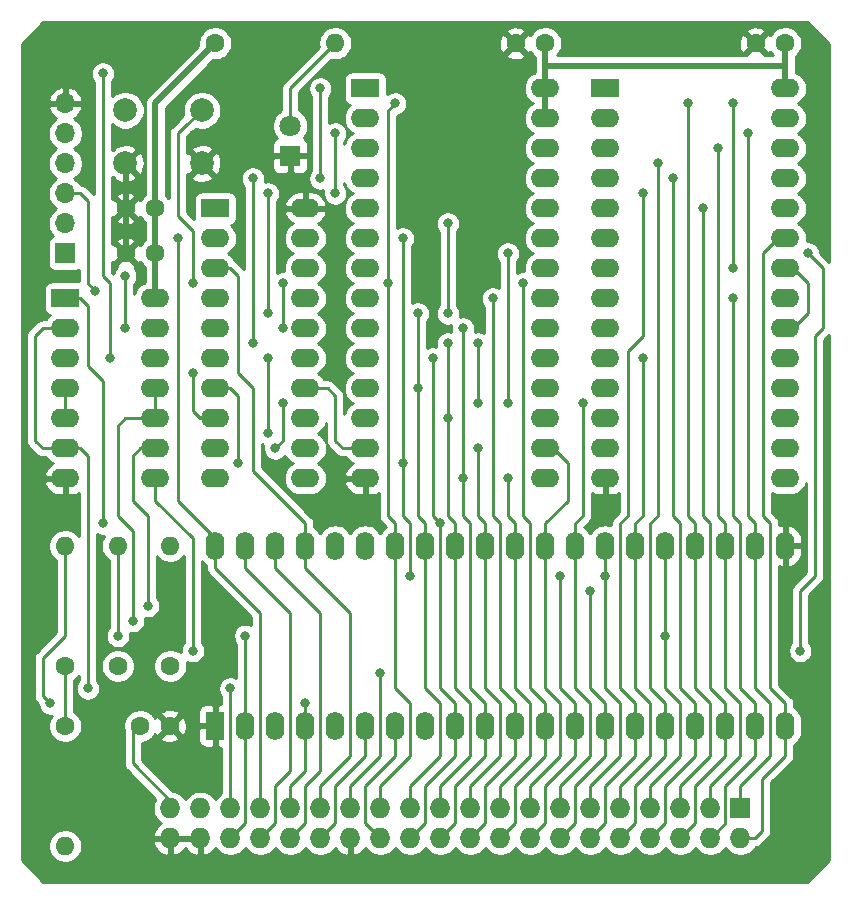
<source format=gbl>
G04 #@! TF.GenerationSoftware,KiCad,Pcbnew,5.1.5+dfsg1-2build2*
G04 #@! TF.CreationDate,2022-11-24T13:25:21+00:00*
G04 #@! TF.ProjectId,6502_SBC,36353032-5f53-4424-932e-6b696361645f,rev?*
G04 #@! TF.SameCoordinates,Original*
G04 #@! TF.FileFunction,Copper,L2,Bot*
G04 #@! TF.FilePolarity,Positive*
%FSLAX46Y46*%
G04 Gerber Fmt 4.6, Leading zero omitted, Abs format (unit mm)*
G04 Created by KiCad (PCBNEW 5.1.5+dfsg1-2build2) date 2022-11-24 13:25:21*
%MOMM*%
%LPD*%
G04 APERTURE LIST*
%ADD10O,2.400000X1.600000*%
%ADD11R,2.400000X1.600000*%
%ADD12O,1.600000X1.600000*%
%ADD13C,1.600000*%
%ADD14C,1.800000*%
%ADD15R,1.800000X1.800000*%
%ADD16O,1.727200X1.727200*%
%ADD17R,1.727200X1.727200*%
%ADD18C,2.000000*%
%ADD19O,1.700000X1.700000*%
%ADD20R,1.700000X1.700000*%
%ADD21O,1.600000X2.400000*%
%ADD22R,1.600000X2.400000*%
%ADD23C,0.800000*%
%ADD24C,0.500000*%
%ADD25C,0.250000*%
%ADD26C,0.254000*%
G04 APERTURE END LIST*
D10*
X147396200Y-92075000D03*
X139776200Y-114935000D03*
X147396200Y-94615000D03*
X139776200Y-112395000D03*
X147396200Y-97155000D03*
X139776200Y-109855000D03*
X147396200Y-99695000D03*
X139776200Y-107315000D03*
X147396200Y-102235000D03*
X139776200Y-104775000D03*
X147396200Y-104775000D03*
X139776200Y-102235000D03*
X147396200Y-107315000D03*
X139776200Y-99695000D03*
X147396200Y-109855000D03*
X139776200Y-97155000D03*
X147396200Y-112395000D03*
X139776200Y-94615000D03*
X147396200Y-114935000D03*
D11*
X139776200Y-92075000D03*
D10*
X167716200Y-81915000D03*
X152476200Y-114935000D03*
X167716200Y-84455000D03*
X152476200Y-112395000D03*
X167716200Y-86995000D03*
X152476200Y-109855000D03*
X167716200Y-89535000D03*
X152476200Y-107315000D03*
X167716200Y-92075000D03*
X152476200Y-104775000D03*
X167716200Y-94615000D03*
X152476200Y-102235000D03*
X167716200Y-97155000D03*
X152476200Y-99695000D03*
X167716200Y-99695000D03*
X152476200Y-97155000D03*
X167716200Y-102235000D03*
X152476200Y-94615000D03*
X167716200Y-104775000D03*
X152476200Y-92075000D03*
X167716200Y-107315000D03*
X152476200Y-89535000D03*
X167716200Y-109855000D03*
X152476200Y-86995000D03*
X167716200Y-112395000D03*
X152476200Y-84455000D03*
X167716200Y-114935000D03*
D11*
X152476200Y-81915000D03*
D10*
X134696200Y-99695000D03*
X127076200Y-114935000D03*
X134696200Y-102235000D03*
X127076200Y-112395000D03*
X134696200Y-104775000D03*
X127076200Y-109855000D03*
X134696200Y-107315000D03*
X127076200Y-107315000D03*
X134696200Y-109855000D03*
X127076200Y-104775000D03*
X134696200Y-112395000D03*
X127076200Y-102235000D03*
X134696200Y-114935000D03*
D11*
X127076200Y-99695000D03*
D12*
X135966200Y-120650000D03*
D13*
X135966200Y-130810000D03*
D14*
X146126200Y-85090000D03*
D15*
X146126200Y-87630000D03*
D16*
X135966200Y-145415000D03*
X135966200Y-142875000D03*
X138506200Y-145415000D03*
X138506200Y-142875000D03*
X141046200Y-145415000D03*
X141046200Y-142875000D03*
X143586200Y-145415000D03*
X143586200Y-142875000D03*
X146126200Y-145415000D03*
X146126200Y-142875000D03*
X148666200Y-145415000D03*
X148666200Y-142875000D03*
X151206200Y-145415000D03*
X151206200Y-142875000D03*
X153746200Y-145415000D03*
X153746200Y-142875000D03*
X156286200Y-145415000D03*
X156286200Y-142875000D03*
X158826200Y-145415000D03*
X158826200Y-142875000D03*
X161366200Y-145415000D03*
X161366200Y-142875000D03*
X163906200Y-145415000D03*
X163906200Y-142875000D03*
X166446200Y-145415000D03*
X166446200Y-142875000D03*
X168986200Y-145415000D03*
X168986200Y-142875000D03*
X171526200Y-145415000D03*
X171526200Y-142875000D03*
X174066200Y-145415000D03*
X174066200Y-142875000D03*
X176606200Y-145415000D03*
X176606200Y-142875000D03*
X179146200Y-145415000D03*
X179146200Y-142875000D03*
X181686200Y-145415000D03*
X181686200Y-142875000D03*
X184226200Y-145415000D03*
D17*
X184226200Y-142875000D03*
D18*
X138656200Y-83765000D03*
X138656200Y-88265000D03*
X132156200Y-83765000D03*
X132156200Y-88265000D03*
D12*
X131521200Y-120650000D03*
D13*
X131521200Y-130810000D03*
D12*
X127076200Y-120650000D03*
D13*
X127076200Y-130810000D03*
D12*
X149936200Y-78105000D03*
D13*
X139776200Y-78105000D03*
D19*
X127076200Y-83185000D03*
X127076200Y-85725000D03*
X127076200Y-88265000D03*
X127076200Y-90805000D03*
X127076200Y-93345000D03*
D20*
X127076200Y-95885000D03*
D13*
X165216200Y-78105000D03*
X167716200Y-78105000D03*
X185536200Y-78105000D03*
X188036200Y-78105000D03*
X135926200Y-135890000D03*
X133426200Y-135890000D03*
X132196200Y-95885000D03*
X134696200Y-95885000D03*
D21*
X139776200Y-120650000D03*
X188036200Y-135890000D03*
X142316200Y-120650000D03*
X185496200Y-135890000D03*
X144856200Y-120650000D03*
X182956200Y-135890000D03*
X147396200Y-120650000D03*
X180416200Y-135890000D03*
X149936200Y-120650000D03*
X177876200Y-135890000D03*
X152476200Y-120650000D03*
X175336200Y-135890000D03*
X155016200Y-120650000D03*
X172796200Y-135890000D03*
X157556200Y-120650000D03*
X170256200Y-135890000D03*
X160096200Y-120650000D03*
X167716200Y-135890000D03*
X162636200Y-120650000D03*
X165176200Y-135890000D03*
X165176200Y-120650000D03*
X162636200Y-135890000D03*
X167716200Y-120650000D03*
X160096200Y-135890000D03*
X170256200Y-120650000D03*
X157556200Y-135890000D03*
X172796200Y-120650000D03*
X155016200Y-135890000D03*
X175336200Y-120650000D03*
X152476200Y-135890000D03*
X177876200Y-120650000D03*
X149936200Y-135890000D03*
X180416200Y-120650000D03*
X147396200Y-135890000D03*
X182956200Y-120650000D03*
X144856200Y-135890000D03*
X185496200Y-120650000D03*
X142316200Y-135890000D03*
X188036200Y-120650000D03*
D22*
X139776200Y-135890000D03*
D10*
X188036200Y-81915000D03*
X172796200Y-114935000D03*
X188036200Y-84455000D03*
X172796200Y-112395000D03*
X188036200Y-86995000D03*
X172796200Y-109855000D03*
X188036200Y-89535000D03*
X172796200Y-107315000D03*
X188036200Y-92075000D03*
X172796200Y-104775000D03*
X188036200Y-94615000D03*
X172796200Y-102235000D03*
X188036200Y-97155000D03*
X172796200Y-99695000D03*
X188036200Y-99695000D03*
X172796200Y-97155000D03*
X188036200Y-102235000D03*
X172796200Y-94615000D03*
X188036200Y-104775000D03*
X172796200Y-92075000D03*
X188036200Y-107315000D03*
X172796200Y-89535000D03*
X188036200Y-109855000D03*
X172796200Y-86995000D03*
X188036200Y-112395000D03*
X172796200Y-84455000D03*
X188036200Y-114935000D03*
D11*
X172796200Y-81915000D03*
D13*
X132196200Y-92075000D03*
X134696200Y-92075000D03*
D12*
X127076200Y-146050000D03*
D13*
X127076200Y-135890000D03*
D23*
X148666200Y-118745000D03*
X147396200Y-133985000D03*
X125806200Y-133985000D03*
X136601200Y-94615000D03*
X142316200Y-128270000D03*
X131521200Y-128270000D03*
X182321200Y-86995000D03*
X144221200Y-100965000D03*
X149936200Y-85725000D03*
X144221200Y-90805000D03*
X149936200Y-90805000D03*
X141046200Y-132715000D03*
X128981200Y-132715000D03*
X159461200Y-93345000D03*
X159461200Y-100965000D03*
X132156200Y-97790000D03*
X132156200Y-102235000D03*
X179781200Y-83185000D03*
X142951200Y-103505000D03*
X148666200Y-81915000D03*
X142951200Y-89535000D03*
X148666200Y-89535000D03*
X134061200Y-125730000D03*
X177876200Y-128270000D03*
X189941200Y-95885000D03*
X132791200Y-127000000D03*
X189306200Y-129540000D03*
X130251200Y-118745000D03*
X183591200Y-97155000D03*
X183591200Y-83185000D03*
X130251200Y-80645000D03*
X130886200Y-104775000D03*
X153746200Y-131445000D03*
X137871200Y-129540000D03*
X183591200Y-99695000D03*
X181051200Y-92075000D03*
X178511200Y-89535000D03*
X177241200Y-88265000D03*
X175971200Y-90805000D03*
X155016200Y-83185000D03*
X154381200Y-98425000D03*
X171526200Y-124460000D03*
X156921200Y-107315000D03*
X156921200Y-100965000D03*
X155651200Y-94615000D03*
X155651200Y-113665000D03*
X156286200Y-123190000D03*
X168986200Y-123190000D03*
X159461200Y-109855000D03*
X159461200Y-103505000D03*
X165811200Y-98425000D03*
X162001200Y-112395000D03*
X163271200Y-99695000D03*
X164541200Y-114935000D03*
X141681200Y-113665000D03*
X160731200Y-102235000D03*
X160731200Y-114935000D03*
X144221200Y-111125000D03*
X144221200Y-104775000D03*
X158191200Y-104775000D03*
X158826200Y-118745000D03*
X170891200Y-108585000D03*
X164541200Y-108585000D03*
X164541200Y-95885000D03*
X145491200Y-102235000D03*
X145491200Y-98425000D03*
X137871200Y-106045000D03*
X172796200Y-123190000D03*
X175971200Y-104775000D03*
X162001200Y-103505000D03*
X162001200Y-108585000D03*
X145491200Y-108585000D03*
X144856200Y-112395000D03*
X184861200Y-85725000D03*
X129616200Y-99060000D03*
X137871200Y-98425000D03*
D24*
X132196200Y-95885000D02*
X132196200Y-92075000D01*
D25*
X132196200Y-88305000D02*
X132156200Y-88265000D01*
D24*
X132196200Y-92075000D02*
X132196200Y-88305000D01*
X134696200Y-99695000D02*
X134696200Y-95885000D01*
X134696200Y-95885000D02*
X134696200Y-92075000D01*
D25*
X135966200Y-142875000D02*
X135966200Y-142240000D01*
X132791200Y-139065000D02*
X132791200Y-135890000D01*
X135966200Y-142240000D02*
X132791200Y-139065000D01*
X127076200Y-135890000D02*
X127076200Y-130810000D01*
D24*
X167716200Y-84455000D02*
X167716200Y-81915000D01*
X134696200Y-83185000D02*
X134696200Y-92075000D01*
X139776200Y-78105000D02*
X134696200Y-83185000D01*
X167716200Y-81915000D02*
X167716200Y-80010000D01*
X167716200Y-80010000D02*
X167716200Y-78105000D01*
X188036200Y-80010000D02*
X188036200Y-78105000D01*
X188036200Y-81915000D02*
X188036200Y-80010000D01*
X175336200Y-80010000D02*
X188036200Y-80010000D01*
X167716200Y-80010000D02*
X175336200Y-80010000D01*
D25*
X146126200Y-81915000D02*
X149936200Y-78105000D01*
X146126200Y-85090000D02*
X146126200Y-81915000D01*
X147396200Y-135890000D02*
X147396200Y-133985000D01*
X147396200Y-133985000D02*
X147396200Y-133985000D01*
X146126200Y-142875000D02*
X146126200Y-140970000D01*
X146126200Y-140970000D02*
X147396200Y-139700000D01*
X147396200Y-139700000D02*
X147396200Y-135890000D01*
X127076200Y-128270000D02*
X127076200Y-120650000D01*
X125171200Y-130175000D02*
X127076200Y-128270000D01*
X125171200Y-133350000D02*
X125171200Y-130175000D01*
X125806200Y-133985000D02*
X125171200Y-133350000D01*
X148666200Y-145415000D02*
X149936200Y-144145000D01*
X149936200Y-144145000D02*
X149936200Y-140970000D01*
X149936200Y-140970000D02*
X152476200Y-138430000D01*
X152476200Y-138430000D02*
X152476200Y-135890000D01*
X139776200Y-120650000D02*
X139776200Y-122555000D01*
X139776200Y-122555000D02*
X143586200Y-126365000D01*
X143586200Y-126365000D02*
X143586200Y-142875000D01*
X136601200Y-116840000D02*
X136601200Y-94615000D01*
X139776200Y-120015000D02*
X136601200Y-116840000D01*
X139776200Y-120650000D02*
X139776200Y-120015000D01*
X136601200Y-94615000D02*
X136601200Y-94615000D01*
X142316200Y-135890000D02*
X142316200Y-144145000D01*
X142316200Y-144145000D02*
X141046200Y-145415000D01*
X142316200Y-135890000D02*
X142316200Y-128270000D01*
X131521200Y-128270000D02*
X131521200Y-120650000D01*
X182956200Y-120650000D02*
X182956200Y-118745000D01*
X182956200Y-118745000D02*
X182321200Y-118110000D01*
X182321200Y-118110000D02*
X182321200Y-86995000D01*
X182321200Y-86995000D02*
X182321200Y-86995000D01*
X182956200Y-125095000D02*
X182956200Y-120650000D01*
X181686200Y-140970000D02*
X181686200Y-142875000D01*
X184226200Y-138430000D02*
X181686200Y-140970000D01*
X184226200Y-133985000D02*
X184226200Y-138430000D01*
X182956200Y-132715000D02*
X184226200Y-133985000D01*
X182956200Y-125095000D02*
X182956200Y-132715000D01*
X144221200Y-100965000D02*
X144221200Y-90805000D01*
X149936200Y-85725000D02*
X149936200Y-90805000D01*
X141046200Y-142875000D02*
X141046200Y-132715000D01*
X141046200Y-132715000D02*
X141046200Y-132715000D01*
X141046200Y-132715000D02*
X141046200Y-132715000D01*
X128981200Y-132715000D02*
X128981200Y-132715000D01*
X128346200Y-112395000D02*
X128981200Y-113030000D01*
X127076200Y-112395000D02*
X128346200Y-112395000D01*
X128981200Y-113030000D02*
X128981200Y-132715000D01*
X125171200Y-112395000D02*
X124536200Y-111760000D01*
X125171200Y-112395000D02*
X127076200Y-112395000D01*
X159461200Y-100965000D02*
X159461200Y-93345000D01*
X132156200Y-97790000D02*
X132156200Y-102235000D01*
X132156200Y-102235000D02*
X132156200Y-102235000D01*
X125171200Y-102235000D02*
X124536200Y-102870000D01*
X124536200Y-102870000D02*
X124536200Y-111760000D01*
X127076200Y-102235000D02*
X125171200Y-102235000D01*
X180416200Y-120650000D02*
X180416200Y-118745000D01*
X180416200Y-118745000D02*
X179781200Y-118110000D01*
X179781200Y-118110000D02*
X179781200Y-83185000D01*
X180416200Y-123825000D02*
X180416200Y-120650000D01*
X179146200Y-140970000D02*
X179146200Y-142875000D01*
X181686200Y-138430000D02*
X179146200Y-140970000D01*
X181686200Y-133985000D02*
X181686200Y-138430000D01*
X180416200Y-132715000D02*
X181686200Y-133985000D01*
X180416200Y-123825000D02*
X180416200Y-132715000D01*
X142951200Y-103505000D02*
X142951200Y-89535000D01*
X148666200Y-81915000D02*
X148666200Y-89535000D01*
X127076200Y-109855000D02*
X127076200Y-107315000D01*
X176606200Y-140970000D02*
X176606200Y-142875000D01*
X179146200Y-133985000D02*
X179146200Y-138430000D01*
X177876200Y-132715000D02*
X179146200Y-133985000D01*
X177876200Y-125730000D02*
X177876200Y-132715000D01*
X179146200Y-138430000D02*
X176606200Y-140970000D01*
X177876200Y-125730000D02*
X177876200Y-120650000D01*
X133426200Y-112395000D02*
X134696200Y-112395000D01*
X132791200Y-116840000D02*
X132791200Y-113030000D01*
X132791200Y-113030000D02*
X133426200Y-112395000D01*
X134061200Y-118110000D02*
X132791200Y-116840000D01*
X134061200Y-125730000D02*
X134061200Y-118110000D01*
X134696200Y-109855000D02*
X134696200Y-107315000D01*
X131521200Y-110490000D02*
X132156200Y-109855000D01*
X131521200Y-118110000D02*
X131521200Y-110490000D01*
X132156200Y-109855000D02*
X132791200Y-109855000D01*
X132791200Y-109855000D02*
X134696200Y-109855000D01*
X132791200Y-119380000D02*
X131521200Y-118110000D01*
X132791200Y-127000000D02*
X132791200Y-119380000D01*
X191211200Y-97155000D02*
X189941200Y-95885000D01*
X191211200Y-102235000D02*
X191211200Y-97155000D01*
X190576200Y-102870000D02*
X191211200Y-102235000D01*
X190576200Y-123190000D02*
X190576200Y-102870000D01*
X189306200Y-124460000D02*
X190576200Y-123190000D01*
X189306200Y-129540000D02*
X189306200Y-124460000D01*
X142316200Y-120650000D02*
X142316200Y-122555000D01*
X142316200Y-122555000D02*
X146126200Y-126365000D01*
X146126200Y-126365000D02*
X146126200Y-139700000D01*
X146126200Y-139700000D02*
X144856200Y-140970000D01*
X144856200Y-140970000D02*
X144856200Y-144145000D01*
X144856200Y-144145000D02*
X143586200Y-145415000D01*
X128346200Y-99695000D02*
X127076200Y-99695000D01*
X128981200Y-100330000D02*
X128346200Y-99695000D01*
X128981200Y-105410000D02*
X128981200Y-100330000D01*
X130251200Y-106680000D02*
X128981200Y-105410000D01*
X130251200Y-118745000D02*
X130251200Y-106680000D01*
X183591200Y-97155000D02*
X183591200Y-83185000D01*
X183591200Y-83185000D02*
X183591200Y-83185000D01*
X130251200Y-80645000D02*
X130251200Y-97790000D01*
X130251200Y-97790000D02*
X130886200Y-98425000D01*
X130886200Y-98425000D02*
X130886200Y-104775000D01*
X130886200Y-104775000D02*
X130886200Y-104775000D01*
X188671200Y-102235000D02*
X188036200Y-102235000D01*
X189941200Y-100965000D02*
X188671200Y-102235000D01*
X189941200Y-98425000D02*
X189941200Y-100965000D01*
X188671200Y-97155000D02*
X189941200Y-98425000D01*
X188036200Y-97155000D02*
X188671200Y-97155000D01*
X151206200Y-142875000D02*
X151206200Y-140970000D01*
X151206200Y-140970000D02*
X153746200Y-138430000D01*
X153746200Y-138430000D02*
X153746200Y-131445000D01*
X153746200Y-131445000D02*
X153746200Y-131445000D01*
X137871200Y-120015000D02*
X134696200Y-116840000D01*
X134696200Y-116840000D02*
X134696200Y-114935000D01*
X137871200Y-129540000D02*
X137871200Y-120015000D01*
X188036200Y-138430000D02*
X188036200Y-135890000D01*
X186106857Y-140359343D02*
X188036200Y-138430000D01*
X186106857Y-144755657D02*
X186106857Y-140359343D01*
X185447514Y-145415000D02*
X186106857Y-144755657D01*
X184226200Y-145415000D02*
X185447514Y-145415000D01*
X188036200Y-133985000D02*
X188036200Y-135890000D01*
X186766200Y-118745000D02*
X186766200Y-132715000D01*
X186131200Y-95885000D02*
X186131200Y-118110000D01*
X186766200Y-132715000D02*
X188036200Y-133985000D01*
X187401200Y-94615000D02*
X186131200Y-95885000D01*
X186131200Y-118110000D02*
X186766200Y-118745000D01*
X188036200Y-94615000D02*
X187401200Y-94615000D01*
X181686200Y-145415000D02*
X182321200Y-144780000D01*
X182321200Y-144780000D02*
X182956200Y-144145000D01*
X182956200Y-144145000D02*
X182956200Y-140970000D01*
X185496200Y-135890000D02*
X185496200Y-138430000D01*
X185496200Y-138430000D02*
X182956200Y-140970000D01*
X183591200Y-99695000D02*
X183591200Y-99695000D01*
X184226200Y-118745000D02*
X183591200Y-118110000D01*
X183591200Y-118110000D02*
X183591200Y-99695000D01*
X184226200Y-132715000D02*
X184226200Y-118745000D01*
X185496200Y-133985000D02*
X184226200Y-132715000D01*
X185496200Y-135890000D02*
X185496200Y-133985000D01*
X182956200Y-138430000D02*
X182956200Y-135890000D01*
X180416200Y-144145000D02*
X180416200Y-140970000D01*
X180416200Y-140970000D02*
X182956200Y-138430000D01*
X179146200Y-145415000D02*
X180416200Y-144145000D01*
X181051200Y-92075000D02*
X181051200Y-92075000D01*
X181051200Y-118110000D02*
X181051200Y-92075000D01*
X181686200Y-118745000D02*
X181051200Y-118110000D01*
X181686200Y-132715000D02*
X181686200Y-118745000D01*
X182956200Y-133985000D02*
X181686200Y-132715000D01*
X182956200Y-135890000D02*
X182956200Y-133985000D01*
X147396200Y-122555000D02*
X147396200Y-120650000D01*
X151206200Y-126365000D02*
X147396200Y-122555000D01*
X151206200Y-138430000D02*
X151206200Y-126365000D01*
X148666200Y-140970000D02*
X151206200Y-138430000D01*
X148666200Y-142875000D02*
X148666200Y-140970000D01*
X142951200Y-107315000D02*
X141681200Y-106045000D01*
X142951200Y-114300000D02*
X142951200Y-107315000D01*
X147396200Y-118745000D02*
X142951200Y-114300000D01*
X147396200Y-120650000D02*
X147396200Y-118745000D01*
X141046200Y-97155000D02*
X141681200Y-97790000D01*
X141681200Y-106045000D02*
X141681200Y-97790000D01*
X141046200Y-97155000D02*
X139776200Y-97155000D01*
X180416200Y-138430000D02*
X180416200Y-135890000D01*
X177876200Y-140970000D02*
X180416200Y-138430000D01*
X177876200Y-144145000D02*
X177876200Y-140970000D01*
X176606200Y-145415000D02*
X177876200Y-144145000D01*
X178511200Y-89535000D02*
X178511200Y-89535000D01*
X178511200Y-118110000D02*
X178511200Y-89535000D01*
X179146200Y-118745000D02*
X178511200Y-118110000D01*
X179146200Y-132715000D02*
X179146200Y-118745000D01*
X180416200Y-133985000D02*
X179146200Y-132715000D01*
X180416200Y-135890000D02*
X180416200Y-133985000D01*
X177876200Y-138430000D02*
X177876200Y-135890000D01*
X175336200Y-140970000D02*
X177876200Y-138430000D01*
X175336200Y-144145000D02*
X175336200Y-140970000D01*
X174066200Y-145415000D02*
X175336200Y-144145000D01*
X177241200Y-118110000D02*
X177241200Y-88265000D01*
X176606200Y-118745000D02*
X177241200Y-118110000D01*
X176606200Y-132715000D02*
X176606200Y-118745000D01*
X177876200Y-133985000D02*
X176606200Y-132715000D01*
X177876200Y-135890000D02*
X177876200Y-133985000D01*
X175336200Y-138430000D02*
X175336200Y-135890000D01*
X172796200Y-140970000D02*
X175336200Y-138430000D01*
X172796200Y-144145000D02*
X172796200Y-140970000D01*
X171526200Y-145415000D02*
X172796200Y-144145000D01*
X175971200Y-90805000D02*
X175971200Y-90805000D01*
X175971200Y-102870000D02*
X175971200Y-90805000D01*
X174701200Y-104140000D02*
X175971200Y-102870000D01*
X174701200Y-118110000D02*
X174701200Y-104140000D01*
X174066200Y-118745000D02*
X174701200Y-118110000D01*
X175336200Y-133985000D02*
X174066200Y-132715000D01*
X174066200Y-132715000D02*
X174066200Y-118745000D01*
X175336200Y-135890000D02*
X175336200Y-133985000D01*
X153746200Y-142875000D02*
X153746200Y-140970000D01*
X153746200Y-140970000D02*
X156286200Y-138430000D01*
X155016200Y-122555000D02*
X155016200Y-120650000D01*
X155016200Y-120650000D02*
X155016200Y-118745000D01*
X155016200Y-118745000D02*
X154381200Y-118110000D01*
X154381200Y-118110000D02*
X154381200Y-83820000D01*
X154381200Y-83820000D02*
X155016200Y-83185000D01*
X156286200Y-133985000D02*
X155016200Y-132715000D01*
X156286200Y-138430000D02*
X156286200Y-133985000D01*
X155016200Y-132715000D02*
X155016200Y-122555000D01*
X172796200Y-138430000D02*
X172796200Y-135890000D01*
X170256200Y-140970000D02*
X172796200Y-138430000D01*
X170256200Y-144145000D02*
X170256200Y-140970000D01*
X168986200Y-145415000D02*
X170256200Y-144145000D01*
X171526200Y-124460000D02*
X171526200Y-132715000D01*
X172796200Y-133985000D02*
X172796200Y-135890000D01*
X171526200Y-132715000D02*
X172796200Y-133985000D01*
X157556200Y-122555000D02*
X157556200Y-120650000D01*
X156286200Y-140970000D02*
X158826200Y-138430000D01*
X156286200Y-142875000D02*
X156286200Y-140970000D01*
X157556200Y-118745000D02*
X157556200Y-120650000D01*
X156921200Y-118110000D02*
X157556200Y-118745000D01*
X156921200Y-107315000D02*
X156921200Y-118110000D01*
X156921200Y-107315000D02*
X156921200Y-100965000D01*
X156921200Y-100965000D02*
X156921200Y-100965000D01*
X158826200Y-133985000D02*
X157556200Y-132715000D01*
X158826200Y-138430000D02*
X158826200Y-133985000D01*
X157556200Y-132715000D02*
X157556200Y-122555000D01*
X166446200Y-145415000D02*
X167716200Y-144145000D01*
X167716200Y-144145000D02*
X167716200Y-140970000D01*
X167716200Y-140970000D02*
X170256200Y-138430000D01*
X170256200Y-138430000D02*
X170256200Y-135890000D01*
X155651200Y-94615000D02*
X155651200Y-94615000D01*
X155651200Y-113665000D02*
X155651200Y-94615000D01*
X155651200Y-118110000D02*
X155651200Y-113665000D01*
X156286200Y-118745000D02*
X155651200Y-118110000D01*
X156286200Y-123190000D02*
X156286200Y-118745000D01*
X170256200Y-133985000D02*
X170256200Y-135890000D01*
X168986200Y-132715000D02*
X170256200Y-133985000D01*
X168986200Y-123190000D02*
X168986200Y-132715000D01*
X160096200Y-122555000D02*
X160096200Y-120650000D01*
X158826200Y-140970000D02*
X161366200Y-138430000D01*
X158826200Y-142875000D02*
X158826200Y-140970000D01*
X160096200Y-118745000D02*
X160096200Y-120650000D01*
X159461200Y-118110000D02*
X160096200Y-118745000D01*
X159461200Y-109855000D02*
X159461200Y-118110000D01*
X159461200Y-109855000D02*
X159461200Y-103505000D01*
X159461200Y-103505000D02*
X159461200Y-103505000D01*
X161366200Y-133985000D02*
X160096200Y-132715000D01*
X161366200Y-138430000D02*
X161366200Y-133985000D01*
X160096200Y-132715000D02*
X160096200Y-122555000D01*
X159461200Y-103505000D02*
X159461200Y-103505000D01*
X163906200Y-145415000D02*
X165176200Y-144145000D01*
X165176200Y-144145000D02*
X165176200Y-140970000D01*
X165176200Y-140970000D02*
X167716200Y-138430000D01*
X167716200Y-138430000D02*
X167716200Y-135890000D01*
X165811200Y-98425000D02*
X165811200Y-98425000D01*
X165811200Y-118110000D02*
X165811200Y-98425000D01*
X166446200Y-118745000D02*
X165811200Y-118110000D01*
X166446200Y-132715000D02*
X166446200Y-118745000D01*
X167716200Y-133985000D02*
X166446200Y-132715000D01*
X167716200Y-135890000D02*
X167716200Y-133985000D01*
X162636200Y-122555000D02*
X162636200Y-120650000D01*
X161366200Y-140970000D02*
X163906200Y-138430000D01*
X161366200Y-142875000D02*
X161366200Y-140970000D01*
X163906200Y-133985000D02*
X162636200Y-132715000D01*
X163906200Y-138430000D02*
X163906200Y-133985000D01*
X162636200Y-132715000D02*
X162636200Y-122555000D01*
X162636200Y-120650000D02*
X162636200Y-118745000D01*
X162636200Y-118745000D02*
X162001200Y-118110000D01*
X162001200Y-118110000D02*
X162001200Y-112395000D01*
X162001200Y-112395000D02*
X162001200Y-112395000D01*
X152476200Y-112395000D02*
X150571200Y-112395000D01*
X150571200Y-112395000D02*
X149936200Y-111760000D01*
X149936200Y-111760000D02*
X149936200Y-107950000D01*
X149936200Y-107950000D02*
X149301200Y-107315000D01*
X149301200Y-107315000D02*
X147396200Y-107315000D01*
X161366200Y-145415000D02*
X162636200Y-144145000D01*
X162636200Y-144145000D02*
X162636200Y-140970000D01*
X162636200Y-140970000D02*
X165176200Y-138430000D01*
X165176200Y-138430000D02*
X165176200Y-135890000D01*
X163906200Y-118745000D02*
X163906200Y-122555000D01*
X163271200Y-118110000D02*
X163906200Y-118745000D01*
X163271200Y-99695000D02*
X163271200Y-118110000D01*
X165176200Y-133985000D02*
X163906200Y-132715000D01*
X165176200Y-133985000D02*
X165176200Y-135890000D01*
X163906200Y-132715000D02*
X163906200Y-122555000D01*
X165176200Y-122555000D02*
X165176200Y-120650000D01*
X163906200Y-140970000D02*
X166446200Y-138430000D01*
X163906200Y-142875000D02*
X163906200Y-140970000D01*
X166446200Y-133985000D02*
X165176200Y-132715000D01*
X166446200Y-138430000D02*
X166446200Y-133985000D01*
X165176200Y-132715000D02*
X165176200Y-122555000D01*
X164541200Y-114935000D02*
X164541200Y-114935000D01*
X164541200Y-117475000D02*
X164541200Y-114935000D01*
X165176200Y-118745000D02*
X165176200Y-120650000D01*
X164541200Y-118110000D02*
X165176200Y-118745000D01*
X164541200Y-117475000D02*
X164541200Y-118110000D01*
X141681200Y-113665000D02*
X141681200Y-108585000D01*
X141681200Y-108585000D02*
X141681200Y-107950000D01*
X141681200Y-107950000D02*
X141046200Y-107315000D01*
X141046200Y-107315000D02*
X139776200Y-107315000D01*
X158826200Y-145415000D02*
X160096200Y-144145000D01*
X160096200Y-144145000D02*
X160096200Y-140970000D01*
X160096200Y-140970000D02*
X162636200Y-138430000D01*
X162636200Y-138430000D02*
X162636200Y-135890000D01*
X161366200Y-118745000D02*
X160731200Y-118110000D01*
X161366200Y-132715000D02*
X161366200Y-118745000D01*
X160731200Y-118110000D02*
X160731200Y-102235000D01*
X162636200Y-133985000D02*
X161366200Y-132715000D01*
X162636200Y-135890000D02*
X162636200Y-133985000D01*
X166446200Y-142875000D02*
X166446200Y-140970000D01*
X166446200Y-140970000D02*
X168986200Y-138430000D01*
X167716200Y-122555000D02*
X167716200Y-120650000D01*
X168986200Y-133985000D02*
X167716200Y-132715000D01*
X168986200Y-138430000D02*
X168986200Y-133985000D01*
X167716200Y-132715000D02*
X167716200Y-122555000D01*
X144221200Y-106045000D02*
X144221200Y-111125000D01*
X144221200Y-104775000D02*
X144221200Y-106045000D01*
X168351200Y-112395000D02*
X167716200Y-112395000D01*
X169621200Y-116840000D02*
X169621200Y-113665000D01*
X169621200Y-113665000D02*
X168351200Y-112395000D01*
X167716200Y-118745000D02*
X169621200Y-116840000D01*
X167716200Y-120650000D02*
X167716200Y-118745000D01*
X156286200Y-145415000D02*
X157556200Y-144145000D01*
X157556200Y-144145000D02*
X157556200Y-140970000D01*
X157556200Y-140970000D02*
X160096200Y-138430000D01*
X160096200Y-138430000D02*
X160096200Y-135890000D01*
X158191200Y-116840000D02*
X158191200Y-104775000D01*
X160096200Y-133985000D02*
X160096200Y-135890000D01*
X158826200Y-132715000D02*
X160096200Y-133985000D01*
X158826200Y-118745000D02*
X158826200Y-132715000D01*
X158191200Y-118110000D02*
X158826200Y-118745000D01*
X158191200Y-116840000D02*
X158191200Y-118110000D01*
X168986200Y-142875000D02*
X168986200Y-140970000D01*
X168986200Y-140970000D02*
X171526200Y-138430000D01*
X170256200Y-122555000D02*
X170256200Y-120650000D01*
X170256200Y-120650000D02*
X170256200Y-118745000D01*
X170256200Y-118745000D02*
X170891200Y-118110000D01*
X170891200Y-118110000D02*
X170891200Y-108585000D01*
X171526200Y-133985000D02*
X170256200Y-132715000D01*
X171526200Y-138430000D02*
X171526200Y-133985000D01*
X170256200Y-132715000D02*
X170256200Y-122555000D01*
X164541200Y-95885000D02*
X164541200Y-108585000D01*
X145491200Y-98425000D02*
X145491200Y-102235000D01*
X171526200Y-142875000D02*
X171526200Y-140970000D01*
X171526200Y-140970000D02*
X174066200Y-138430000D01*
X172796200Y-122555000D02*
X172796200Y-120650000D01*
X174066200Y-133985000D02*
X172796200Y-132715000D01*
X174066200Y-138430000D02*
X174066200Y-133985000D01*
X172796200Y-132715000D02*
X172796200Y-122555000D01*
X137871200Y-106045000D02*
X137871200Y-109220000D01*
X137871200Y-109220000D02*
X138506200Y-109855000D01*
X138506200Y-109855000D02*
X139776200Y-109855000D01*
X174066200Y-142875000D02*
X174066200Y-140970000D01*
X174066200Y-140970000D02*
X176606200Y-138430000D01*
X175336200Y-122555000D02*
X175336200Y-120650000D01*
X175336200Y-120650000D02*
X175336200Y-118745000D01*
X175336200Y-118745000D02*
X175971200Y-118110000D01*
X175971200Y-118110000D02*
X175971200Y-104775000D01*
X175971200Y-104775000D02*
X175971200Y-104775000D01*
X176606200Y-133985000D02*
X175336200Y-132715000D01*
X176606200Y-138430000D02*
X176606200Y-133985000D01*
X175336200Y-132715000D02*
X175336200Y-122555000D01*
X162001200Y-103505000D02*
X162001200Y-108585000D01*
X162001200Y-108585000D02*
X162001200Y-108585000D01*
X145491200Y-108585000D02*
X145491200Y-111760000D01*
X145491200Y-111760000D02*
X144856200Y-112395000D01*
X144856200Y-112395000D02*
X144856200Y-112395000D01*
X185496200Y-120650000D02*
X185496200Y-118745000D01*
X185496200Y-118745000D02*
X184861200Y-118110000D01*
X184861200Y-118110000D02*
X184861200Y-85725000D01*
X184861200Y-85725000D02*
X184861200Y-85725000D01*
X184226200Y-140970000D02*
X184226200Y-142875000D01*
X186766200Y-138430000D02*
X184226200Y-140970000D01*
X186766200Y-133985000D02*
X186766200Y-138430000D01*
X185496200Y-132715000D02*
X186766200Y-133985000D01*
X185496200Y-123374990D02*
X185496200Y-132715000D01*
X185496200Y-120650000D02*
X185496200Y-123374990D01*
X185496200Y-123374990D02*
X185496200Y-123376401D01*
X128346200Y-90805000D02*
X127076200Y-90805000D01*
X128981200Y-98425000D02*
X128981200Y-91440000D01*
X128346200Y-90805000D02*
X128981200Y-91440000D01*
X129616200Y-99060000D02*
X128981200Y-98425000D01*
X144856200Y-120650000D02*
X144856200Y-122555000D01*
X144856200Y-122555000D02*
X148666200Y-126365000D01*
X148666200Y-126365000D02*
X148666200Y-139700000D01*
X148666200Y-139700000D02*
X147396200Y-140970000D01*
X147396200Y-140970000D02*
X147396200Y-144145000D01*
X147396200Y-144145000D02*
X146126200Y-145415000D01*
X155016200Y-135890000D02*
X155016200Y-138430000D01*
X155016200Y-138430000D02*
X152476200Y-140970000D01*
X152476200Y-140970000D02*
X152476200Y-144145000D01*
X152476200Y-144145000D02*
X153746200Y-145415000D01*
X137871200Y-98425000D02*
X137871200Y-93980000D01*
X137871200Y-93980000D02*
X136601200Y-92710000D01*
X136601200Y-92710000D02*
X136601200Y-85725000D01*
X136601200Y-85725000D02*
X137236200Y-85090000D01*
X137236200Y-85090000D02*
X138656200Y-83765000D01*
D26*
G36*
X191719200Y-78157606D02*
G01*
X191719200Y-96588198D01*
X190976200Y-95845199D01*
X190976200Y-95783061D01*
X190936426Y-95583102D01*
X190858405Y-95394744D01*
X190745137Y-95225226D01*
X190600974Y-95081063D01*
X190431456Y-94967795D01*
X190243098Y-94889774D01*
X190043139Y-94850000D01*
X189854997Y-94850000D01*
X189878143Y-94615000D01*
X189850436Y-94333691D01*
X189768382Y-94063192D01*
X189635132Y-93813899D01*
X189455808Y-93595392D01*
X189237301Y-93416068D01*
X189104342Y-93345000D01*
X189237301Y-93273932D01*
X189455808Y-93094608D01*
X189635132Y-92876101D01*
X189768382Y-92626808D01*
X189850436Y-92356309D01*
X189878143Y-92075000D01*
X189850436Y-91793691D01*
X189768382Y-91523192D01*
X189635132Y-91273899D01*
X189455808Y-91055392D01*
X189237301Y-90876068D01*
X189104342Y-90805000D01*
X189237301Y-90733932D01*
X189455808Y-90554608D01*
X189635132Y-90336101D01*
X189768382Y-90086808D01*
X189850436Y-89816309D01*
X189878143Y-89535000D01*
X189850436Y-89253691D01*
X189768382Y-88983192D01*
X189635132Y-88733899D01*
X189455808Y-88515392D01*
X189237301Y-88336068D01*
X189104342Y-88265000D01*
X189237301Y-88193932D01*
X189455808Y-88014608D01*
X189635132Y-87796101D01*
X189768382Y-87546808D01*
X189850436Y-87276309D01*
X189878143Y-86995000D01*
X189850436Y-86713691D01*
X189768382Y-86443192D01*
X189635132Y-86193899D01*
X189455808Y-85975392D01*
X189237301Y-85796068D01*
X189104342Y-85725000D01*
X189237301Y-85653932D01*
X189455808Y-85474608D01*
X189635132Y-85256101D01*
X189768382Y-85006808D01*
X189850436Y-84736309D01*
X189878143Y-84455000D01*
X189850436Y-84173691D01*
X189768382Y-83903192D01*
X189635132Y-83653899D01*
X189455808Y-83435392D01*
X189237301Y-83256068D01*
X189104342Y-83185000D01*
X189237301Y-83113932D01*
X189455808Y-82934608D01*
X189635132Y-82716101D01*
X189768382Y-82466808D01*
X189850436Y-82196309D01*
X189878143Y-81915000D01*
X189850436Y-81633691D01*
X189768382Y-81363192D01*
X189635132Y-81113899D01*
X189455808Y-80895392D01*
X189237301Y-80716068D01*
X188988008Y-80582818D01*
X188921200Y-80562552D01*
X188921200Y-80053476D01*
X188925482Y-80010000D01*
X188921200Y-79966523D01*
X188921200Y-79239521D01*
X188950959Y-79219637D01*
X189150837Y-79019759D01*
X189307880Y-78784727D01*
X189416053Y-78523574D01*
X189471200Y-78246335D01*
X189471200Y-77963665D01*
X189416053Y-77686426D01*
X189307880Y-77425273D01*
X189150837Y-77190241D01*
X188950959Y-76990363D01*
X188715927Y-76833320D01*
X188454774Y-76725147D01*
X188177535Y-76670000D01*
X187894865Y-76670000D01*
X187617626Y-76725147D01*
X187356473Y-76833320D01*
X187121441Y-76990363D01*
X186921563Y-77190241D01*
X186787508Y-77390869D01*
X186772871Y-77363486D01*
X186528902Y-77291903D01*
X185715805Y-78105000D01*
X186528902Y-78918097D01*
X186772871Y-78846514D01*
X186786524Y-78817659D01*
X186921563Y-79019759D01*
X187026804Y-79125000D01*
X186341287Y-79125000D01*
X186349297Y-79097702D01*
X185536200Y-78284605D01*
X184723103Y-79097702D01*
X184731113Y-79125000D01*
X168725596Y-79125000D01*
X168830837Y-79019759D01*
X168987880Y-78784727D01*
X169096053Y-78523574D01*
X169151200Y-78246335D01*
X169151200Y-78175512D01*
X184095983Y-78175512D01*
X184137413Y-78455130D01*
X184232597Y-78721292D01*
X184299529Y-78846514D01*
X184543498Y-78918097D01*
X185356595Y-78105000D01*
X184543498Y-77291903D01*
X184299529Y-77363486D01*
X184178629Y-77618996D01*
X184109900Y-77893184D01*
X184095983Y-78175512D01*
X169151200Y-78175512D01*
X169151200Y-77963665D01*
X169096053Y-77686426D01*
X168987880Y-77425273D01*
X168830837Y-77190241D01*
X168752894Y-77112298D01*
X184723103Y-77112298D01*
X185536200Y-77925395D01*
X186349297Y-77112298D01*
X186277714Y-76868329D01*
X186022204Y-76747429D01*
X185748016Y-76678700D01*
X185465688Y-76664783D01*
X185186070Y-76706213D01*
X184919908Y-76801397D01*
X184794686Y-76868329D01*
X184723103Y-77112298D01*
X168752894Y-77112298D01*
X168630959Y-76990363D01*
X168395927Y-76833320D01*
X168134774Y-76725147D01*
X167857535Y-76670000D01*
X167574865Y-76670000D01*
X167297626Y-76725147D01*
X167036473Y-76833320D01*
X166801441Y-76990363D01*
X166601563Y-77190241D01*
X166467508Y-77390869D01*
X166452871Y-77363486D01*
X166208902Y-77291903D01*
X165395805Y-78105000D01*
X166208902Y-78918097D01*
X166452871Y-78846514D01*
X166466524Y-78817659D01*
X166601563Y-79019759D01*
X166801441Y-79219637D01*
X166831200Y-79239522D01*
X166831200Y-79966523D01*
X166826918Y-80010000D01*
X166831201Y-80053486D01*
X166831201Y-80562552D01*
X166764392Y-80582818D01*
X166515099Y-80716068D01*
X166296592Y-80895392D01*
X166117268Y-81113899D01*
X165984018Y-81363192D01*
X165901964Y-81633691D01*
X165874257Y-81915000D01*
X165901964Y-82196309D01*
X165984018Y-82466808D01*
X166117268Y-82716101D01*
X166296592Y-82934608D01*
X166515099Y-83113932D01*
X166648058Y-83185000D01*
X166515099Y-83256068D01*
X166296592Y-83435392D01*
X166117268Y-83653899D01*
X165984018Y-83903192D01*
X165901964Y-84173691D01*
X165874257Y-84455000D01*
X165901964Y-84736309D01*
X165984018Y-85006808D01*
X166117268Y-85256101D01*
X166296592Y-85474608D01*
X166515099Y-85653932D01*
X166648058Y-85725000D01*
X166515099Y-85796068D01*
X166296592Y-85975392D01*
X166117268Y-86193899D01*
X165984018Y-86443192D01*
X165901964Y-86713691D01*
X165874257Y-86995000D01*
X165901964Y-87276309D01*
X165984018Y-87546808D01*
X166117268Y-87796101D01*
X166296592Y-88014608D01*
X166515099Y-88193932D01*
X166648058Y-88265000D01*
X166515099Y-88336068D01*
X166296592Y-88515392D01*
X166117268Y-88733899D01*
X165984018Y-88983192D01*
X165901964Y-89253691D01*
X165874257Y-89535000D01*
X165901964Y-89816309D01*
X165984018Y-90086808D01*
X166117268Y-90336101D01*
X166296592Y-90554608D01*
X166515099Y-90733932D01*
X166648058Y-90805000D01*
X166515099Y-90876068D01*
X166296592Y-91055392D01*
X166117268Y-91273899D01*
X165984018Y-91523192D01*
X165901964Y-91793691D01*
X165874257Y-92075000D01*
X165901964Y-92356309D01*
X165984018Y-92626808D01*
X166117268Y-92876101D01*
X166296592Y-93094608D01*
X166515099Y-93273932D01*
X166648058Y-93345000D01*
X166515099Y-93416068D01*
X166296592Y-93595392D01*
X166117268Y-93813899D01*
X165984018Y-94063192D01*
X165901964Y-94333691D01*
X165874257Y-94615000D01*
X165901964Y-94896309D01*
X165984018Y-95166808D01*
X166117268Y-95416101D01*
X166296592Y-95634608D01*
X166515099Y-95813932D01*
X166648058Y-95885000D01*
X166515099Y-95956068D01*
X166296592Y-96135392D01*
X166117268Y-96353899D01*
X165984018Y-96603192D01*
X165901964Y-96873691D01*
X165874257Y-97155000D01*
X165897403Y-97390000D01*
X165709261Y-97390000D01*
X165509302Y-97429774D01*
X165320944Y-97507795D01*
X165301200Y-97520987D01*
X165301200Y-96588711D01*
X165345137Y-96544774D01*
X165458405Y-96375256D01*
X165536426Y-96186898D01*
X165576200Y-95986939D01*
X165576200Y-95783061D01*
X165536426Y-95583102D01*
X165458405Y-95394744D01*
X165345137Y-95225226D01*
X165200974Y-95081063D01*
X165031456Y-94967795D01*
X164843098Y-94889774D01*
X164643139Y-94850000D01*
X164439261Y-94850000D01*
X164239302Y-94889774D01*
X164050944Y-94967795D01*
X163881426Y-95081063D01*
X163737263Y-95225226D01*
X163623995Y-95394744D01*
X163545974Y-95583102D01*
X163506200Y-95783061D01*
X163506200Y-95986939D01*
X163545974Y-96186898D01*
X163623995Y-96375256D01*
X163737263Y-96544774D01*
X163781200Y-96588711D01*
X163781200Y-98790988D01*
X163761456Y-98777795D01*
X163573098Y-98699774D01*
X163373139Y-98660000D01*
X163169261Y-98660000D01*
X162969302Y-98699774D01*
X162780944Y-98777795D01*
X162611426Y-98891063D01*
X162467263Y-99035226D01*
X162353995Y-99204744D01*
X162275974Y-99393102D01*
X162236200Y-99593061D01*
X162236200Y-99796939D01*
X162275974Y-99996898D01*
X162353995Y-100185256D01*
X162467263Y-100354774D01*
X162511200Y-100398711D01*
X162511200Y-102600988D01*
X162491456Y-102587795D01*
X162303098Y-102509774D01*
X162103139Y-102470000D01*
X161899261Y-102470000D01*
X161733161Y-102503039D01*
X161766200Y-102336939D01*
X161766200Y-102133061D01*
X161726426Y-101933102D01*
X161648405Y-101744744D01*
X161535137Y-101575226D01*
X161390974Y-101431063D01*
X161221456Y-101317795D01*
X161033098Y-101239774D01*
X160833139Y-101200000D01*
X160629261Y-101200000D01*
X160463161Y-101233039D01*
X160496200Y-101066939D01*
X160496200Y-100863061D01*
X160456426Y-100663102D01*
X160378405Y-100474744D01*
X160265137Y-100305226D01*
X160221200Y-100261289D01*
X160221200Y-94048711D01*
X160265137Y-94004774D01*
X160378405Y-93835256D01*
X160456426Y-93646898D01*
X160496200Y-93446939D01*
X160496200Y-93243061D01*
X160456426Y-93043102D01*
X160378405Y-92854744D01*
X160265137Y-92685226D01*
X160120974Y-92541063D01*
X159951456Y-92427795D01*
X159763098Y-92349774D01*
X159563139Y-92310000D01*
X159359261Y-92310000D01*
X159159302Y-92349774D01*
X158970944Y-92427795D01*
X158801426Y-92541063D01*
X158657263Y-92685226D01*
X158543995Y-92854744D01*
X158465974Y-93043102D01*
X158426200Y-93243061D01*
X158426200Y-93446939D01*
X158465974Y-93646898D01*
X158543995Y-93835256D01*
X158657263Y-94004774D01*
X158701201Y-94048712D01*
X158701200Y-100261289D01*
X158657263Y-100305226D01*
X158543995Y-100474744D01*
X158465974Y-100663102D01*
X158426200Y-100863061D01*
X158426200Y-101066939D01*
X158465974Y-101266898D01*
X158543995Y-101455256D01*
X158657263Y-101624774D01*
X158801426Y-101768937D01*
X158970944Y-101882205D01*
X159159302Y-101960226D01*
X159359261Y-102000000D01*
X159563139Y-102000000D01*
X159729239Y-101966961D01*
X159696200Y-102133061D01*
X159696200Y-102336939D01*
X159729239Y-102503039D01*
X159563139Y-102470000D01*
X159359261Y-102470000D01*
X159159302Y-102509774D01*
X158970944Y-102587795D01*
X158801426Y-102701063D01*
X158657263Y-102845226D01*
X158543995Y-103014744D01*
X158465974Y-103203102D01*
X158426200Y-103403061D01*
X158426200Y-103606939D01*
X158459239Y-103773039D01*
X158293139Y-103740000D01*
X158089261Y-103740000D01*
X157889302Y-103779774D01*
X157700944Y-103857795D01*
X157681200Y-103870987D01*
X157681200Y-101668711D01*
X157725137Y-101624774D01*
X157838405Y-101455256D01*
X157916426Y-101266898D01*
X157956200Y-101066939D01*
X157956200Y-100863061D01*
X157916426Y-100663102D01*
X157838405Y-100474744D01*
X157725137Y-100305226D01*
X157580974Y-100161063D01*
X157411456Y-100047795D01*
X157223098Y-99969774D01*
X157023139Y-99930000D01*
X156819261Y-99930000D01*
X156619302Y-99969774D01*
X156430944Y-100047795D01*
X156411200Y-100060987D01*
X156411200Y-95318711D01*
X156455137Y-95274774D01*
X156568405Y-95105256D01*
X156646426Y-94916898D01*
X156686200Y-94716939D01*
X156686200Y-94513061D01*
X156646426Y-94313102D01*
X156568405Y-94124744D01*
X156455137Y-93955226D01*
X156310974Y-93811063D01*
X156141456Y-93697795D01*
X155953098Y-93619774D01*
X155753139Y-93580000D01*
X155549261Y-93580000D01*
X155349302Y-93619774D01*
X155160944Y-93697795D01*
X155141200Y-93710987D01*
X155141200Y-84215413D01*
X155318098Y-84180226D01*
X155506456Y-84102205D01*
X155675974Y-83988937D01*
X155820137Y-83844774D01*
X155933405Y-83675256D01*
X156011426Y-83486898D01*
X156051200Y-83286939D01*
X156051200Y-83083061D01*
X156011426Y-82883102D01*
X155933405Y-82694744D01*
X155820137Y-82525226D01*
X155675974Y-82381063D01*
X155506456Y-82267795D01*
X155318098Y-82189774D01*
X155118139Y-82150000D01*
X154914261Y-82150000D01*
X154714302Y-82189774D01*
X154525944Y-82267795D01*
X154356426Y-82381063D01*
X154314272Y-82423217D01*
X154314272Y-81115000D01*
X154302012Y-80990518D01*
X154265702Y-80870820D01*
X154206737Y-80760506D01*
X154127385Y-80663815D01*
X154030694Y-80584463D01*
X153920380Y-80525498D01*
X153800682Y-80489188D01*
X153676200Y-80476928D01*
X151276200Y-80476928D01*
X151151718Y-80489188D01*
X151032020Y-80525498D01*
X150921706Y-80584463D01*
X150825015Y-80663815D01*
X150745663Y-80760506D01*
X150686698Y-80870820D01*
X150650388Y-80990518D01*
X150638128Y-81115000D01*
X150638128Y-82715000D01*
X150650388Y-82839482D01*
X150686698Y-82959180D01*
X150745663Y-83069494D01*
X150825015Y-83166185D01*
X150921706Y-83245537D01*
X151032020Y-83304502D01*
X151151718Y-83340812D01*
X151169682Y-83342581D01*
X151056592Y-83435392D01*
X150877268Y-83653899D01*
X150744018Y-83903192D01*
X150661964Y-84173691D01*
X150634257Y-84455000D01*
X150661964Y-84736309D01*
X150744018Y-85006808D01*
X150877268Y-85256101D01*
X151056592Y-85474608D01*
X151275099Y-85653932D01*
X151408058Y-85725000D01*
X151275099Y-85796068D01*
X151056592Y-85975392D01*
X150877268Y-86193899D01*
X150744018Y-86443192D01*
X150696200Y-86600829D01*
X150696200Y-86428711D01*
X150740137Y-86384774D01*
X150853405Y-86215256D01*
X150931426Y-86026898D01*
X150971200Y-85826939D01*
X150971200Y-85623061D01*
X150931426Y-85423102D01*
X150853405Y-85234744D01*
X150740137Y-85065226D01*
X150595974Y-84921063D01*
X150426456Y-84807795D01*
X150238098Y-84729774D01*
X150038139Y-84690000D01*
X149834261Y-84690000D01*
X149634302Y-84729774D01*
X149445944Y-84807795D01*
X149426200Y-84820987D01*
X149426200Y-82618711D01*
X149470137Y-82574774D01*
X149583405Y-82405256D01*
X149661426Y-82216898D01*
X149701200Y-82016939D01*
X149701200Y-81813061D01*
X149661426Y-81613102D01*
X149583405Y-81424744D01*
X149470137Y-81255226D01*
X149325974Y-81111063D01*
X149156456Y-80997795D01*
X148968098Y-80919774D01*
X148768139Y-80880000D01*
X148564261Y-80880000D01*
X148364302Y-80919774D01*
X148175944Y-80997795D01*
X148006426Y-81111063D01*
X147862263Y-81255226D01*
X147748995Y-81424744D01*
X147670974Y-81613102D01*
X147631200Y-81813061D01*
X147631200Y-82016939D01*
X147670974Y-82216898D01*
X147748995Y-82405256D01*
X147862263Y-82574774D01*
X147906200Y-82618711D01*
X147906201Y-88831288D01*
X147862263Y-88875226D01*
X147748995Y-89044744D01*
X147670974Y-89233102D01*
X147631200Y-89433061D01*
X147631200Y-89636939D01*
X147670974Y-89836898D01*
X147748995Y-90025256D01*
X147862263Y-90194774D01*
X148006426Y-90338937D01*
X148175944Y-90452205D01*
X148364302Y-90530226D01*
X148564261Y-90570000D01*
X148768139Y-90570000D01*
X148934239Y-90536961D01*
X148901200Y-90703061D01*
X148901200Y-90906939D01*
X148940974Y-91106898D01*
X149018995Y-91295256D01*
X149132263Y-91464774D01*
X149276426Y-91608937D01*
X149445944Y-91722205D01*
X149634302Y-91800226D01*
X149834261Y-91840000D01*
X150038139Y-91840000D01*
X150238098Y-91800226D01*
X150426456Y-91722205D01*
X150595974Y-91608937D01*
X150740137Y-91464774D01*
X150853405Y-91295256D01*
X150931426Y-91106898D01*
X150971200Y-90906939D01*
X150971200Y-90703061D01*
X150931426Y-90503102D01*
X150853405Y-90314744D01*
X150740137Y-90145226D01*
X150696200Y-90101289D01*
X150696200Y-89929171D01*
X150744018Y-90086808D01*
X150877268Y-90336101D01*
X151056592Y-90554608D01*
X151275099Y-90733932D01*
X151408058Y-90805000D01*
X151275099Y-90876068D01*
X151056592Y-91055392D01*
X150877268Y-91273899D01*
X150744018Y-91523192D01*
X150661964Y-91793691D01*
X150634257Y-92075000D01*
X150661964Y-92356309D01*
X150744018Y-92626808D01*
X150877268Y-92876101D01*
X151056592Y-93094608D01*
X151275099Y-93273932D01*
X151408058Y-93345000D01*
X151275099Y-93416068D01*
X151056592Y-93595392D01*
X150877268Y-93813899D01*
X150744018Y-94063192D01*
X150661964Y-94333691D01*
X150634257Y-94615000D01*
X150661964Y-94896309D01*
X150744018Y-95166808D01*
X150877268Y-95416101D01*
X151056592Y-95634608D01*
X151275099Y-95813932D01*
X151408058Y-95885000D01*
X151275099Y-95956068D01*
X151056592Y-96135392D01*
X150877268Y-96353899D01*
X150744018Y-96603192D01*
X150661964Y-96873691D01*
X150634257Y-97155000D01*
X150661964Y-97436309D01*
X150744018Y-97706808D01*
X150877268Y-97956101D01*
X151056592Y-98174608D01*
X151275099Y-98353932D01*
X151408058Y-98425000D01*
X151275099Y-98496068D01*
X151056592Y-98675392D01*
X150877268Y-98893899D01*
X150744018Y-99143192D01*
X150661964Y-99413691D01*
X150634257Y-99695000D01*
X150661964Y-99976309D01*
X150744018Y-100246808D01*
X150877268Y-100496101D01*
X151056592Y-100714608D01*
X151275099Y-100893932D01*
X151408058Y-100965000D01*
X151275099Y-101036068D01*
X151056592Y-101215392D01*
X150877268Y-101433899D01*
X150744018Y-101683192D01*
X150661964Y-101953691D01*
X150634257Y-102235000D01*
X150661964Y-102516309D01*
X150744018Y-102786808D01*
X150877268Y-103036101D01*
X151056592Y-103254608D01*
X151275099Y-103433932D01*
X151408058Y-103505000D01*
X151275099Y-103576068D01*
X151056592Y-103755392D01*
X150877268Y-103973899D01*
X150744018Y-104223192D01*
X150661964Y-104493691D01*
X150634257Y-104775000D01*
X150661964Y-105056309D01*
X150744018Y-105326808D01*
X150877268Y-105576101D01*
X151056592Y-105794608D01*
X151275099Y-105973932D01*
X151408058Y-106045000D01*
X151275099Y-106116068D01*
X151056592Y-106295392D01*
X150877268Y-106513899D01*
X150744018Y-106763192D01*
X150661964Y-107033691D01*
X150634257Y-107315000D01*
X150661964Y-107596309D01*
X150744018Y-107866808D01*
X150877268Y-108116101D01*
X151056592Y-108334608D01*
X151275099Y-108513932D01*
X151408058Y-108585000D01*
X151275099Y-108656068D01*
X151056592Y-108835392D01*
X150877268Y-109053899D01*
X150744018Y-109303192D01*
X150696200Y-109460829D01*
X150696200Y-107987333D01*
X150699877Y-107950000D01*
X150685203Y-107801014D01*
X150641746Y-107657753D01*
X150571174Y-107525724D01*
X150499999Y-107438997D01*
X150476201Y-107409999D01*
X150447202Y-107386200D01*
X149865003Y-106804002D01*
X149841201Y-106774999D01*
X149725476Y-106680026D01*
X149593447Y-106609454D01*
X149450186Y-106565997D01*
X149338533Y-106555000D01*
X149338522Y-106555000D01*
X149301200Y-106551324D01*
X149263878Y-106555000D01*
X149017101Y-106555000D01*
X148995132Y-106513899D01*
X148815808Y-106295392D01*
X148597301Y-106116068D01*
X148464342Y-106045000D01*
X148597301Y-105973932D01*
X148815808Y-105794608D01*
X148995132Y-105576101D01*
X149128382Y-105326808D01*
X149210436Y-105056309D01*
X149238143Y-104775000D01*
X149210436Y-104493691D01*
X149128382Y-104223192D01*
X148995132Y-103973899D01*
X148815808Y-103755392D01*
X148597301Y-103576068D01*
X148464342Y-103505000D01*
X148597301Y-103433932D01*
X148815808Y-103254608D01*
X148995132Y-103036101D01*
X149128382Y-102786808D01*
X149210436Y-102516309D01*
X149238143Y-102235000D01*
X149210436Y-101953691D01*
X149128382Y-101683192D01*
X148995132Y-101433899D01*
X148815808Y-101215392D01*
X148597301Y-101036068D01*
X148464342Y-100965000D01*
X148597301Y-100893932D01*
X148815808Y-100714608D01*
X148995132Y-100496101D01*
X149128382Y-100246808D01*
X149210436Y-99976309D01*
X149238143Y-99695000D01*
X149210436Y-99413691D01*
X149128382Y-99143192D01*
X148995132Y-98893899D01*
X148815808Y-98675392D01*
X148597301Y-98496068D01*
X148464342Y-98425000D01*
X148597301Y-98353932D01*
X148815808Y-98174608D01*
X148995132Y-97956101D01*
X149128382Y-97706808D01*
X149210436Y-97436309D01*
X149238143Y-97155000D01*
X149210436Y-96873691D01*
X149128382Y-96603192D01*
X148995132Y-96353899D01*
X148815808Y-96135392D01*
X148597301Y-95956068D01*
X148464342Y-95885000D01*
X148597301Y-95813932D01*
X148815808Y-95634608D01*
X148995132Y-95416101D01*
X149128382Y-95166808D01*
X149210436Y-94896309D01*
X149238143Y-94615000D01*
X149210436Y-94333691D01*
X149128382Y-94063192D01*
X148995132Y-93813899D01*
X148815808Y-93595392D01*
X148597301Y-93416068D01*
X148469459Y-93347735D01*
X148699039Y-93197601D01*
X148900700Y-92999895D01*
X149059915Y-92766646D01*
X149170567Y-92506818D01*
X149188104Y-92424039D01*
X149066115Y-92202000D01*
X147523200Y-92202000D01*
X147523200Y-92222000D01*
X147269200Y-92222000D01*
X147269200Y-92202000D01*
X145726285Y-92202000D01*
X145604296Y-92424039D01*
X145621833Y-92506818D01*
X145732485Y-92766646D01*
X145891700Y-92999895D01*
X146093361Y-93197601D01*
X146322941Y-93347735D01*
X146195099Y-93416068D01*
X145976592Y-93595392D01*
X145797268Y-93813899D01*
X145664018Y-94063192D01*
X145581964Y-94333691D01*
X145554257Y-94615000D01*
X145581964Y-94896309D01*
X145664018Y-95166808D01*
X145797268Y-95416101D01*
X145976592Y-95634608D01*
X146195099Y-95813932D01*
X146328058Y-95885000D01*
X146195099Y-95956068D01*
X145976592Y-96135392D01*
X145797268Y-96353899D01*
X145664018Y-96603192D01*
X145581964Y-96873691D01*
X145554257Y-97155000D01*
X145577403Y-97390000D01*
X145389261Y-97390000D01*
X145189302Y-97429774D01*
X145000944Y-97507795D01*
X144981200Y-97520987D01*
X144981200Y-91725961D01*
X145604296Y-91725961D01*
X145726285Y-91948000D01*
X147269200Y-91948000D01*
X147269200Y-90640000D01*
X147523200Y-90640000D01*
X147523200Y-91948000D01*
X149066115Y-91948000D01*
X149188104Y-91725961D01*
X149170567Y-91643182D01*
X149059915Y-91383354D01*
X148900700Y-91150105D01*
X148699039Y-90952399D01*
X148462683Y-90797834D01*
X148200714Y-90692350D01*
X147923200Y-90640000D01*
X147523200Y-90640000D01*
X147269200Y-90640000D01*
X146869200Y-90640000D01*
X146591686Y-90692350D01*
X146329717Y-90797834D01*
X146093361Y-90952399D01*
X145891700Y-91150105D01*
X145732485Y-91383354D01*
X145621833Y-91643182D01*
X145604296Y-91725961D01*
X144981200Y-91725961D01*
X144981200Y-91508711D01*
X145025137Y-91464774D01*
X145138405Y-91295256D01*
X145216426Y-91106898D01*
X145256200Y-90906939D01*
X145256200Y-90703061D01*
X145216426Y-90503102D01*
X145138405Y-90314744D01*
X145025137Y-90145226D01*
X144880974Y-90001063D01*
X144711456Y-89887795D01*
X144523098Y-89809774D01*
X144323139Y-89770000D01*
X144119261Y-89770000D01*
X143953161Y-89803039D01*
X143986200Y-89636939D01*
X143986200Y-89433061D01*
X143946426Y-89233102D01*
X143868405Y-89044744D01*
X143755137Y-88875226D01*
X143610974Y-88731063D01*
X143441456Y-88617795D01*
X143253098Y-88539774D01*
X143203961Y-88530000D01*
X144588128Y-88530000D01*
X144600388Y-88654482D01*
X144636698Y-88774180D01*
X144695663Y-88884494D01*
X144775015Y-88981185D01*
X144871706Y-89060537D01*
X144982020Y-89119502D01*
X145101718Y-89155812D01*
X145226200Y-89168072D01*
X145840450Y-89165000D01*
X145999200Y-89006250D01*
X145999200Y-87757000D01*
X146253200Y-87757000D01*
X146253200Y-89006250D01*
X146411950Y-89165000D01*
X147026200Y-89168072D01*
X147150682Y-89155812D01*
X147270380Y-89119502D01*
X147380694Y-89060537D01*
X147477385Y-88981185D01*
X147556737Y-88884494D01*
X147615702Y-88774180D01*
X147652012Y-88654482D01*
X147664272Y-88530000D01*
X147661200Y-87915750D01*
X147502450Y-87757000D01*
X146253200Y-87757000D01*
X145999200Y-87757000D01*
X144749950Y-87757000D01*
X144591200Y-87915750D01*
X144588128Y-88530000D01*
X143203961Y-88530000D01*
X143053139Y-88500000D01*
X142849261Y-88500000D01*
X142649302Y-88539774D01*
X142460944Y-88617795D01*
X142291426Y-88731063D01*
X142147263Y-88875226D01*
X142033995Y-89044744D01*
X141955974Y-89233102D01*
X141916200Y-89433061D01*
X141916200Y-89636939D01*
X141955974Y-89836898D01*
X142033995Y-90025256D01*
X142147263Y-90194774D01*
X142191201Y-90238712D01*
X142191200Y-97225199D01*
X141610003Y-96644002D01*
X141586201Y-96614999D01*
X141470476Y-96520026D01*
X141461310Y-96515127D01*
X141375132Y-96353899D01*
X141195808Y-96135392D01*
X140977301Y-95956068D01*
X140844342Y-95885000D01*
X140977301Y-95813932D01*
X141195808Y-95634608D01*
X141375132Y-95416101D01*
X141508382Y-95166808D01*
X141590436Y-94896309D01*
X141618143Y-94615000D01*
X141590436Y-94333691D01*
X141508382Y-94063192D01*
X141375132Y-93813899D01*
X141195808Y-93595392D01*
X141082718Y-93502581D01*
X141100682Y-93500812D01*
X141220380Y-93464502D01*
X141330694Y-93405537D01*
X141427385Y-93326185D01*
X141506737Y-93229494D01*
X141565702Y-93119180D01*
X141602012Y-92999482D01*
X141614272Y-92875000D01*
X141614272Y-91275000D01*
X141602012Y-91150518D01*
X141565702Y-91030820D01*
X141506737Y-90920506D01*
X141427385Y-90823815D01*
X141330694Y-90744463D01*
X141220380Y-90685498D01*
X141100682Y-90649188D01*
X140976200Y-90636928D01*
X138576200Y-90636928D01*
X138451718Y-90649188D01*
X138332020Y-90685498D01*
X138221706Y-90744463D01*
X138125015Y-90823815D01*
X138045663Y-90920506D01*
X137986698Y-91030820D01*
X137950388Y-91150518D01*
X137938128Y-91275000D01*
X137938128Y-92875000D01*
X137948739Y-92982737D01*
X137361200Y-92395199D01*
X137361200Y-89400413D01*
X137700392Y-89400413D01*
X137796156Y-89664814D01*
X138085771Y-89805704D01*
X138397308Y-89887384D01*
X138718795Y-89906718D01*
X139037875Y-89862961D01*
X139342288Y-89757795D01*
X139516244Y-89664814D01*
X139612008Y-89400413D01*
X138656200Y-88444605D01*
X137700392Y-89400413D01*
X137361200Y-89400413D01*
X137361200Y-89163007D01*
X137520787Y-89220808D01*
X138476595Y-88265000D01*
X138835805Y-88265000D01*
X139791613Y-89220808D01*
X140056014Y-89125044D01*
X140196904Y-88835429D01*
X140278584Y-88523892D01*
X140297918Y-88202405D01*
X140254161Y-87883325D01*
X140148995Y-87578912D01*
X140056014Y-87404956D01*
X139791613Y-87309192D01*
X138835805Y-88265000D01*
X138476595Y-88265000D01*
X137520787Y-87309192D01*
X137361200Y-87366993D01*
X137361200Y-87129587D01*
X137700392Y-87129587D01*
X138656200Y-88085395D01*
X139612008Y-87129587D01*
X139516244Y-86865186D01*
X139238355Y-86730000D01*
X144588128Y-86730000D01*
X144591200Y-87344250D01*
X144749950Y-87503000D01*
X145999200Y-87503000D01*
X145999200Y-87483000D01*
X146253200Y-87483000D01*
X146253200Y-87503000D01*
X147502450Y-87503000D01*
X147661200Y-87344250D01*
X147664272Y-86730000D01*
X147652012Y-86605518D01*
X147615702Y-86485820D01*
X147556737Y-86375506D01*
X147477385Y-86278815D01*
X147380694Y-86199463D01*
X147270380Y-86140498D01*
X147252073Y-86134944D01*
X147318512Y-86068505D01*
X147486499Y-85817095D01*
X147602211Y-85537743D01*
X147661200Y-85241184D01*
X147661200Y-84938816D01*
X147602211Y-84642257D01*
X147486499Y-84362905D01*
X147318512Y-84111495D01*
X147104705Y-83897688D01*
X146886200Y-83751687D01*
X146886200Y-82229801D01*
X149612314Y-79503688D01*
X149794865Y-79540000D01*
X150077535Y-79540000D01*
X150354774Y-79484853D01*
X150615927Y-79376680D01*
X150850959Y-79219637D01*
X150972894Y-79097702D01*
X164403103Y-79097702D01*
X164474686Y-79341671D01*
X164730196Y-79462571D01*
X165004384Y-79531300D01*
X165286712Y-79545217D01*
X165566330Y-79503787D01*
X165832492Y-79408603D01*
X165957714Y-79341671D01*
X166029297Y-79097702D01*
X165216200Y-78284605D01*
X164403103Y-79097702D01*
X150972894Y-79097702D01*
X151050837Y-79019759D01*
X151207880Y-78784727D01*
X151316053Y-78523574D01*
X151371200Y-78246335D01*
X151371200Y-78175512D01*
X163775983Y-78175512D01*
X163817413Y-78455130D01*
X163912597Y-78721292D01*
X163979529Y-78846514D01*
X164223498Y-78918097D01*
X165036595Y-78105000D01*
X164223498Y-77291903D01*
X163979529Y-77363486D01*
X163858629Y-77618996D01*
X163789900Y-77893184D01*
X163775983Y-78175512D01*
X151371200Y-78175512D01*
X151371200Y-77963665D01*
X151316053Y-77686426D01*
X151207880Y-77425273D01*
X151050837Y-77190241D01*
X150972894Y-77112298D01*
X164403103Y-77112298D01*
X165216200Y-77925395D01*
X166029297Y-77112298D01*
X165957714Y-76868329D01*
X165702204Y-76747429D01*
X165428016Y-76678700D01*
X165145688Y-76664783D01*
X164866070Y-76706213D01*
X164599908Y-76801397D01*
X164474686Y-76868329D01*
X164403103Y-77112298D01*
X150972894Y-77112298D01*
X150850959Y-76990363D01*
X150615927Y-76833320D01*
X150354774Y-76725147D01*
X150077535Y-76670000D01*
X149794865Y-76670000D01*
X149517626Y-76725147D01*
X149256473Y-76833320D01*
X149021441Y-76990363D01*
X148821563Y-77190241D01*
X148664520Y-77425273D01*
X148556347Y-77686426D01*
X148501200Y-77963665D01*
X148501200Y-78246335D01*
X148537512Y-78428886D01*
X145615198Y-81351201D01*
X145586200Y-81374999D01*
X145562402Y-81403997D01*
X145562401Y-81403998D01*
X145491226Y-81490724D01*
X145420654Y-81622754D01*
X145377198Y-81766015D01*
X145362524Y-81915000D01*
X145366201Y-81952332D01*
X145366200Y-83751687D01*
X145147695Y-83897688D01*
X144933888Y-84111495D01*
X144765901Y-84362905D01*
X144650189Y-84642257D01*
X144591200Y-84938816D01*
X144591200Y-85241184D01*
X144650189Y-85537743D01*
X144765901Y-85817095D01*
X144933888Y-86068505D01*
X145000327Y-86134944D01*
X144982020Y-86140498D01*
X144871706Y-86199463D01*
X144775015Y-86278815D01*
X144695663Y-86375506D01*
X144636698Y-86485820D01*
X144600388Y-86605518D01*
X144588128Y-86730000D01*
X139238355Y-86730000D01*
X139226629Y-86724296D01*
X138915092Y-86642616D01*
X138593605Y-86623282D01*
X138274525Y-86667039D01*
X137970112Y-86772205D01*
X137796156Y-86865186D01*
X137700392Y-87129587D01*
X137361200Y-87129587D01*
X137361200Y-86039801D01*
X137764315Y-85636687D01*
X138114202Y-85310208D01*
X138179288Y-85337168D01*
X138495167Y-85400000D01*
X138817233Y-85400000D01*
X139133112Y-85337168D01*
X139430663Y-85213918D01*
X139698452Y-85034987D01*
X139926187Y-84807252D01*
X140105118Y-84539463D01*
X140228368Y-84241912D01*
X140291200Y-83926033D01*
X140291200Y-83603967D01*
X140228368Y-83288088D01*
X140105118Y-82990537D01*
X139926187Y-82722748D01*
X139698452Y-82495013D01*
X139430663Y-82316082D01*
X139133112Y-82192832D01*
X138817233Y-82130000D01*
X138495167Y-82130000D01*
X138179288Y-82192832D01*
X137881737Y-82316082D01*
X137613948Y-82495013D01*
X137386213Y-82722748D01*
X137207282Y-82990537D01*
X137084032Y-83288088D01*
X137021200Y-83603967D01*
X137021200Y-83926033D01*
X137075745Y-84200250D01*
X136735383Y-84517842D01*
X136725197Y-84526201D01*
X136708081Y-84543317D01*
X136690413Y-84559803D01*
X136681721Y-84569678D01*
X136090198Y-85161201D01*
X136061200Y-85184999D01*
X136037402Y-85213997D01*
X136037401Y-85213998D01*
X135966226Y-85300724D01*
X135895654Y-85432754D01*
X135877665Y-85492059D01*
X135852198Y-85576014D01*
X135842829Y-85671136D01*
X135837524Y-85725000D01*
X135841201Y-85762332D01*
X135841200Y-91205683D01*
X135810837Y-91160241D01*
X135610959Y-90960363D01*
X135581200Y-90940479D01*
X135581200Y-83551578D01*
X139599761Y-79533017D01*
X139634865Y-79540000D01*
X139917535Y-79540000D01*
X140194774Y-79484853D01*
X140455927Y-79376680D01*
X140690959Y-79219637D01*
X140890837Y-79019759D01*
X141047880Y-78784727D01*
X141156053Y-78523574D01*
X141211200Y-78246335D01*
X141211200Y-77963665D01*
X141156053Y-77686426D01*
X141047880Y-77425273D01*
X140890837Y-77190241D01*
X140690959Y-76990363D01*
X140455927Y-76833320D01*
X140194774Y-76725147D01*
X139917535Y-76670000D01*
X139634865Y-76670000D01*
X139357626Y-76725147D01*
X139096473Y-76833320D01*
X138861441Y-76990363D01*
X138661563Y-77190241D01*
X138504520Y-77425273D01*
X138396347Y-77686426D01*
X138341200Y-77963665D01*
X138341200Y-78246335D01*
X138348183Y-78281439D01*
X134101156Y-82528466D01*
X134067383Y-82556183D01*
X133956789Y-82690942D01*
X133874611Y-82844688D01*
X133839880Y-82959180D01*
X133826957Y-83001781D01*
X133824005Y-83011511D01*
X133811200Y-83141524D01*
X133811200Y-83141531D01*
X133806919Y-83185000D01*
X133811200Y-83228469D01*
X133811201Y-90940478D01*
X133781441Y-90960363D01*
X133581563Y-91160241D01*
X133447508Y-91360869D01*
X133432871Y-91333486D01*
X133188902Y-91261903D01*
X132375805Y-92075000D01*
X133188902Y-92888097D01*
X133432871Y-92816514D01*
X133446524Y-92787659D01*
X133581563Y-92989759D01*
X133781441Y-93189637D01*
X133811201Y-93209522D01*
X133811200Y-94750479D01*
X133781441Y-94770363D01*
X133581563Y-94970241D01*
X133447508Y-95170869D01*
X133432871Y-95143486D01*
X133188902Y-95071903D01*
X132375805Y-95885000D01*
X133188902Y-96698097D01*
X133432871Y-96626514D01*
X133446524Y-96597659D01*
X133581563Y-96799759D01*
X133781441Y-96999637D01*
X133811201Y-97019522D01*
X133811200Y-98342552D01*
X133744392Y-98362818D01*
X133495099Y-98496068D01*
X133276592Y-98675392D01*
X133097268Y-98893899D01*
X132964018Y-99143192D01*
X132916200Y-99300829D01*
X132916200Y-98493711D01*
X132960137Y-98449774D01*
X133073405Y-98280256D01*
X133151426Y-98091898D01*
X133191200Y-97891939D01*
X133191200Y-97688061D01*
X133151426Y-97488102D01*
X133073405Y-97299744D01*
X132960137Y-97130226D01*
X132940860Y-97110949D01*
X133009297Y-96877702D01*
X132196200Y-96064605D01*
X131383103Y-96877702D01*
X131433392Y-97049097D01*
X131352263Y-97130226D01*
X131238995Y-97299744D01*
X131160974Y-97488102D01*
X131138266Y-97602264D01*
X131011200Y-97475199D01*
X131011200Y-96641675D01*
X131203498Y-96698097D01*
X132016595Y-95885000D01*
X131203498Y-95071903D01*
X131011200Y-95128325D01*
X131011200Y-94892298D01*
X131383103Y-94892298D01*
X132196200Y-95705395D01*
X133009297Y-94892298D01*
X132937714Y-94648329D01*
X132682204Y-94527429D01*
X132408016Y-94458700D01*
X132125688Y-94444783D01*
X131846070Y-94486213D01*
X131579908Y-94581397D01*
X131454686Y-94648329D01*
X131383103Y-94892298D01*
X131011200Y-94892298D01*
X131011200Y-93067702D01*
X131383103Y-93067702D01*
X131454686Y-93311671D01*
X131710196Y-93432571D01*
X131984384Y-93501300D01*
X132266712Y-93515217D01*
X132546330Y-93473787D01*
X132812492Y-93378603D01*
X132937714Y-93311671D01*
X133009297Y-93067702D01*
X132196200Y-92254605D01*
X131383103Y-93067702D01*
X131011200Y-93067702D01*
X131011200Y-92831675D01*
X131203498Y-92888097D01*
X132016595Y-92075000D01*
X131203498Y-91261903D01*
X131011200Y-91318325D01*
X131011200Y-91082298D01*
X131383103Y-91082298D01*
X132196200Y-91895395D01*
X133009297Y-91082298D01*
X132937714Y-90838329D01*
X132682204Y-90717429D01*
X132408016Y-90648700D01*
X132125688Y-90634783D01*
X131846070Y-90676213D01*
X131579908Y-90771397D01*
X131454686Y-90838329D01*
X131383103Y-91082298D01*
X131011200Y-91082298D01*
X131011200Y-89442558D01*
X131084725Y-89516083D01*
X131200393Y-89400415D01*
X131296156Y-89664814D01*
X131585771Y-89805704D01*
X131897308Y-89887384D01*
X132218795Y-89906718D01*
X132537875Y-89862961D01*
X132842288Y-89757795D01*
X133016244Y-89664814D01*
X133112008Y-89400413D01*
X132156200Y-88444605D01*
X132142058Y-88458748D01*
X131962453Y-88279143D01*
X131976595Y-88265000D01*
X132335805Y-88265000D01*
X133291613Y-89220808D01*
X133556014Y-89125044D01*
X133696904Y-88835429D01*
X133778584Y-88523892D01*
X133797918Y-88202405D01*
X133754161Y-87883325D01*
X133648995Y-87578912D01*
X133556014Y-87404956D01*
X133291613Y-87309192D01*
X132335805Y-88265000D01*
X131976595Y-88265000D01*
X131962453Y-88250858D01*
X132142058Y-88071253D01*
X132156200Y-88085395D01*
X133112008Y-87129587D01*
X133016244Y-86865186D01*
X132726629Y-86724296D01*
X132415092Y-86642616D01*
X132093605Y-86623282D01*
X131774525Y-86667039D01*
X131470112Y-86772205D01*
X131296156Y-86865186D01*
X131200393Y-87129585D01*
X131084725Y-87013917D01*
X131011200Y-87087442D01*
X131011200Y-84932239D01*
X131113948Y-85034987D01*
X131381737Y-85213918D01*
X131679288Y-85337168D01*
X131995167Y-85400000D01*
X132317233Y-85400000D01*
X132633112Y-85337168D01*
X132930663Y-85213918D01*
X133198452Y-85034987D01*
X133426187Y-84807252D01*
X133605118Y-84539463D01*
X133728368Y-84241912D01*
X133791200Y-83926033D01*
X133791200Y-83603967D01*
X133728368Y-83288088D01*
X133605118Y-82990537D01*
X133426187Y-82722748D01*
X133198452Y-82495013D01*
X132930663Y-82316082D01*
X132633112Y-82192832D01*
X132317233Y-82130000D01*
X131995167Y-82130000D01*
X131679288Y-82192832D01*
X131381737Y-82316082D01*
X131113948Y-82495013D01*
X131011200Y-82597761D01*
X131011200Y-81348711D01*
X131055137Y-81304774D01*
X131168405Y-81135256D01*
X131246426Y-80946898D01*
X131286200Y-80746939D01*
X131286200Y-80543061D01*
X131246426Y-80343102D01*
X131168405Y-80154744D01*
X131055137Y-79985226D01*
X130910974Y-79841063D01*
X130741456Y-79727795D01*
X130553098Y-79649774D01*
X130353139Y-79610000D01*
X130149261Y-79610000D01*
X129949302Y-79649774D01*
X129760944Y-79727795D01*
X129591426Y-79841063D01*
X129447263Y-79985226D01*
X129333995Y-80154744D01*
X129255974Y-80343102D01*
X129216200Y-80543061D01*
X129216200Y-80746939D01*
X129255974Y-80946898D01*
X129333995Y-81135256D01*
X129447263Y-81304774D01*
X129491200Y-81348711D01*
X129491201Y-90875199D01*
X128910003Y-90294002D01*
X128886201Y-90264999D01*
X128770476Y-90170026D01*
X128638447Y-90099454D01*
X128495186Y-90055997D01*
X128383533Y-90045000D01*
X128383522Y-90045000D01*
X128352325Y-90041927D01*
X128229675Y-89858368D01*
X128022832Y-89651525D01*
X127848440Y-89535000D01*
X128022832Y-89418475D01*
X128229675Y-89211632D01*
X128392190Y-88968411D01*
X128504132Y-88698158D01*
X128561200Y-88411260D01*
X128561200Y-88118740D01*
X128504132Y-87831842D01*
X128392190Y-87561589D01*
X128229675Y-87318368D01*
X128022832Y-87111525D01*
X127848440Y-86995000D01*
X128022832Y-86878475D01*
X128229675Y-86671632D01*
X128392190Y-86428411D01*
X128504132Y-86158158D01*
X128561200Y-85871260D01*
X128561200Y-85578740D01*
X128504132Y-85291842D01*
X128392190Y-85021589D01*
X128229675Y-84778368D01*
X128022832Y-84571525D01*
X127840666Y-84449805D01*
X127957555Y-84380178D01*
X128173788Y-84185269D01*
X128347841Y-83951920D01*
X128473025Y-83689099D01*
X128517676Y-83541890D01*
X128396355Y-83312000D01*
X127203200Y-83312000D01*
X127203200Y-83332000D01*
X126949200Y-83332000D01*
X126949200Y-83312000D01*
X125756045Y-83312000D01*
X125634724Y-83541890D01*
X125679375Y-83689099D01*
X125804559Y-83951920D01*
X125978612Y-84185269D01*
X126194845Y-84380178D01*
X126311734Y-84449805D01*
X126129568Y-84571525D01*
X125922725Y-84778368D01*
X125760210Y-85021589D01*
X125648268Y-85291842D01*
X125591200Y-85578740D01*
X125591200Y-85871260D01*
X125648268Y-86158158D01*
X125760210Y-86428411D01*
X125922725Y-86671632D01*
X126129568Y-86878475D01*
X126303960Y-86995000D01*
X126129568Y-87111525D01*
X125922725Y-87318368D01*
X125760210Y-87561589D01*
X125648268Y-87831842D01*
X125591200Y-88118740D01*
X125591200Y-88411260D01*
X125648268Y-88698158D01*
X125760210Y-88968411D01*
X125922725Y-89211632D01*
X126129568Y-89418475D01*
X126303960Y-89535000D01*
X126129568Y-89651525D01*
X125922725Y-89858368D01*
X125760210Y-90101589D01*
X125648268Y-90371842D01*
X125591200Y-90658740D01*
X125591200Y-90951260D01*
X125648268Y-91238158D01*
X125760210Y-91508411D01*
X125922725Y-91751632D01*
X126129568Y-91958475D01*
X126303960Y-92075000D01*
X126129568Y-92191525D01*
X125922725Y-92398368D01*
X125760210Y-92641589D01*
X125648268Y-92911842D01*
X125591200Y-93198740D01*
X125591200Y-93491260D01*
X125648268Y-93778158D01*
X125760210Y-94048411D01*
X125922725Y-94291632D01*
X126054580Y-94423487D01*
X125982020Y-94445498D01*
X125871706Y-94504463D01*
X125775015Y-94583815D01*
X125695663Y-94680506D01*
X125636698Y-94790820D01*
X125600388Y-94910518D01*
X125588128Y-95035000D01*
X125588128Y-96735000D01*
X125600388Y-96859482D01*
X125636698Y-96979180D01*
X125695663Y-97089494D01*
X125775015Y-97186185D01*
X125871706Y-97265537D01*
X125982020Y-97324502D01*
X126101718Y-97360812D01*
X126226200Y-97373072D01*
X127926200Y-97373072D01*
X128050682Y-97360812D01*
X128170380Y-97324502D01*
X128221200Y-97297338D01*
X128221200Y-98256928D01*
X125876200Y-98256928D01*
X125751718Y-98269188D01*
X125632020Y-98305498D01*
X125521706Y-98364463D01*
X125425015Y-98443815D01*
X125345663Y-98540506D01*
X125286698Y-98650820D01*
X125250388Y-98770518D01*
X125238128Y-98895000D01*
X125238128Y-100495000D01*
X125250388Y-100619482D01*
X125286698Y-100739180D01*
X125345663Y-100849494D01*
X125425015Y-100946185D01*
X125521706Y-101025537D01*
X125632020Y-101084502D01*
X125751718Y-101120812D01*
X125769682Y-101122581D01*
X125656592Y-101215392D01*
X125477268Y-101433899D01*
X125455299Y-101475000D01*
X125208533Y-101475000D01*
X125171200Y-101471323D01*
X125133867Y-101475000D01*
X125022214Y-101485997D01*
X124878953Y-101529454D01*
X124746924Y-101600026D01*
X124631199Y-101694999D01*
X124607400Y-101723998D01*
X124025202Y-102306197D01*
X123996199Y-102329999D01*
X123941071Y-102397174D01*
X123901226Y-102445724D01*
X123857651Y-102527246D01*
X123830654Y-102577754D01*
X123787197Y-102721015D01*
X123776200Y-102832668D01*
X123776200Y-102832678D01*
X123772524Y-102870000D01*
X123776200Y-102907322D01*
X123776201Y-111722668D01*
X123772524Y-111760000D01*
X123776201Y-111797332D01*
X123776201Y-111797333D01*
X123783753Y-111874003D01*
X123787198Y-111908985D01*
X123830654Y-112052246D01*
X123901226Y-112184276D01*
X123968561Y-112266323D01*
X123996200Y-112300001D01*
X124025198Y-112323799D01*
X124607400Y-112906002D01*
X124631199Y-112935001D01*
X124746924Y-113029974D01*
X124878953Y-113100546D01*
X125022214Y-113144003D01*
X125123684Y-113153997D01*
X125171200Y-113158677D01*
X125208533Y-113155000D01*
X125455299Y-113155000D01*
X125477268Y-113196101D01*
X125656592Y-113414608D01*
X125875099Y-113593932D01*
X126002941Y-113662265D01*
X125773361Y-113812399D01*
X125571700Y-114010105D01*
X125412485Y-114243354D01*
X125301833Y-114503182D01*
X125284296Y-114585961D01*
X125406285Y-114808000D01*
X126949200Y-114808000D01*
X126949200Y-114788000D01*
X127203200Y-114788000D01*
X127203200Y-114808000D01*
X127223200Y-114808000D01*
X127223200Y-115062000D01*
X127203200Y-115062000D01*
X127203200Y-116370000D01*
X127603200Y-116370000D01*
X127880714Y-116317650D01*
X128142683Y-116212166D01*
X128221200Y-116160820D01*
X128221200Y-119780683D01*
X128190837Y-119735241D01*
X127990959Y-119535363D01*
X127755927Y-119378320D01*
X127494774Y-119270147D01*
X127217535Y-119215000D01*
X126934865Y-119215000D01*
X126657626Y-119270147D01*
X126396473Y-119378320D01*
X126161441Y-119535363D01*
X125961563Y-119735241D01*
X125804520Y-119970273D01*
X125696347Y-120231426D01*
X125641200Y-120508665D01*
X125641200Y-120791335D01*
X125696347Y-121068574D01*
X125804520Y-121329727D01*
X125961563Y-121564759D01*
X126161441Y-121764637D01*
X126316201Y-121868044D01*
X126316200Y-127955198D01*
X124660198Y-129611201D01*
X124631200Y-129634999D01*
X124607402Y-129663997D01*
X124607401Y-129663998D01*
X124536226Y-129750724D01*
X124465654Y-129882754D01*
X124440926Y-129964275D01*
X124422198Y-130026014D01*
X124416881Y-130080001D01*
X124407524Y-130175000D01*
X124411201Y-130212332D01*
X124411200Y-133312677D01*
X124407524Y-133350000D01*
X124411200Y-133387322D01*
X124411200Y-133387332D01*
X124422197Y-133498985D01*
X124462608Y-133632205D01*
X124465654Y-133642246D01*
X124536226Y-133774276D01*
X124576071Y-133822826D01*
X124631199Y-133890001D01*
X124660202Y-133913803D01*
X124771200Y-134024801D01*
X124771200Y-134086939D01*
X124810974Y-134286898D01*
X124888995Y-134475256D01*
X125002263Y-134644774D01*
X125146426Y-134788937D01*
X125315944Y-134902205D01*
X125504302Y-134980226D01*
X125704261Y-135020000D01*
X125908139Y-135020000D01*
X125935261Y-135014605D01*
X125804520Y-135210273D01*
X125696347Y-135471426D01*
X125641200Y-135748665D01*
X125641200Y-136031335D01*
X125696347Y-136308574D01*
X125804520Y-136569727D01*
X125961563Y-136804759D01*
X126161441Y-137004637D01*
X126396473Y-137161680D01*
X126657626Y-137269853D01*
X126934865Y-137325000D01*
X127217535Y-137325000D01*
X127494774Y-137269853D01*
X127755927Y-137161680D01*
X127990959Y-137004637D01*
X128190837Y-136804759D01*
X128347880Y-136569727D01*
X128456053Y-136308574D01*
X128511200Y-136031335D01*
X128511200Y-135748665D01*
X128456053Y-135471426D01*
X128347880Y-135210273D01*
X128190837Y-134975241D01*
X127990959Y-134775363D01*
X127836200Y-134671957D01*
X127836200Y-132028043D01*
X127990959Y-131924637D01*
X128190837Y-131724759D01*
X128221201Y-131679316D01*
X128221201Y-132011288D01*
X128177263Y-132055226D01*
X128063995Y-132224744D01*
X127985974Y-132413102D01*
X127946200Y-132613061D01*
X127946200Y-132816939D01*
X127985974Y-133016898D01*
X128063995Y-133205256D01*
X128177263Y-133374774D01*
X128321426Y-133518937D01*
X128490944Y-133632205D01*
X128679302Y-133710226D01*
X128879261Y-133750000D01*
X129083139Y-133750000D01*
X129283098Y-133710226D01*
X129471456Y-133632205D01*
X129640974Y-133518937D01*
X129785137Y-133374774D01*
X129898405Y-133205256D01*
X129976426Y-133016898D01*
X130016200Y-132816939D01*
X130016200Y-132613061D01*
X129976426Y-132413102D01*
X129898405Y-132224744D01*
X129785137Y-132055226D01*
X129741200Y-132011289D01*
X129741200Y-130668665D01*
X130086200Y-130668665D01*
X130086200Y-130951335D01*
X130141347Y-131228574D01*
X130249520Y-131489727D01*
X130406563Y-131724759D01*
X130606441Y-131924637D01*
X130841473Y-132081680D01*
X131102626Y-132189853D01*
X131379865Y-132245000D01*
X131662535Y-132245000D01*
X131939774Y-132189853D01*
X132200927Y-132081680D01*
X132435959Y-131924637D01*
X132635837Y-131724759D01*
X132792880Y-131489727D01*
X132901053Y-131228574D01*
X132956200Y-130951335D01*
X132956200Y-130668665D01*
X132901053Y-130391426D01*
X132792880Y-130130273D01*
X132635837Y-129895241D01*
X132435959Y-129695363D01*
X132200927Y-129538320D01*
X131939774Y-129430147D01*
X131662535Y-129375000D01*
X131379865Y-129375000D01*
X131102626Y-129430147D01*
X130841473Y-129538320D01*
X130606441Y-129695363D01*
X130406563Y-129895241D01*
X130249520Y-130130273D01*
X130141347Y-130391426D01*
X130086200Y-130668665D01*
X129741200Y-130668665D01*
X129741200Y-119649013D01*
X129760944Y-119662205D01*
X129949302Y-119740226D01*
X130149261Y-119780000D01*
X130353139Y-119780000D01*
X130380261Y-119774605D01*
X130249520Y-119970273D01*
X130141347Y-120231426D01*
X130086200Y-120508665D01*
X130086200Y-120791335D01*
X130141347Y-121068574D01*
X130249520Y-121329727D01*
X130406563Y-121564759D01*
X130606441Y-121764637D01*
X130761201Y-121868044D01*
X130761200Y-127566289D01*
X130717263Y-127610226D01*
X130603995Y-127779744D01*
X130525974Y-127968102D01*
X130486200Y-128168061D01*
X130486200Y-128371939D01*
X130525974Y-128571898D01*
X130603995Y-128760256D01*
X130717263Y-128929774D01*
X130861426Y-129073937D01*
X131030944Y-129187205D01*
X131219302Y-129265226D01*
X131419261Y-129305000D01*
X131623139Y-129305000D01*
X131823098Y-129265226D01*
X132011456Y-129187205D01*
X132180974Y-129073937D01*
X132325137Y-128929774D01*
X132438405Y-128760256D01*
X132516426Y-128571898D01*
X132556200Y-128371939D01*
X132556200Y-128168061D01*
X132523161Y-128001961D01*
X132689261Y-128035000D01*
X132893139Y-128035000D01*
X133093098Y-127995226D01*
X133281456Y-127917205D01*
X133450974Y-127803937D01*
X133595137Y-127659774D01*
X133708405Y-127490256D01*
X133786426Y-127301898D01*
X133826200Y-127101939D01*
X133826200Y-126898061D01*
X133793161Y-126731961D01*
X133959261Y-126765000D01*
X134163139Y-126765000D01*
X134363098Y-126725226D01*
X134551456Y-126647205D01*
X134720974Y-126533937D01*
X134865137Y-126389774D01*
X134978405Y-126220256D01*
X135056426Y-126031898D01*
X135096200Y-125831939D01*
X135096200Y-125628061D01*
X135056426Y-125428102D01*
X134978405Y-125239744D01*
X134865137Y-125070226D01*
X134821200Y-125026289D01*
X134821200Y-121519317D01*
X134851563Y-121564759D01*
X135051441Y-121764637D01*
X135286473Y-121921680D01*
X135547626Y-122029853D01*
X135824865Y-122085000D01*
X136107535Y-122085000D01*
X136384774Y-122029853D01*
X136645927Y-121921680D01*
X136880959Y-121764637D01*
X137080837Y-121564759D01*
X137111201Y-121519316D01*
X137111200Y-128836289D01*
X137067263Y-128880226D01*
X136953995Y-129049744D01*
X136875974Y-129238102D01*
X136836200Y-129438061D01*
X136836200Y-129641939D01*
X136841595Y-129669061D01*
X136645927Y-129538320D01*
X136384774Y-129430147D01*
X136107535Y-129375000D01*
X135824865Y-129375000D01*
X135547626Y-129430147D01*
X135286473Y-129538320D01*
X135051441Y-129695363D01*
X134851563Y-129895241D01*
X134694520Y-130130273D01*
X134586347Y-130391426D01*
X134531200Y-130668665D01*
X134531200Y-130951335D01*
X134586347Y-131228574D01*
X134694520Y-131489727D01*
X134851563Y-131724759D01*
X135051441Y-131924637D01*
X135286473Y-132081680D01*
X135547626Y-132189853D01*
X135824865Y-132245000D01*
X136107535Y-132245000D01*
X136384774Y-132189853D01*
X136645927Y-132081680D01*
X136880959Y-131924637D01*
X137080837Y-131724759D01*
X137237880Y-131489727D01*
X137346053Y-131228574D01*
X137401200Y-130951335D01*
X137401200Y-130668665D01*
X137355795Y-130440401D01*
X137380944Y-130457205D01*
X137569302Y-130535226D01*
X137769261Y-130575000D01*
X137973139Y-130575000D01*
X138173098Y-130535226D01*
X138361456Y-130457205D01*
X138530974Y-130343937D01*
X138675137Y-130199774D01*
X138788405Y-130030256D01*
X138866426Y-129841898D01*
X138906200Y-129641939D01*
X138906200Y-129438061D01*
X138866426Y-129238102D01*
X138788405Y-129049744D01*
X138675137Y-128880226D01*
X138631200Y-128836289D01*
X138631200Y-121916817D01*
X138756593Y-122069608D01*
X138975100Y-122248932D01*
X139016201Y-122270901D01*
X139016201Y-122517667D01*
X139012524Y-122555000D01*
X139027198Y-122703985D01*
X139070654Y-122847246D01*
X139141226Y-122979276D01*
X139208561Y-123061323D01*
X139236200Y-123095001D01*
X139265198Y-123118799D01*
X142826200Y-126679802D01*
X142826200Y-127365988D01*
X142806456Y-127352795D01*
X142618098Y-127274774D01*
X142418139Y-127235000D01*
X142214261Y-127235000D01*
X142014302Y-127274774D01*
X141825944Y-127352795D01*
X141656426Y-127466063D01*
X141512263Y-127610226D01*
X141398995Y-127779744D01*
X141320974Y-127968102D01*
X141281200Y-128168061D01*
X141281200Y-128371939D01*
X141320974Y-128571898D01*
X141398995Y-128760256D01*
X141512263Y-128929774D01*
X141556201Y-128973712D01*
X141556201Y-131810988D01*
X141536456Y-131797795D01*
X141348098Y-131719774D01*
X141148139Y-131680000D01*
X140944261Y-131680000D01*
X140744302Y-131719774D01*
X140555944Y-131797795D01*
X140386426Y-131911063D01*
X140242263Y-132055226D01*
X140128995Y-132224744D01*
X140050974Y-132413102D01*
X140011200Y-132613061D01*
X140011200Y-132816939D01*
X140050974Y-133016898D01*
X140128995Y-133205256D01*
X140242263Y-133374774D01*
X140286201Y-133418712D01*
X140286201Y-134053660D01*
X140061950Y-134055000D01*
X139903200Y-134213750D01*
X139903200Y-135763000D01*
X139923200Y-135763000D01*
X139923200Y-136017000D01*
X139903200Y-136017000D01*
X139903200Y-137566250D01*
X140061950Y-137725000D01*
X140286201Y-137726340D01*
X140286200Y-141580465D01*
X140090898Y-141710961D01*
X139882161Y-141919698D01*
X139776200Y-142078281D01*
X139670239Y-141919698D01*
X139461502Y-141710961D01*
X139216053Y-141546958D01*
X138943325Y-141433990D01*
X138653799Y-141376400D01*
X138358601Y-141376400D01*
X138069075Y-141433990D01*
X137796347Y-141546958D01*
X137550898Y-141710961D01*
X137342161Y-141919698D01*
X137236200Y-142078281D01*
X137130239Y-141919698D01*
X136921502Y-141710961D01*
X136676053Y-141546958D01*
X136403325Y-141433990D01*
X136193195Y-141392193D01*
X133551200Y-138750199D01*
X133551200Y-137325000D01*
X133567535Y-137325000D01*
X133844774Y-137269853D01*
X134105927Y-137161680D01*
X134340959Y-137004637D01*
X134462894Y-136882702D01*
X135113103Y-136882702D01*
X135184686Y-137126671D01*
X135440196Y-137247571D01*
X135714384Y-137316300D01*
X135996712Y-137330217D01*
X136276330Y-137288787D01*
X136542492Y-137193603D01*
X136667714Y-137126671D01*
X136678473Y-137090000D01*
X138338128Y-137090000D01*
X138350388Y-137214482D01*
X138386698Y-137334180D01*
X138445663Y-137444494D01*
X138525015Y-137541185D01*
X138621706Y-137620537D01*
X138732020Y-137679502D01*
X138851718Y-137715812D01*
X138976200Y-137728072D01*
X139490450Y-137725000D01*
X139649200Y-137566250D01*
X139649200Y-136017000D01*
X138499950Y-136017000D01*
X138341200Y-136175750D01*
X138338128Y-137090000D01*
X136678473Y-137090000D01*
X136739297Y-136882702D01*
X135926200Y-136069605D01*
X135113103Y-136882702D01*
X134462894Y-136882702D01*
X134540837Y-136804759D01*
X134674892Y-136604131D01*
X134689529Y-136631514D01*
X134933498Y-136703097D01*
X135746595Y-135890000D01*
X136105805Y-135890000D01*
X136918902Y-136703097D01*
X137162871Y-136631514D01*
X137283771Y-136376004D01*
X137352500Y-136101816D01*
X137366417Y-135819488D01*
X137324987Y-135539870D01*
X137229803Y-135273708D01*
X137162871Y-135148486D01*
X136918902Y-135076903D01*
X136105805Y-135890000D01*
X135746595Y-135890000D01*
X134933498Y-135076903D01*
X134689529Y-135148486D01*
X134675876Y-135177341D01*
X134540837Y-134975241D01*
X134462894Y-134897298D01*
X135113103Y-134897298D01*
X135926200Y-135710395D01*
X136739297Y-134897298D01*
X136678474Y-134690000D01*
X138338128Y-134690000D01*
X138341200Y-135604250D01*
X138499950Y-135763000D01*
X139649200Y-135763000D01*
X139649200Y-134213750D01*
X139490450Y-134055000D01*
X138976200Y-134051928D01*
X138851718Y-134064188D01*
X138732020Y-134100498D01*
X138621706Y-134159463D01*
X138525015Y-134238815D01*
X138445663Y-134335506D01*
X138386698Y-134445820D01*
X138350388Y-134565518D01*
X138338128Y-134690000D01*
X136678474Y-134690000D01*
X136667714Y-134653329D01*
X136412204Y-134532429D01*
X136138016Y-134463700D01*
X135855688Y-134449783D01*
X135576070Y-134491213D01*
X135309908Y-134586397D01*
X135184686Y-134653329D01*
X135113103Y-134897298D01*
X134462894Y-134897298D01*
X134340959Y-134775363D01*
X134105927Y-134618320D01*
X133844774Y-134510147D01*
X133567535Y-134455000D01*
X133284865Y-134455000D01*
X133007626Y-134510147D01*
X132746473Y-134618320D01*
X132511441Y-134775363D01*
X132311563Y-134975241D01*
X132154520Y-135210273D01*
X132046347Y-135471426D01*
X131991200Y-135748665D01*
X131991200Y-136031335D01*
X132031201Y-136232430D01*
X132031200Y-139027677D01*
X132027524Y-139065000D01*
X132031200Y-139102322D01*
X132031200Y-139102332D01*
X132042197Y-139213985D01*
X132085654Y-139357246D01*
X132156226Y-139489276D01*
X132196071Y-139537826D01*
X132251199Y-139605001D01*
X132280203Y-139628804D01*
X134709610Y-142058211D01*
X134638158Y-142165147D01*
X134525190Y-142437875D01*
X134467600Y-142727401D01*
X134467600Y-143022599D01*
X134525190Y-143312125D01*
X134638158Y-143584853D01*
X134802161Y-143830302D01*
X135010898Y-144039039D01*
X135172013Y-144146692D01*
X134955907Y-144308146D01*
X134759383Y-144526512D01*
X134609236Y-144779022D01*
X134511237Y-145055973D01*
X134631736Y-145288000D01*
X135839200Y-145288000D01*
X135839200Y-145268000D01*
X136093200Y-145268000D01*
X136093200Y-145288000D01*
X138379200Y-145288000D01*
X138379200Y-145268000D01*
X138633200Y-145268000D01*
X138633200Y-145288000D01*
X138653200Y-145288000D01*
X138653200Y-145542000D01*
X138633200Y-145542000D01*
X138633200Y-146748817D01*
X138865226Y-146869958D01*
X139016014Y-146824222D01*
X139281144Y-146697684D01*
X139516493Y-146521854D01*
X139713017Y-146303488D01*
X139771641Y-146204897D01*
X139882161Y-146370302D01*
X140090898Y-146579039D01*
X140336347Y-146743042D01*
X140609075Y-146856010D01*
X140898601Y-146913600D01*
X141193799Y-146913600D01*
X141483325Y-146856010D01*
X141756053Y-146743042D01*
X142001502Y-146579039D01*
X142210239Y-146370302D01*
X142316200Y-146211719D01*
X142422161Y-146370302D01*
X142630898Y-146579039D01*
X142876347Y-146743042D01*
X143149075Y-146856010D01*
X143438601Y-146913600D01*
X143733799Y-146913600D01*
X144023325Y-146856010D01*
X144296053Y-146743042D01*
X144541502Y-146579039D01*
X144750239Y-146370302D01*
X144856200Y-146211719D01*
X144962161Y-146370302D01*
X145170898Y-146579039D01*
X145416347Y-146743042D01*
X145689075Y-146856010D01*
X145978601Y-146913600D01*
X146273799Y-146913600D01*
X146563325Y-146856010D01*
X146836053Y-146743042D01*
X147081502Y-146579039D01*
X147290239Y-146370302D01*
X147396200Y-146211719D01*
X147502161Y-146370302D01*
X147710898Y-146579039D01*
X147956347Y-146743042D01*
X148229075Y-146856010D01*
X148518601Y-146913600D01*
X148813799Y-146913600D01*
X149103325Y-146856010D01*
X149376053Y-146743042D01*
X149621502Y-146579039D01*
X149830239Y-146370302D01*
X149940759Y-146204897D01*
X149999383Y-146303488D01*
X150195907Y-146521854D01*
X150431256Y-146697684D01*
X150696386Y-146824222D01*
X150847174Y-146869958D01*
X151079200Y-146748817D01*
X151079200Y-145542000D01*
X151059200Y-145542000D01*
X151059200Y-145288000D01*
X151079200Y-145288000D01*
X151079200Y-145268000D01*
X151333200Y-145268000D01*
X151333200Y-145288000D01*
X151353200Y-145288000D01*
X151353200Y-145542000D01*
X151333200Y-145542000D01*
X151333200Y-146748817D01*
X151565226Y-146869958D01*
X151716014Y-146824222D01*
X151981144Y-146697684D01*
X152216493Y-146521854D01*
X152413017Y-146303488D01*
X152471641Y-146204897D01*
X152582161Y-146370302D01*
X152790898Y-146579039D01*
X153036347Y-146743042D01*
X153309075Y-146856010D01*
X153598601Y-146913600D01*
X153893799Y-146913600D01*
X154183325Y-146856010D01*
X154456053Y-146743042D01*
X154701502Y-146579039D01*
X154910239Y-146370302D01*
X155016200Y-146211719D01*
X155122161Y-146370302D01*
X155330898Y-146579039D01*
X155576347Y-146743042D01*
X155849075Y-146856010D01*
X156138601Y-146913600D01*
X156433799Y-146913600D01*
X156723325Y-146856010D01*
X156996053Y-146743042D01*
X157241502Y-146579039D01*
X157450239Y-146370302D01*
X157556200Y-146211719D01*
X157662161Y-146370302D01*
X157870898Y-146579039D01*
X158116347Y-146743042D01*
X158389075Y-146856010D01*
X158678601Y-146913600D01*
X158973799Y-146913600D01*
X159263325Y-146856010D01*
X159536053Y-146743042D01*
X159781502Y-146579039D01*
X159990239Y-146370302D01*
X160096200Y-146211719D01*
X160202161Y-146370302D01*
X160410898Y-146579039D01*
X160656347Y-146743042D01*
X160929075Y-146856010D01*
X161218601Y-146913600D01*
X161513799Y-146913600D01*
X161803325Y-146856010D01*
X162076053Y-146743042D01*
X162321502Y-146579039D01*
X162530239Y-146370302D01*
X162636200Y-146211719D01*
X162742161Y-146370302D01*
X162950898Y-146579039D01*
X163196347Y-146743042D01*
X163469075Y-146856010D01*
X163758601Y-146913600D01*
X164053799Y-146913600D01*
X164343325Y-146856010D01*
X164616053Y-146743042D01*
X164861502Y-146579039D01*
X165070239Y-146370302D01*
X165176200Y-146211719D01*
X165282161Y-146370302D01*
X165490898Y-146579039D01*
X165736347Y-146743042D01*
X166009075Y-146856010D01*
X166298601Y-146913600D01*
X166593799Y-146913600D01*
X166883325Y-146856010D01*
X167156053Y-146743042D01*
X167401502Y-146579039D01*
X167610239Y-146370302D01*
X167716200Y-146211719D01*
X167822161Y-146370302D01*
X168030898Y-146579039D01*
X168276347Y-146743042D01*
X168549075Y-146856010D01*
X168838601Y-146913600D01*
X169133799Y-146913600D01*
X169423325Y-146856010D01*
X169696053Y-146743042D01*
X169941502Y-146579039D01*
X170150239Y-146370302D01*
X170256200Y-146211719D01*
X170362161Y-146370302D01*
X170570898Y-146579039D01*
X170816347Y-146743042D01*
X171089075Y-146856010D01*
X171378601Y-146913600D01*
X171673799Y-146913600D01*
X171963325Y-146856010D01*
X172236053Y-146743042D01*
X172481502Y-146579039D01*
X172690239Y-146370302D01*
X172796200Y-146211719D01*
X172902161Y-146370302D01*
X173110898Y-146579039D01*
X173356347Y-146743042D01*
X173629075Y-146856010D01*
X173918601Y-146913600D01*
X174213799Y-146913600D01*
X174503325Y-146856010D01*
X174776053Y-146743042D01*
X175021502Y-146579039D01*
X175230239Y-146370302D01*
X175336200Y-146211719D01*
X175442161Y-146370302D01*
X175650898Y-146579039D01*
X175896347Y-146743042D01*
X176169075Y-146856010D01*
X176458601Y-146913600D01*
X176753799Y-146913600D01*
X177043325Y-146856010D01*
X177316053Y-146743042D01*
X177561502Y-146579039D01*
X177770239Y-146370302D01*
X177876200Y-146211719D01*
X177982161Y-146370302D01*
X178190898Y-146579039D01*
X178436347Y-146743042D01*
X178709075Y-146856010D01*
X178998601Y-146913600D01*
X179293799Y-146913600D01*
X179583325Y-146856010D01*
X179856053Y-146743042D01*
X180101502Y-146579039D01*
X180310239Y-146370302D01*
X180416200Y-146211719D01*
X180522161Y-146370302D01*
X180730898Y-146579039D01*
X180976347Y-146743042D01*
X181249075Y-146856010D01*
X181538601Y-146913600D01*
X181833799Y-146913600D01*
X182123325Y-146856010D01*
X182396053Y-146743042D01*
X182641502Y-146579039D01*
X182850239Y-146370302D01*
X182956200Y-146211719D01*
X183062161Y-146370302D01*
X183270898Y-146579039D01*
X183516347Y-146743042D01*
X183789075Y-146856010D01*
X184078601Y-146913600D01*
X184373799Y-146913600D01*
X184663325Y-146856010D01*
X184936053Y-146743042D01*
X185181502Y-146579039D01*
X185390239Y-146370302D01*
X185523263Y-146171216D01*
X185596500Y-146164003D01*
X185739761Y-146120546D01*
X185871790Y-146049974D01*
X185987515Y-145955001D01*
X186011317Y-145925998D01*
X186617861Y-145319455D01*
X186646858Y-145295658D01*
X186741831Y-145179933D01*
X186812403Y-145047904D01*
X186855860Y-144904643D01*
X186866857Y-144792990D01*
X186866857Y-144792980D01*
X186870533Y-144755657D01*
X186866857Y-144718334D01*
X186866857Y-140674144D01*
X188547204Y-138993798D01*
X188576201Y-138970001D01*
X188620506Y-138916015D01*
X188671174Y-138854277D01*
X188741746Y-138722247D01*
X188766475Y-138640724D01*
X188785203Y-138578986D01*
X188796200Y-138467333D01*
X188796200Y-138467324D01*
X188799876Y-138430001D01*
X188796200Y-138392678D01*
X188796200Y-137510901D01*
X188837301Y-137488932D01*
X189055808Y-137309608D01*
X189235132Y-137091101D01*
X189368382Y-136841808D01*
X189450436Y-136571309D01*
X189471200Y-136360491D01*
X189471200Y-135419508D01*
X189450436Y-135208691D01*
X189368382Y-134938192D01*
X189235132Y-134688899D01*
X189055807Y-134470392D01*
X188837300Y-134291068D01*
X188796200Y-134269100D01*
X188796200Y-134022322D01*
X188799876Y-133984999D01*
X188796200Y-133947676D01*
X188796200Y-133947667D01*
X188785203Y-133836014D01*
X188741746Y-133692753D01*
X188671174Y-133560724D01*
X188576201Y-133444999D01*
X188547204Y-133421202D01*
X187526200Y-132400199D01*
X187526200Y-122391072D01*
X187604382Y-122424367D01*
X187687161Y-122441904D01*
X187909200Y-122319915D01*
X187909200Y-120777000D01*
X188163200Y-120777000D01*
X188163200Y-122319915D01*
X188385239Y-122441904D01*
X188468018Y-122424367D01*
X188727846Y-122313715D01*
X188961095Y-122154500D01*
X189158801Y-121952839D01*
X189313366Y-121716483D01*
X189418850Y-121454514D01*
X189471200Y-121177000D01*
X189471200Y-120777000D01*
X188163200Y-120777000D01*
X187909200Y-120777000D01*
X187889200Y-120777000D01*
X187889200Y-120523000D01*
X187909200Y-120523000D01*
X187909200Y-118980085D01*
X188163200Y-118980085D01*
X188163200Y-120523000D01*
X189471200Y-120523000D01*
X189471200Y-120123000D01*
X189418850Y-119845486D01*
X189313366Y-119583517D01*
X189158801Y-119347161D01*
X188961095Y-119145500D01*
X188727846Y-118986285D01*
X188468018Y-118875633D01*
X188385239Y-118858096D01*
X188163200Y-118980085D01*
X187909200Y-118980085D01*
X187687161Y-118858096D01*
X187604382Y-118875633D01*
X187526200Y-118908928D01*
X187526200Y-118782332D01*
X187529877Y-118745000D01*
X187515203Y-118596014D01*
X187471746Y-118452753D01*
X187401174Y-118320724D01*
X187329999Y-118233997D01*
X187306201Y-118204999D01*
X187277204Y-118181202D01*
X186891200Y-117795199D01*
X186891200Y-116163919D01*
X187084392Y-116267182D01*
X187354891Y-116349236D01*
X187565708Y-116370000D01*
X188506692Y-116370000D01*
X188717509Y-116349236D01*
X188988008Y-116267182D01*
X189237301Y-116133932D01*
X189455808Y-115954608D01*
X189635132Y-115736101D01*
X189768382Y-115486808D01*
X189816200Y-115329170D01*
X189816200Y-122875198D01*
X188795198Y-123896201D01*
X188766200Y-123919999D01*
X188742402Y-123948997D01*
X188742401Y-123948998D01*
X188671226Y-124035724D01*
X188600654Y-124167754D01*
X188575926Y-124249275D01*
X188557198Y-124311014D01*
X188552564Y-124358061D01*
X188542524Y-124460000D01*
X188546201Y-124497332D01*
X188546200Y-128836289D01*
X188502263Y-128880226D01*
X188388995Y-129049744D01*
X188310974Y-129238102D01*
X188271200Y-129438061D01*
X188271200Y-129641939D01*
X188310974Y-129841898D01*
X188388995Y-130030256D01*
X188502263Y-130199774D01*
X188646426Y-130343937D01*
X188815944Y-130457205D01*
X189004302Y-130535226D01*
X189204261Y-130575000D01*
X189408139Y-130575000D01*
X189608098Y-130535226D01*
X189796456Y-130457205D01*
X189965974Y-130343937D01*
X190110137Y-130199774D01*
X190223405Y-130030256D01*
X190301426Y-129841898D01*
X190341200Y-129641939D01*
X190341200Y-129438061D01*
X190301426Y-129238102D01*
X190223405Y-129049744D01*
X190110137Y-128880226D01*
X190066200Y-128836289D01*
X190066200Y-124774801D01*
X191087204Y-123753798D01*
X191116201Y-123730001D01*
X191211174Y-123614276D01*
X191281746Y-123482247D01*
X191325203Y-123338986D01*
X191336200Y-123227333D01*
X191336200Y-123227324D01*
X191339876Y-123190001D01*
X191336200Y-123152678D01*
X191336200Y-103184801D01*
X191719200Y-102801802D01*
X191719200Y-147267394D01*
X189888594Y-149098000D01*
X125223806Y-149098000D01*
X123393200Y-147267394D01*
X123393200Y-145908665D01*
X125641200Y-145908665D01*
X125641200Y-146191335D01*
X125696347Y-146468574D01*
X125804520Y-146729727D01*
X125961563Y-146964759D01*
X126161441Y-147164637D01*
X126396473Y-147321680D01*
X126657626Y-147429853D01*
X126934865Y-147485000D01*
X127217535Y-147485000D01*
X127494774Y-147429853D01*
X127755927Y-147321680D01*
X127990959Y-147164637D01*
X128190837Y-146964759D01*
X128347880Y-146729727D01*
X128456053Y-146468574D01*
X128511200Y-146191335D01*
X128511200Y-145908665D01*
X128484419Y-145774027D01*
X134511237Y-145774027D01*
X134609236Y-146050978D01*
X134759383Y-146303488D01*
X134955907Y-146521854D01*
X135191256Y-146697684D01*
X135456386Y-146824222D01*
X135607174Y-146869958D01*
X135839200Y-146748817D01*
X135839200Y-145542000D01*
X136093200Y-145542000D01*
X136093200Y-146748817D01*
X136325226Y-146869958D01*
X136476014Y-146824222D01*
X136741144Y-146697684D01*
X136976493Y-146521854D01*
X137173017Y-146303488D01*
X137236200Y-146197230D01*
X137299383Y-146303488D01*
X137495907Y-146521854D01*
X137731256Y-146697684D01*
X137996386Y-146824222D01*
X138147174Y-146869958D01*
X138379200Y-146748817D01*
X138379200Y-145542000D01*
X136093200Y-145542000D01*
X135839200Y-145542000D01*
X134631736Y-145542000D01*
X134511237Y-145774027D01*
X128484419Y-145774027D01*
X128456053Y-145631426D01*
X128347880Y-145370273D01*
X128190837Y-145135241D01*
X127990959Y-144935363D01*
X127755927Y-144778320D01*
X127494774Y-144670147D01*
X127217535Y-144615000D01*
X126934865Y-144615000D01*
X126657626Y-144670147D01*
X126396473Y-144778320D01*
X126161441Y-144935363D01*
X125961563Y-145135241D01*
X125804520Y-145370273D01*
X125696347Y-145631426D01*
X125641200Y-145908665D01*
X123393200Y-145908665D01*
X123393200Y-115284039D01*
X125284296Y-115284039D01*
X125301833Y-115366818D01*
X125412485Y-115626646D01*
X125571700Y-115859895D01*
X125773361Y-116057601D01*
X126009717Y-116212166D01*
X126271686Y-116317650D01*
X126549200Y-116370000D01*
X126949200Y-116370000D01*
X126949200Y-115062000D01*
X125406285Y-115062000D01*
X125284296Y-115284039D01*
X123393200Y-115284039D01*
X123393200Y-82828110D01*
X125634724Y-82828110D01*
X125756045Y-83058000D01*
X126949200Y-83058000D01*
X126949200Y-81864186D01*
X127203200Y-81864186D01*
X127203200Y-83058000D01*
X128396355Y-83058000D01*
X128517676Y-82828110D01*
X128473025Y-82680901D01*
X128347841Y-82418080D01*
X128173788Y-82184731D01*
X127957555Y-81989822D01*
X127707452Y-81840843D01*
X127433091Y-81743519D01*
X127203200Y-81864186D01*
X126949200Y-81864186D01*
X126719309Y-81743519D01*
X126444948Y-81840843D01*
X126194845Y-81989822D01*
X125978612Y-82184731D01*
X125804559Y-82418080D01*
X125679375Y-82680901D01*
X125634724Y-82828110D01*
X123393200Y-82828110D01*
X123393200Y-78157606D01*
X125223806Y-76327000D01*
X189888594Y-76327000D01*
X191719200Y-78157606D01*
G37*
X191719200Y-78157606D02*
X191719200Y-96588198D01*
X190976200Y-95845199D01*
X190976200Y-95783061D01*
X190936426Y-95583102D01*
X190858405Y-95394744D01*
X190745137Y-95225226D01*
X190600974Y-95081063D01*
X190431456Y-94967795D01*
X190243098Y-94889774D01*
X190043139Y-94850000D01*
X189854997Y-94850000D01*
X189878143Y-94615000D01*
X189850436Y-94333691D01*
X189768382Y-94063192D01*
X189635132Y-93813899D01*
X189455808Y-93595392D01*
X189237301Y-93416068D01*
X189104342Y-93345000D01*
X189237301Y-93273932D01*
X189455808Y-93094608D01*
X189635132Y-92876101D01*
X189768382Y-92626808D01*
X189850436Y-92356309D01*
X189878143Y-92075000D01*
X189850436Y-91793691D01*
X189768382Y-91523192D01*
X189635132Y-91273899D01*
X189455808Y-91055392D01*
X189237301Y-90876068D01*
X189104342Y-90805000D01*
X189237301Y-90733932D01*
X189455808Y-90554608D01*
X189635132Y-90336101D01*
X189768382Y-90086808D01*
X189850436Y-89816309D01*
X189878143Y-89535000D01*
X189850436Y-89253691D01*
X189768382Y-88983192D01*
X189635132Y-88733899D01*
X189455808Y-88515392D01*
X189237301Y-88336068D01*
X189104342Y-88265000D01*
X189237301Y-88193932D01*
X189455808Y-88014608D01*
X189635132Y-87796101D01*
X189768382Y-87546808D01*
X189850436Y-87276309D01*
X189878143Y-86995000D01*
X189850436Y-86713691D01*
X189768382Y-86443192D01*
X189635132Y-86193899D01*
X189455808Y-85975392D01*
X189237301Y-85796068D01*
X189104342Y-85725000D01*
X189237301Y-85653932D01*
X189455808Y-85474608D01*
X189635132Y-85256101D01*
X189768382Y-85006808D01*
X189850436Y-84736309D01*
X189878143Y-84455000D01*
X189850436Y-84173691D01*
X189768382Y-83903192D01*
X189635132Y-83653899D01*
X189455808Y-83435392D01*
X189237301Y-83256068D01*
X189104342Y-83185000D01*
X189237301Y-83113932D01*
X189455808Y-82934608D01*
X189635132Y-82716101D01*
X189768382Y-82466808D01*
X189850436Y-82196309D01*
X189878143Y-81915000D01*
X189850436Y-81633691D01*
X189768382Y-81363192D01*
X189635132Y-81113899D01*
X189455808Y-80895392D01*
X189237301Y-80716068D01*
X188988008Y-80582818D01*
X188921200Y-80562552D01*
X188921200Y-80053476D01*
X188925482Y-80010000D01*
X188921200Y-79966523D01*
X188921200Y-79239521D01*
X188950959Y-79219637D01*
X189150837Y-79019759D01*
X189307880Y-78784727D01*
X189416053Y-78523574D01*
X189471200Y-78246335D01*
X189471200Y-77963665D01*
X189416053Y-77686426D01*
X189307880Y-77425273D01*
X189150837Y-77190241D01*
X188950959Y-76990363D01*
X188715927Y-76833320D01*
X188454774Y-76725147D01*
X188177535Y-76670000D01*
X187894865Y-76670000D01*
X187617626Y-76725147D01*
X187356473Y-76833320D01*
X187121441Y-76990363D01*
X186921563Y-77190241D01*
X186787508Y-77390869D01*
X186772871Y-77363486D01*
X186528902Y-77291903D01*
X185715805Y-78105000D01*
X186528902Y-78918097D01*
X186772871Y-78846514D01*
X186786524Y-78817659D01*
X186921563Y-79019759D01*
X187026804Y-79125000D01*
X186341287Y-79125000D01*
X186349297Y-79097702D01*
X185536200Y-78284605D01*
X184723103Y-79097702D01*
X184731113Y-79125000D01*
X168725596Y-79125000D01*
X168830837Y-79019759D01*
X168987880Y-78784727D01*
X169096053Y-78523574D01*
X169151200Y-78246335D01*
X169151200Y-78175512D01*
X184095983Y-78175512D01*
X184137413Y-78455130D01*
X184232597Y-78721292D01*
X184299529Y-78846514D01*
X184543498Y-78918097D01*
X185356595Y-78105000D01*
X184543498Y-77291903D01*
X184299529Y-77363486D01*
X184178629Y-77618996D01*
X184109900Y-77893184D01*
X184095983Y-78175512D01*
X169151200Y-78175512D01*
X169151200Y-77963665D01*
X169096053Y-77686426D01*
X168987880Y-77425273D01*
X168830837Y-77190241D01*
X168752894Y-77112298D01*
X184723103Y-77112298D01*
X185536200Y-77925395D01*
X186349297Y-77112298D01*
X186277714Y-76868329D01*
X186022204Y-76747429D01*
X185748016Y-76678700D01*
X185465688Y-76664783D01*
X185186070Y-76706213D01*
X184919908Y-76801397D01*
X184794686Y-76868329D01*
X184723103Y-77112298D01*
X168752894Y-77112298D01*
X168630959Y-76990363D01*
X168395927Y-76833320D01*
X168134774Y-76725147D01*
X167857535Y-76670000D01*
X167574865Y-76670000D01*
X167297626Y-76725147D01*
X167036473Y-76833320D01*
X166801441Y-76990363D01*
X166601563Y-77190241D01*
X166467508Y-77390869D01*
X166452871Y-77363486D01*
X166208902Y-77291903D01*
X165395805Y-78105000D01*
X166208902Y-78918097D01*
X166452871Y-78846514D01*
X166466524Y-78817659D01*
X166601563Y-79019759D01*
X166801441Y-79219637D01*
X166831200Y-79239522D01*
X166831200Y-79966523D01*
X166826918Y-80010000D01*
X166831201Y-80053486D01*
X166831201Y-80562552D01*
X166764392Y-80582818D01*
X166515099Y-80716068D01*
X166296592Y-80895392D01*
X166117268Y-81113899D01*
X165984018Y-81363192D01*
X165901964Y-81633691D01*
X165874257Y-81915000D01*
X165901964Y-82196309D01*
X165984018Y-82466808D01*
X166117268Y-82716101D01*
X166296592Y-82934608D01*
X166515099Y-83113932D01*
X166648058Y-83185000D01*
X166515099Y-83256068D01*
X166296592Y-83435392D01*
X166117268Y-83653899D01*
X165984018Y-83903192D01*
X165901964Y-84173691D01*
X165874257Y-84455000D01*
X165901964Y-84736309D01*
X165984018Y-85006808D01*
X166117268Y-85256101D01*
X166296592Y-85474608D01*
X166515099Y-85653932D01*
X166648058Y-85725000D01*
X166515099Y-85796068D01*
X166296592Y-85975392D01*
X166117268Y-86193899D01*
X165984018Y-86443192D01*
X165901964Y-86713691D01*
X165874257Y-86995000D01*
X165901964Y-87276309D01*
X165984018Y-87546808D01*
X166117268Y-87796101D01*
X166296592Y-88014608D01*
X166515099Y-88193932D01*
X166648058Y-88265000D01*
X166515099Y-88336068D01*
X166296592Y-88515392D01*
X166117268Y-88733899D01*
X165984018Y-88983192D01*
X165901964Y-89253691D01*
X165874257Y-89535000D01*
X165901964Y-89816309D01*
X165984018Y-90086808D01*
X166117268Y-90336101D01*
X166296592Y-90554608D01*
X166515099Y-90733932D01*
X166648058Y-90805000D01*
X166515099Y-90876068D01*
X166296592Y-91055392D01*
X166117268Y-91273899D01*
X165984018Y-91523192D01*
X165901964Y-91793691D01*
X165874257Y-92075000D01*
X165901964Y-92356309D01*
X165984018Y-92626808D01*
X166117268Y-92876101D01*
X166296592Y-93094608D01*
X166515099Y-93273932D01*
X166648058Y-93345000D01*
X166515099Y-93416068D01*
X166296592Y-93595392D01*
X166117268Y-93813899D01*
X165984018Y-94063192D01*
X165901964Y-94333691D01*
X165874257Y-94615000D01*
X165901964Y-94896309D01*
X165984018Y-95166808D01*
X166117268Y-95416101D01*
X166296592Y-95634608D01*
X166515099Y-95813932D01*
X166648058Y-95885000D01*
X166515099Y-95956068D01*
X166296592Y-96135392D01*
X166117268Y-96353899D01*
X165984018Y-96603192D01*
X165901964Y-96873691D01*
X165874257Y-97155000D01*
X165897403Y-97390000D01*
X165709261Y-97390000D01*
X165509302Y-97429774D01*
X165320944Y-97507795D01*
X165301200Y-97520987D01*
X165301200Y-96588711D01*
X165345137Y-96544774D01*
X165458405Y-96375256D01*
X165536426Y-96186898D01*
X165576200Y-95986939D01*
X165576200Y-95783061D01*
X165536426Y-95583102D01*
X165458405Y-95394744D01*
X165345137Y-95225226D01*
X165200974Y-95081063D01*
X165031456Y-94967795D01*
X164843098Y-94889774D01*
X164643139Y-94850000D01*
X164439261Y-94850000D01*
X164239302Y-94889774D01*
X164050944Y-94967795D01*
X163881426Y-95081063D01*
X163737263Y-95225226D01*
X163623995Y-95394744D01*
X163545974Y-95583102D01*
X163506200Y-95783061D01*
X163506200Y-95986939D01*
X163545974Y-96186898D01*
X163623995Y-96375256D01*
X163737263Y-96544774D01*
X163781200Y-96588711D01*
X163781200Y-98790988D01*
X163761456Y-98777795D01*
X163573098Y-98699774D01*
X163373139Y-98660000D01*
X163169261Y-98660000D01*
X162969302Y-98699774D01*
X162780944Y-98777795D01*
X162611426Y-98891063D01*
X162467263Y-99035226D01*
X162353995Y-99204744D01*
X162275974Y-99393102D01*
X162236200Y-99593061D01*
X162236200Y-99796939D01*
X162275974Y-99996898D01*
X162353995Y-100185256D01*
X162467263Y-100354774D01*
X162511200Y-100398711D01*
X162511200Y-102600988D01*
X162491456Y-102587795D01*
X162303098Y-102509774D01*
X162103139Y-102470000D01*
X161899261Y-102470000D01*
X161733161Y-102503039D01*
X161766200Y-102336939D01*
X161766200Y-102133061D01*
X161726426Y-101933102D01*
X161648405Y-101744744D01*
X161535137Y-101575226D01*
X161390974Y-101431063D01*
X161221456Y-101317795D01*
X161033098Y-101239774D01*
X160833139Y-101200000D01*
X160629261Y-101200000D01*
X160463161Y-101233039D01*
X160496200Y-101066939D01*
X160496200Y-100863061D01*
X160456426Y-100663102D01*
X160378405Y-100474744D01*
X160265137Y-100305226D01*
X160221200Y-100261289D01*
X160221200Y-94048711D01*
X160265137Y-94004774D01*
X160378405Y-93835256D01*
X160456426Y-93646898D01*
X160496200Y-93446939D01*
X160496200Y-93243061D01*
X160456426Y-93043102D01*
X160378405Y-92854744D01*
X160265137Y-92685226D01*
X160120974Y-92541063D01*
X159951456Y-92427795D01*
X159763098Y-92349774D01*
X159563139Y-92310000D01*
X159359261Y-92310000D01*
X159159302Y-92349774D01*
X158970944Y-92427795D01*
X158801426Y-92541063D01*
X158657263Y-92685226D01*
X158543995Y-92854744D01*
X158465974Y-93043102D01*
X158426200Y-93243061D01*
X158426200Y-93446939D01*
X158465974Y-93646898D01*
X158543995Y-93835256D01*
X158657263Y-94004774D01*
X158701201Y-94048712D01*
X158701200Y-100261289D01*
X158657263Y-100305226D01*
X158543995Y-100474744D01*
X158465974Y-100663102D01*
X158426200Y-100863061D01*
X158426200Y-101066939D01*
X158465974Y-101266898D01*
X158543995Y-101455256D01*
X158657263Y-101624774D01*
X158801426Y-101768937D01*
X158970944Y-101882205D01*
X159159302Y-101960226D01*
X159359261Y-102000000D01*
X159563139Y-102000000D01*
X159729239Y-101966961D01*
X159696200Y-102133061D01*
X159696200Y-102336939D01*
X159729239Y-102503039D01*
X159563139Y-102470000D01*
X159359261Y-102470000D01*
X159159302Y-102509774D01*
X158970944Y-102587795D01*
X158801426Y-102701063D01*
X158657263Y-102845226D01*
X158543995Y-103014744D01*
X158465974Y-103203102D01*
X158426200Y-103403061D01*
X158426200Y-103606939D01*
X158459239Y-103773039D01*
X158293139Y-103740000D01*
X158089261Y-103740000D01*
X157889302Y-103779774D01*
X157700944Y-103857795D01*
X157681200Y-103870987D01*
X157681200Y-101668711D01*
X157725137Y-101624774D01*
X157838405Y-101455256D01*
X157916426Y-101266898D01*
X157956200Y-101066939D01*
X157956200Y-100863061D01*
X157916426Y-100663102D01*
X157838405Y-100474744D01*
X157725137Y-100305226D01*
X157580974Y-100161063D01*
X157411456Y-100047795D01*
X157223098Y-99969774D01*
X157023139Y-99930000D01*
X156819261Y-99930000D01*
X156619302Y-99969774D01*
X156430944Y-100047795D01*
X156411200Y-100060987D01*
X156411200Y-95318711D01*
X156455137Y-95274774D01*
X156568405Y-95105256D01*
X156646426Y-94916898D01*
X156686200Y-94716939D01*
X156686200Y-94513061D01*
X156646426Y-94313102D01*
X156568405Y-94124744D01*
X156455137Y-93955226D01*
X156310974Y-93811063D01*
X156141456Y-93697795D01*
X155953098Y-93619774D01*
X155753139Y-93580000D01*
X155549261Y-93580000D01*
X155349302Y-93619774D01*
X155160944Y-93697795D01*
X155141200Y-93710987D01*
X155141200Y-84215413D01*
X155318098Y-84180226D01*
X155506456Y-84102205D01*
X155675974Y-83988937D01*
X155820137Y-83844774D01*
X155933405Y-83675256D01*
X156011426Y-83486898D01*
X156051200Y-83286939D01*
X156051200Y-83083061D01*
X156011426Y-82883102D01*
X155933405Y-82694744D01*
X155820137Y-82525226D01*
X155675974Y-82381063D01*
X155506456Y-82267795D01*
X155318098Y-82189774D01*
X155118139Y-82150000D01*
X154914261Y-82150000D01*
X154714302Y-82189774D01*
X154525944Y-82267795D01*
X154356426Y-82381063D01*
X154314272Y-82423217D01*
X154314272Y-81115000D01*
X154302012Y-80990518D01*
X154265702Y-80870820D01*
X154206737Y-80760506D01*
X154127385Y-80663815D01*
X154030694Y-80584463D01*
X153920380Y-80525498D01*
X153800682Y-80489188D01*
X153676200Y-80476928D01*
X151276200Y-80476928D01*
X151151718Y-80489188D01*
X151032020Y-80525498D01*
X150921706Y-80584463D01*
X150825015Y-80663815D01*
X150745663Y-80760506D01*
X150686698Y-80870820D01*
X150650388Y-80990518D01*
X150638128Y-81115000D01*
X150638128Y-82715000D01*
X150650388Y-82839482D01*
X150686698Y-82959180D01*
X150745663Y-83069494D01*
X150825015Y-83166185D01*
X150921706Y-83245537D01*
X151032020Y-83304502D01*
X151151718Y-83340812D01*
X151169682Y-83342581D01*
X151056592Y-83435392D01*
X150877268Y-83653899D01*
X150744018Y-83903192D01*
X150661964Y-84173691D01*
X150634257Y-84455000D01*
X150661964Y-84736309D01*
X150744018Y-85006808D01*
X150877268Y-85256101D01*
X151056592Y-85474608D01*
X151275099Y-85653932D01*
X151408058Y-85725000D01*
X151275099Y-85796068D01*
X151056592Y-85975392D01*
X150877268Y-86193899D01*
X150744018Y-86443192D01*
X150696200Y-86600829D01*
X150696200Y-86428711D01*
X150740137Y-86384774D01*
X150853405Y-86215256D01*
X150931426Y-86026898D01*
X150971200Y-85826939D01*
X150971200Y-85623061D01*
X150931426Y-85423102D01*
X150853405Y-85234744D01*
X150740137Y-85065226D01*
X150595974Y-84921063D01*
X150426456Y-84807795D01*
X150238098Y-84729774D01*
X150038139Y-84690000D01*
X149834261Y-84690000D01*
X149634302Y-84729774D01*
X149445944Y-84807795D01*
X149426200Y-84820987D01*
X149426200Y-82618711D01*
X149470137Y-82574774D01*
X149583405Y-82405256D01*
X149661426Y-82216898D01*
X149701200Y-82016939D01*
X149701200Y-81813061D01*
X149661426Y-81613102D01*
X149583405Y-81424744D01*
X149470137Y-81255226D01*
X149325974Y-81111063D01*
X149156456Y-80997795D01*
X148968098Y-80919774D01*
X148768139Y-80880000D01*
X148564261Y-80880000D01*
X148364302Y-80919774D01*
X148175944Y-80997795D01*
X148006426Y-81111063D01*
X147862263Y-81255226D01*
X147748995Y-81424744D01*
X147670974Y-81613102D01*
X147631200Y-81813061D01*
X147631200Y-82016939D01*
X147670974Y-82216898D01*
X147748995Y-82405256D01*
X147862263Y-82574774D01*
X147906200Y-82618711D01*
X147906201Y-88831288D01*
X147862263Y-88875226D01*
X147748995Y-89044744D01*
X147670974Y-89233102D01*
X147631200Y-89433061D01*
X147631200Y-89636939D01*
X147670974Y-89836898D01*
X147748995Y-90025256D01*
X147862263Y-90194774D01*
X148006426Y-90338937D01*
X148175944Y-90452205D01*
X148364302Y-90530226D01*
X148564261Y-90570000D01*
X148768139Y-90570000D01*
X148934239Y-90536961D01*
X148901200Y-90703061D01*
X148901200Y-90906939D01*
X148940974Y-91106898D01*
X149018995Y-91295256D01*
X149132263Y-91464774D01*
X149276426Y-91608937D01*
X149445944Y-91722205D01*
X149634302Y-91800226D01*
X149834261Y-91840000D01*
X150038139Y-91840000D01*
X150238098Y-91800226D01*
X150426456Y-91722205D01*
X150595974Y-91608937D01*
X150740137Y-91464774D01*
X150853405Y-91295256D01*
X150931426Y-91106898D01*
X150971200Y-90906939D01*
X150971200Y-90703061D01*
X150931426Y-90503102D01*
X150853405Y-90314744D01*
X150740137Y-90145226D01*
X150696200Y-90101289D01*
X150696200Y-89929171D01*
X150744018Y-90086808D01*
X150877268Y-90336101D01*
X151056592Y-90554608D01*
X151275099Y-90733932D01*
X151408058Y-90805000D01*
X151275099Y-90876068D01*
X151056592Y-91055392D01*
X150877268Y-91273899D01*
X150744018Y-91523192D01*
X150661964Y-91793691D01*
X150634257Y-92075000D01*
X150661964Y-92356309D01*
X150744018Y-92626808D01*
X150877268Y-92876101D01*
X151056592Y-93094608D01*
X151275099Y-93273932D01*
X151408058Y-93345000D01*
X151275099Y-93416068D01*
X151056592Y-93595392D01*
X150877268Y-93813899D01*
X150744018Y-94063192D01*
X150661964Y-94333691D01*
X150634257Y-94615000D01*
X150661964Y-94896309D01*
X150744018Y-95166808D01*
X150877268Y-95416101D01*
X151056592Y-95634608D01*
X151275099Y-95813932D01*
X151408058Y-95885000D01*
X151275099Y-95956068D01*
X151056592Y-96135392D01*
X150877268Y-96353899D01*
X150744018Y-96603192D01*
X150661964Y-96873691D01*
X150634257Y-97155000D01*
X150661964Y-97436309D01*
X150744018Y-97706808D01*
X150877268Y-97956101D01*
X151056592Y-98174608D01*
X151275099Y-98353932D01*
X151408058Y-98425000D01*
X151275099Y-98496068D01*
X151056592Y-98675392D01*
X150877268Y-98893899D01*
X150744018Y-99143192D01*
X150661964Y-99413691D01*
X150634257Y-99695000D01*
X150661964Y-99976309D01*
X150744018Y-100246808D01*
X150877268Y-100496101D01*
X151056592Y-100714608D01*
X151275099Y-100893932D01*
X151408058Y-100965000D01*
X151275099Y-101036068D01*
X151056592Y-101215392D01*
X150877268Y-101433899D01*
X150744018Y-101683192D01*
X150661964Y-101953691D01*
X150634257Y-102235000D01*
X150661964Y-102516309D01*
X150744018Y-102786808D01*
X150877268Y-103036101D01*
X151056592Y-103254608D01*
X151275099Y-103433932D01*
X151408058Y-103505000D01*
X151275099Y-103576068D01*
X151056592Y-103755392D01*
X150877268Y-103973899D01*
X150744018Y-104223192D01*
X150661964Y-104493691D01*
X150634257Y-104775000D01*
X150661964Y-105056309D01*
X150744018Y-105326808D01*
X150877268Y-105576101D01*
X151056592Y-105794608D01*
X151275099Y-105973932D01*
X151408058Y-106045000D01*
X151275099Y-106116068D01*
X151056592Y-106295392D01*
X150877268Y-106513899D01*
X150744018Y-106763192D01*
X150661964Y-107033691D01*
X150634257Y-107315000D01*
X150661964Y-107596309D01*
X150744018Y-107866808D01*
X150877268Y-108116101D01*
X151056592Y-108334608D01*
X151275099Y-108513932D01*
X151408058Y-108585000D01*
X151275099Y-108656068D01*
X151056592Y-108835392D01*
X150877268Y-109053899D01*
X150744018Y-109303192D01*
X150696200Y-109460829D01*
X150696200Y-107987333D01*
X150699877Y-107950000D01*
X150685203Y-107801014D01*
X150641746Y-107657753D01*
X150571174Y-107525724D01*
X150499999Y-107438997D01*
X150476201Y-107409999D01*
X150447202Y-107386200D01*
X149865003Y-106804002D01*
X149841201Y-106774999D01*
X149725476Y-106680026D01*
X149593447Y-106609454D01*
X149450186Y-106565997D01*
X149338533Y-106555000D01*
X149338522Y-106555000D01*
X149301200Y-106551324D01*
X149263878Y-106555000D01*
X149017101Y-106555000D01*
X148995132Y-106513899D01*
X148815808Y-106295392D01*
X148597301Y-106116068D01*
X148464342Y-106045000D01*
X148597301Y-105973932D01*
X148815808Y-105794608D01*
X148995132Y-105576101D01*
X149128382Y-105326808D01*
X149210436Y-105056309D01*
X149238143Y-104775000D01*
X149210436Y-104493691D01*
X149128382Y-104223192D01*
X148995132Y-103973899D01*
X148815808Y-103755392D01*
X148597301Y-103576068D01*
X148464342Y-103505000D01*
X148597301Y-103433932D01*
X148815808Y-103254608D01*
X148995132Y-103036101D01*
X149128382Y-102786808D01*
X149210436Y-102516309D01*
X149238143Y-102235000D01*
X149210436Y-101953691D01*
X149128382Y-101683192D01*
X148995132Y-101433899D01*
X148815808Y-101215392D01*
X148597301Y-101036068D01*
X148464342Y-100965000D01*
X148597301Y-100893932D01*
X148815808Y-100714608D01*
X148995132Y-100496101D01*
X149128382Y-100246808D01*
X149210436Y-99976309D01*
X149238143Y-99695000D01*
X149210436Y-99413691D01*
X149128382Y-99143192D01*
X148995132Y-98893899D01*
X148815808Y-98675392D01*
X148597301Y-98496068D01*
X148464342Y-98425000D01*
X148597301Y-98353932D01*
X148815808Y-98174608D01*
X148995132Y-97956101D01*
X149128382Y-97706808D01*
X149210436Y-97436309D01*
X149238143Y-97155000D01*
X149210436Y-96873691D01*
X149128382Y-96603192D01*
X148995132Y-96353899D01*
X148815808Y-96135392D01*
X148597301Y-95956068D01*
X148464342Y-95885000D01*
X148597301Y-95813932D01*
X148815808Y-95634608D01*
X148995132Y-95416101D01*
X149128382Y-95166808D01*
X149210436Y-94896309D01*
X149238143Y-94615000D01*
X149210436Y-94333691D01*
X149128382Y-94063192D01*
X148995132Y-93813899D01*
X148815808Y-93595392D01*
X148597301Y-93416068D01*
X148469459Y-93347735D01*
X148699039Y-93197601D01*
X148900700Y-92999895D01*
X149059915Y-92766646D01*
X149170567Y-92506818D01*
X149188104Y-92424039D01*
X149066115Y-92202000D01*
X147523200Y-92202000D01*
X147523200Y-92222000D01*
X147269200Y-92222000D01*
X147269200Y-92202000D01*
X145726285Y-92202000D01*
X145604296Y-92424039D01*
X145621833Y-92506818D01*
X145732485Y-92766646D01*
X145891700Y-92999895D01*
X146093361Y-93197601D01*
X146322941Y-93347735D01*
X146195099Y-93416068D01*
X145976592Y-93595392D01*
X145797268Y-93813899D01*
X145664018Y-94063192D01*
X145581964Y-94333691D01*
X145554257Y-94615000D01*
X145581964Y-94896309D01*
X145664018Y-95166808D01*
X145797268Y-95416101D01*
X145976592Y-95634608D01*
X146195099Y-95813932D01*
X146328058Y-95885000D01*
X146195099Y-95956068D01*
X145976592Y-96135392D01*
X145797268Y-96353899D01*
X145664018Y-96603192D01*
X145581964Y-96873691D01*
X145554257Y-97155000D01*
X145577403Y-97390000D01*
X145389261Y-97390000D01*
X145189302Y-97429774D01*
X145000944Y-97507795D01*
X144981200Y-97520987D01*
X144981200Y-91725961D01*
X145604296Y-91725961D01*
X145726285Y-91948000D01*
X147269200Y-91948000D01*
X147269200Y-90640000D01*
X147523200Y-90640000D01*
X147523200Y-91948000D01*
X149066115Y-91948000D01*
X149188104Y-91725961D01*
X149170567Y-91643182D01*
X149059915Y-91383354D01*
X148900700Y-91150105D01*
X148699039Y-90952399D01*
X148462683Y-90797834D01*
X148200714Y-90692350D01*
X147923200Y-90640000D01*
X147523200Y-90640000D01*
X147269200Y-90640000D01*
X146869200Y-90640000D01*
X146591686Y-90692350D01*
X146329717Y-90797834D01*
X146093361Y-90952399D01*
X145891700Y-91150105D01*
X145732485Y-91383354D01*
X145621833Y-91643182D01*
X145604296Y-91725961D01*
X144981200Y-91725961D01*
X144981200Y-91508711D01*
X145025137Y-91464774D01*
X145138405Y-91295256D01*
X145216426Y-91106898D01*
X145256200Y-90906939D01*
X145256200Y-90703061D01*
X145216426Y-90503102D01*
X145138405Y-90314744D01*
X145025137Y-90145226D01*
X144880974Y-90001063D01*
X144711456Y-89887795D01*
X144523098Y-89809774D01*
X144323139Y-89770000D01*
X144119261Y-89770000D01*
X143953161Y-89803039D01*
X143986200Y-89636939D01*
X143986200Y-89433061D01*
X143946426Y-89233102D01*
X143868405Y-89044744D01*
X143755137Y-88875226D01*
X143610974Y-88731063D01*
X143441456Y-88617795D01*
X143253098Y-88539774D01*
X143203961Y-88530000D01*
X144588128Y-88530000D01*
X144600388Y-88654482D01*
X144636698Y-88774180D01*
X144695663Y-88884494D01*
X144775015Y-88981185D01*
X144871706Y-89060537D01*
X144982020Y-89119502D01*
X145101718Y-89155812D01*
X145226200Y-89168072D01*
X145840450Y-89165000D01*
X145999200Y-89006250D01*
X145999200Y-87757000D01*
X146253200Y-87757000D01*
X146253200Y-89006250D01*
X146411950Y-89165000D01*
X147026200Y-89168072D01*
X147150682Y-89155812D01*
X147270380Y-89119502D01*
X147380694Y-89060537D01*
X147477385Y-88981185D01*
X147556737Y-88884494D01*
X147615702Y-88774180D01*
X147652012Y-88654482D01*
X147664272Y-88530000D01*
X147661200Y-87915750D01*
X147502450Y-87757000D01*
X146253200Y-87757000D01*
X145999200Y-87757000D01*
X144749950Y-87757000D01*
X144591200Y-87915750D01*
X144588128Y-88530000D01*
X143203961Y-88530000D01*
X143053139Y-88500000D01*
X142849261Y-88500000D01*
X142649302Y-88539774D01*
X142460944Y-88617795D01*
X142291426Y-88731063D01*
X142147263Y-88875226D01*
X142033995Y-89044744D01*
X141955974Y-89233102D01*
X141916200Y-89433061D01*
X141916200Y-89636939D01*
X141955974Y-89836898D01*
X142033995Y-90025256D01*
X142147263Y-90194774D01*
X142191201Y-90238712D01*
X142191200Y-97225199D01*
X141610003Y-96644002D01*
X141586201Y-96614999D01*
X141470476Y-96520026D01*
X141461310Y-96515127D01*
X141375132Y-96353899D01*
X141195808Y-96135392D01*
X140977301Y-95956068D01*
X140844342Y-95885000D01*
X140977301Y-95813932D01*
X141195808Y-95634608D01*
X141375132Y-95416101D01*
X141508382Y-95166808D01*
X141590436Y-94896309D01*
X141618143Y-94615000D01*
X141590436Y-94333691D01*
X141508382Y-94063192D01*
X141375132Y-93813899D01*
X141195808Y-93595392D01*
X141082718Y-93502581D01*
X141100682Y-93500812D01*
X141220380Y-93464502D01*
X141330694Y-93405537D01*
X141427385Y-93326185D01*
X141506737Y-93229494D01*
X141565702Y-93119180D01*
X141602012Y-92999482D01*
X141614272Y-92875000D01*
X141614272Y-91275000D01*
X141602012Y-91150518D01*
X141565702Y-91030820D01*
X141506737Y-90920506D01*
X141427385Y-90823815D01*
X141330694Y-90744463D01*
X141220380Y-90685498D01*
X141100682Y-90649188D01*
X140976200Y-90636928D01*
X138576200Y-90636928D01*
X138451718Y-90649188D01*
X138332020Y-90685498D01*
X138221706Y-90744463D01*
X138125015Y-90823815D01*
X138045663Y-90920506D01*
X137986698Y-91030820D01*
X137950388Y-91150518D01*
X137938128Y-91275000D01*
X137938128Y-92875000D01*
X137948739Y-92982737D01*
X137361200Y-92395199D01*
X137361200Y-89400413D01*
X137700392Y-89400413D01*
X137796156Y-89664814D01*
X138085771Y-89805704D01*
X138397308Y-89887384D01*
X138718795Y-89906718D01*
X139037875Y-89862961D01*
X139342288Y-89757795D01*
X139516244Y-89664814D01*
X139612008Y-89400413D01*
X138656200Y-88444605D01*
X137700392Y-89400413D01*
X137361200Y-89400413D01*
X137361200Y-89163007D01*
X137520787Y-89220808D01*
X138476595Y-88265000D01*
X138835805Y-88265000D01*
X139791613Y-89220808D01*
X140056014Y-89125044D01*
X140196904Y-88835429D01*
X140278584Y-88523892D01*
X140297918Y-88202405D01*
X140254161Y-87883325D01*
X140148995Y-87578912D01*
X140056014Y-87404956D01*
X139791613Y-87309192D01*
X138835805Y-88265000D01*
X138476595Y-88265000D01*
X137520787Y-87309192D01*
X137361200Y-87366993D01*
X137361200Y-87129587D01*
X137700392Y-87129587D01*
X138656200Y-88085395D01*
X139612008Y-87129587D01*
X139516244Y-86865186D01*
X139238355Y-86730000D01*
X144588128Y-86730000D01*
X144591200Y-87344250D01*
X144749950Y-87503000D01*
X145999200Y-87503000D01*
X145999200Y-87483000D01*
X146253200Y-87483000D01*
X146253200Y-87503000D01*
X147502450Y-87503000D01*
X147661200Y-87344250D01*
X147664272Y-86730000D01*
X147652012Y-86605518D01*
X147615702Y-86485820D01*
X147556737Y-86375506D01*
X147477385Y-86278815D01*
X147380694Y-86199463D01*
X147270380Y-86140498D01*
X147252073Y-86134944D01*
X147318512Y-86068505D01*
X147486499Y-85817095D01*
X147602211Y-85537743D01*
X147661200Y-85241184D01*
X147661200Y-84938816D01*
X147602211Y-84642257D01*
X147486499Y-84362905D01*
X147318512Y-84111495D01*
X147104705Y-83897688D01*
X146886200Y-83751687D01*
X146886200Y-82229801D01*
X149612314Y-79503688D01*
X149794865Y-79540000D01*
X150077535Y-79540000D01*
X150354774Y-79484853D01*
X150615927Y-79376680D01*
X150850959Y-79219637D01*
X150972894Y-79097702D01*
X164403103Y-79097702D01*
X164474686Y-79341671D01*
X164730196Y-79462571D01*
X165004384Y-79531300D01*
X165286712Y-79545217D01*
X165566330Y-79503787D01*
X165832492Y-79408603D01*
X165957714Y-79341671D01*
X166029297Y-79097702D01*
X165216200Y-78284605D01*
X164403103Y-79097702D01*
X150972894Y-79097702D01*
X151050837Y-79019759D01*
X151207880Y-78784727D01*
X151316053Y-78523574D01*
X151371200Y-78246335D01*
X151371200Y-78175512D01*
X163775983Y-78175512D01*
X163817413Y-78455130D01*
X163912597Y-78721292D01*
X163979529Y-78846514D01*
X164223498Y-78918097D01*
X165036595Y-78105000D01*
X164223498Y-77291903D01*
X163979529Y-77363486D01*
X163858629Y-77618996D01*
X163789900Y-77893184D01*
X163775983Y-78175512D01*
X151371200Y-78175512D01*
X151371200Y-77963665D01*
X151316053Y-77686426D01*
X151207880Y-77425273D01*
X151050837Y-77190241D01*
X150972894Y-77112298D01*
X164403103Y-77112298D01*
X165216200Y-77925395D01*
X166029297Y-77112298D01*
X165957714Y-76868329D01*
X165702204Y-76747429D01*
X165428016Y-76678700D01*
X165145688Y-76664783D01*
X164866070Y-76706213D01*
X164599908Y-76801397D01*
X164474686Y-76868329D01*
X164403103Y-77112298D01*
X150972894Y-77112298D01*
X150850959Y-76990363D01*
X150615927Y-76833320D01*
X150354774Y-76725147D01*
X150077535Y-76670000D01*
X149794865Y-76670000D01*
X149517626Y-76725147D01*
X149256473Y-76833320D01*
X149021441Y-76990363D01*
X148821563Y-77190241D01*
X148664520Y-77425273D01*
X148556347Y-77686426D01*
X148501200Y-77963665D01*
X148501200Y-78246335D01*
X148537512Y-78428886D01*
X145615198Y-81351201D01*
X145586200Y-81374999D01*
X145562402Y-81403997D01*
X145562401Y-81403998D01*
X145491226Y-81490724D01*
X145420654Y-81622754D01*
X145377198Y-81766015D01*
X145362524Y-81915000D01*
X145366201Y-81952332D01*
X145366200Y-83751687D01*
X145147695Y-83897688D01*
X144933888Y-84111495D01*
X144765901Y-84362905D01*
X144650189Y-84642257D01*
X144591200Y-84938816D01*
X144591200Y-85241184D01*
X144650189Y-85537743D01*
X144765901Y-85817095D01*
X144933888Y-86068505D01*
X145000327Y-86134944D01*
X144982020Y-86140498D01*
X144871706Y-86199463D01*
X144775015Y-86278815D01*
X144695663Y-86375506D01*
X144636698Y-86485820D01*
X144600388Y-86605518D01*
X144588128Y-86730000D01*
X139238355Y-86730000D01*
X139226629Y-86724296D01*
X138915092Y-86642616D01*
X138593605Y-86623282D01*
X138274525Y-86667039D01*
X137970112Y-86772205D01*
X137796156Y-86865186D01*
X137700392Y-87129587D01*
X137361200Y-87129587D01*
X137361200Y-86039801D01*
X137764315Y-85636687D01*
X138114202Y-85310208D01*
X138179288Y-85337168D01*
X138495167Y-85400000D01*
X138817233Y-85400000D01*
X139133112Y-85337168D01*
X139430663Y-85213918D01*
X139698452Y-85034987D01*
X139926187Y-84807252D01*
X140105118Y-84539463D01*
X140228368Y-84241912D01*
X140291200Y-83926033D01*
X140291200Y-83603967D01*
X140228368Y-83288088D01*
X140105118Y-82990537D01*
X139926187Y-82722748D01*
X139698452Y-82495013D01*
X139430663Y-82316082D01*
X139133112Y-82192832D01*
X138817233Y-82130000D01*
X138495167Y-82130000D01*
X138179288Y-82192832D01*
X137881737Y-82316082D01*
X137613948Y-82495013D01*
X137386213Y-82722748D01*
X137207282Y-82990537D01*
X137084032Y-83288088D01*
X137021200Y-83603967D01*
X137021200Y-83926033D01*
X137075745Y-84200250D01*
X136735383Y-84517842D01*
X136725197Y-84526201D01*
X136708081Y-84543317D01*
X136690413Y-84559803D01*
X136681721Y-84569678D01*
X136090198Y-85161201D01*
X136061200Y-85184999D01*
X136037402Y-85213997D01*
X136037401Y-85213998D01*
X135966226Y-85300724D01*
X135895654Y-85432754D01*
X135877665Y-85492059D01*
X135852198Y-85576014D01*
X135842829Y-85671136D01*
X135837524Y-85725000D01*
X135841201Y-85762332D01*
X135841200Y-91205683D01*
X135810837Y-91160241D01*
X135610959Y-90960363D01*
X135581200Y-90940479D01*
X135581200Y-83551578D01*
X139599761Y-79533017D01*
X139634865Y-79540000D01*
X139917535Y-79540000D01*
X140194774Y-79484853D01*
X140455927Y-79376680D01*
X140690959Y-79219637D01*
X140890837Y-79019759D01*
X141047880Y-78784727D01*
X141156053Y-78523574D01*
X141211200Y-78246335D01*
X141211200Y-77963665D01*
X141156053Y-77686426D01*
X141047880Y-77425273D01*
X140890837Y-77190241D01*
X140690959Y-76990363D01*
X140455927Y-76833320D01*
X140194774Y-76725147D01*
X139917535Y-76670000D01*
X139634865Y-76670000D01*
X139357626Y-76725147D01*
X139096473Y-76833320D01*
X138861441Y-76990363D01*
X138661563Y-77190241D01*
X138504520Y-77425273D01*
X138396347Y-77686426D01*
X138341200Y-77963665D01*
X138341200Y-78246335D01*
X138348183Y-78281439D01*
X134101156Y-82528466D01*
X134067383Y-82556183D01*
X133956789Y-82690942D01*
X133874611Y-82844688D01*
X133839880Y-82959180D01*
X133826957Y-83001781D01*
X133824005Y-83011511D01*
X133811200Y-83141524D01*
X133811200Y-83141531D01*
X133806919Y-83185000D01*
X133811200Y-83228469D01*
X133811201Y-90940478D01*
X133781441Y-90960363D01*
X133581563Y-91160241D01*
X133447508Y-91360869D01*
X133432871Y-91333486D01*
X133188902Y-91261903D01*
X132375805Y-92075000D01*
X133188902Y-92888097D01*
X133432871Y-92816514D01*
X133446524Y-92787659D01*
X133581563Y-92989759D01*
X133781441Y-93189637D01*
X133811201Y-93209522D01*
X133811200Y-94750479D01*
X133781441Y-94770363D01*
X133581563Y-94970241D01*
X133447508Y-95170869D01*
X133432871Y-95143486D01*
X133188902Y-95071903D01*
X132375805Y-95885000D01*
X133188902Y-96698097D01*
X133432871Y-96626514D01*
X133446524Y-96597659D01*
X133581563Y-96799759D01*
X133781441Y-96999637D01*
X133811201Y-97019522D01*
X133811200Y-98342552D01*
X133744392Y-98362818D01*
X133495099Y-98496068D01*
X133276592Y-98675392D01*
X133097268Y-98893899D01*
X132964018Y-99143192D01*
X132916200Y-99300829D01*
X132916200Y-98493711D01*
X132960137Y-98449774D01*
X133073405Y-98280256D01*
X133151426Y-98091898D01*
X133191200Y-97891939D01*
X133191200Y-97688061D01*
X133151426Y-97488102D01*
X133073405Y-97299744D01*
X132960137Y-97130226D01*
X132940860Y-97110949D01*
X133009297Y-96877702D01*
X132196200Y-96064605D01*
X131383103Y-96877702D01*
X131433392Y-97049097D01*
X131352263Y-97130226D01*
X131238995Y-97299744D01*
X131160974Y-97488102D01*
X131138266Y-97602264D01*
X131011200Y-97475199D01*
X131011200Y-96641675D01*
X131203498Y-96698097D01*
X132016595Y-95885000D01*
X131203498Y-95071903D01*
X131011200Y-95128325D01*
X131011200Y-94892298D01*
X131383103Y-94892298D01*
X132196200Y-95705395D01*
X133009297Y-94892298D01*
X132937714Y-94648329D01*
X132682204Y-94527429D01*
X132408016Y-94458700D01*
X132125688Y-94444783D01*
X131846070Y-94486213D01*
X131579908Y-94581397D01*
X131454686Y-94648329D01*
X131383103Y-94892298D01*
X131011200Y-94892298D01*
X131011200Y-93067702D01*
X131383103Y-93067702D01*
X131454686Y-93311671D01*
X131710196Y-93432571D01*
X131984384Y-93501300D01*
X132266712Y-93515217D01*
X132546330Y-93473787D01*
X132812492Y-93378603D01*
X132937714Y-93311671D01*
X133009297Y-93067702D01*
X132196200Y-92254605D01*
X131383103Y-93067702D01*
X131011200Y-93067702D01*
X131011200Y-92831675D01*
X131203498Y-92888097D01*
X132016595Y-92075000D01*
X131203498Y-91261903D01*
X131011200Y-91318325D01*
X131011200Y-91082298D01*
X131383103Y-91082298D01*
X132196200Y-91895395D01*
X133009297Y-91082298D01*
X132937714Y-90838329D01*
X132682204Y-90717429D01*
X132408016Y-90648700D01*
X132125688Y-90634783D01*
X131846070Y-90676213D01*
X131579908Y-90771397D01*
X131454686Y-90838329D01*
X131383103Y-91082298D01*
X131011200Y-91082298D01*
X131011200Y-89442558D01*
X131084725Y-89516083D01*
X131200393Y-89400415D01*
X131296156Y-89664814D01*
X131585771Y-89805704D01*
X131897308Y-89887384D01*
X132218795Y-89906718D01*
X132537875Y-89862961D01*
X132842288Y-89757795D01*
X133016244Y-89664814D01*
X133112008Y-89400413D01*
X132156200Y-88444605D01*
X132142058Y-88458748D01*
X131962453Y-88279143D01*
X131976595Y-88265000D01*
X132335805Y-88265000D01*
X133291613Y-89220808D01*
X133556014Y-89125044D01*
X133696904Y-88835429D01*
X133778584Y-88523892D01*
X133797918Y-88202405D01*
X133754161Y-87883325D01*
X133648995Y-87578912D01*
X133556014Y-87404956D01*
X133291613Y-87309192D01*
X132335805Y-88265000D01*
X131976595Y-88265000D01*
X131962453Y-88250858D01*
X132142058Y-88071253D01*
X132156200Y-88085395D01*
X133112008Y-87129587D01*
X133016244Y-86865186D01*
X132726629Y-86724296D01*
X132415092Y-86642616D01*
X132093605Y-86623282D01*
X131774525Y-86667039D01*
X131470112Y-86772205D01*
X131296156Y-86865186D01*
X131200393Y-87129585D01*
X131084725Y-87013917D01*
X131011200Y-87087442D01*
X131011200Y-84932239D01*
X131113948Y-85034987D01*
X131381737Y-85213918D01*
X131679288Y-85337168D01*
X131995167Y-85400000D01*
X132317233Y-85400000D01*
X132633112Y-85337168D01*
X132930663Y-85213918D01*
X133198452Y-85034987D01*
X133426187Y-84807252D01*
X133605118Y-84539463D01*
X133728368Y-84241912D01*
X133791200Y-83926033D01*
X133791200Y-83603967D01*
X133728368Y-83288088D01*
X133605118Y-82990537D01*
X133426187Y-82722748D01*
X133198452Y-82495013D01*
X132930663Y-82316082D01*
X132633112Y-82192832D01*
X132317233Y-82130000D01*
X131995167Y-82130000D01*
X131679288Y-82192832D01*
X131381737Y-82316082D01*
X131113948Y-82495013D01*
X131011200Y-82597761D01*
X131011200Y-81348711D01*
X131055137Y-81304774D01*
X131168405Y-81135256D01*
X131246426Y-80946898D01*
X131286200Y-80746939D01*
X131286200Y-80543061D01*
X131246426Y-80343102D01*
X131168405Y-80154744D01*
X131055137Y-79985226D01*
X130910974Y-79841063D01*
X130741456Y-79727795D01*
X130553098Y-79649774D01*
X130353139Y-79610000D01*
X130149261Y-79610000D01*
X129949302Y-79649774D01*
X129760944Y-79727795D01*
X129591426Y-79841063D01*
X129447263Y-79985226D01*
X129333995Y-80154744D01*
X129255974Y-80343102D01*
X129216200Y-80543061D01*
X129216200Y-80746939D01*
X129255974Y-80946898D01*
X129333995Y-81135256D01*
X129447263Y-81304774D01*
X129491200Y-81348711D01*
X129491201Y-90875199D01*
X128910003Y-90294002D01*
X128886201Y-90264999D01*
X128770476Y-90170026D01*
X128638447Y-90099454D01*
X128495186Y-90055997D01*
X128383533Y-90045000D01*
X128383522Y-90045000D01*
X128352325Y-90041927D01*
X128229675Y-89858368D01*
X128022832Y-89651525D01*
X127848440Y-89535000D01*
X128022832Y-89418475D01*
X128229675Y-89211632D01*
X128392190Y-88968411D01*
X128504132Y-88698158D01*
X128561200Y-88411260D01*
X128561200Y-88118740D01*
X128504132Y-87831842D01*
X128392190Y-87561589D01*
X128229675Y-87318368D01*
X128022832Y-87111525D01*
X127848440Y-86995000D01*
X128022832Y-86878475D01*
X128229675Y-86671632D01*
X128392190Y-86428411D01*
X128504132Y-86158158D01*
X128561200Y-85871260D01*
X128561200Y-85578740D01*
X128504132Y-85291842D01*
X128392190Y-85021589D01*
X128229675Y-84778368D01*
X128022832Y-84571525D01*
X127840666Y-84449805D01*
X127957555Y-84380178D01*
X128173788Y-84185269D01*
X128347841Y-83951920D01*
X128473025Y-83689099D01*
X128517676Y-83541890D01*
X128396355Y-83312000D01*
X127203200Y-83312000D01*
X127203200Y-83332000D01*
X126949200Y-83332000D01*
X126949200Y-83312000D01*
X125756045Y-83312000D01*
X125634724Y-83541890D01*
X125679375Y-83689099D01*
X125804559Y-83951920D01*
X125978612Y-84185269D01*
X126194845Y-84380178D01*
X126311734Y-84449805D01*
X126129568Y-84571525D01*
X125922725Y-84778368D01*
X125760210Y-85021589D01*
X125648268Y-85291842D01*
X125591200Y-85578740D01*
X125591200Y-85871260D01*
X125648268Y-86158158D01*
X125760210Y-86428411D01*
X125922725Y-86671632D01*
X126129568Y-86878475D01*
X126303960Y-86995000D01*
X126129568Y-87111525D01*
X125922725Y-87318368D01*
X125760210Y-87561589D01*
X125648268Y-87831842D01*
X125591200Y-88118740D01*
X125591200Y-88411260D01*
X125648268Y-88698158D01*
X125760210Y-88968411D01*
X125922725Y-89211632D01*
X126129568Y-89418475D01*
X126303960Y-89535000D01*
X126129568Y-89651525D01*
X125922725Y-89858368D01*
X125760210Y-90101589D01*
X125648268Y-90371842D01*
X125591200Y-90658740D01*
X125591200Y-90951260D01*
X125648268Y-91238158D01*
X125760210Y-91508411D01*
X125922725Y-91751632D01*
X126129568Y-91958475D01*
X126303960Y-92075000D01*
X126129568Y-92191525D01*
X125922725Y-92398368D01*
X125760210Y-92641589D01*
X125648268Y-92911842D01*
X125591200Y-93198740D01*
X125591200Y-93491260D01*
X125648268Y-93778158D01*
X125760210Y-94048411D01*
X125922725Y-94291632D01*
X126054580Y-94423487D01*
X125982020Y-94445498D01*
X125871706Y-94504463D01*
X125775015Y-94583815D01*
X125695663Y-94680506D01*
X125636698Y-94790820D01*
X125600388Y-94910518D01*
X125588128Y-95035000D01*
X125588128Y-96735000D01*
X125600388Y-96859482D01*
X125636698Y-96979180D01*
X125695663Y-97089494D01*
X125775015Y-97186185D01*
X125871706Y-97265537D01*
X125982020Y-97324502D01*
X126101718Y-97360812D01*
X126226200Y-97373072D01*
X127926200Y-97373072D01*
X128050682Y-97360812D01*
X128170380Y-97324502D01*
X128221200Y-97297338D01*
X128221200Y-98256928D01*
X125876200Y-98256928D01*
X125751718Y-98269188D01*
X125632020Y-98305498D01*
X125521706Y-98364463D01*
X125425015Y-98443815D01*
X125345663Y-98540506D01*
X125286698Y-98650820D01*
X125250388Y-98770518D01*
X125238128Y-98895000D01*
X125238128Y-100495000D01*
X125250388Y-100619482D01*
X125286698Y-100739180D01*
X125345663Y-100849494D01*
X125425015Y-100946185D01*
X125521706Y-101025537D01*
X125632020Y-101084502D01*
X125751718Y-101120812D01*
X125769682Y-101122581D01*
X125656592Y-101215392D01*
X125477268Y-101433899D01*
X125455299Y-101475000D01*
X125208533Y-101475000D01*
X125171200Y-101471323D01*
X125133867Y-101475000D01*
X125022214Y-101485997D01*
X124878953Y-101529454D01*
X124746924Y-101600026D01*
X124631199Y-101694999D01*
X124607400Y-101723998D01*
X124025202Y-102306197D01*
X123996199Y-102329999D01*
X123941071Y-102397174D01*
X123901226Y-102445724D01*
X123857651Y-102527246D01*
X123830654Y-102577754D01*
X123787197Y-102721015D01*
X123776200Y-102832668D01*
X123776200Y-102832678D01*
X123772524Y-102870000D01*
X123776200Y-102907322D01*
X123776201Y-111722668D01*
X123772524Y-111760000D01*
X123776201Y-111797332D01*
X123776201Y-111797333D01*
X123783753Y-111874003D01*
X123787198Y-111908985D01*
X123830654Y-112052246D01*
X123901226Y-112184276D01*
X123968561Y-112266323D01*
X123996200Y-112300001D01*
X124025198Y-112323799D01*
X124607400Y-112906002D01*
X124631199Y-112935001D01*
X124746924Y-113029974D01*
X124878953Y-113100546D01*
X125022214Y-113144003D01*
X125123684Y-113153997D01*
X125171200Y-113158677D01*
X125208533Y-113155000D01*
X125455299Y-113155000D01*
X125477268Y-113196101D01*
X125656592Y-113414608D01*
X125875099Y-113593932D01*
X126002941Y-113662265D01*
X125773361Y-113812399D01*
X125571700Y-114010105D01*
X125412485Y-114243354D01*
X125301833Y-114503182D01*
X125284296Y-114585961D01*
X125406285Y-114808000D01*
X126949200Y-114808000D01*
X126949200Y-114788000D01*
X127203200Y-114788000D01*
X127203200Y-114808000D01*
X127223200Y-114808000D01*
X127223200Y-115062000D01*
X127203200Y-115062000D01*
X127203200Y-116370000D01*
X127603200Y-116370000D01*
X127880714Y-116317650D01*
X128142683Y-116212166D01*
X128221200Y-116160820D01*
X128221200Y-119780683D01*
X128190837Y-119735241D01*
X127990959Y-119535363D01*
X127755927Y-119378320D01*
X127494774Y-119270147D01*
X127217535Y-119215000D01*
X126934865Y-119215000D01*
X126657626Y-119270147D01*
X126396473Y-119378320D01*
X126161441Y-119535363D01*
X125961563Y-119735241D01*
X125804520Y-119970273D01*
X125696347Y-120231426D01*
X125641200Y-120508665D01*
X125641200Y-120791335D01*
X125696347Y-121068574D01*
X125804520Y-121329727D01*
X125961563Y-121564759D01*
X126161441Y-121764637D01*
X126316201Y-121868044D01*
X126316200Y-127955198D01*
X124660198Y-129611201D01*
X124631200Y-129634999D01*
X124607402Y-129663997D01*
X124607401Y-129663998D01*
X124536226Y-129750724D01*
X124465654Y-129882754D01*
X124440926Y-129964275D01*
X124422198Y-130026014D01*
X124416881Y-130080001D01*
X124407524Y-130175000D01*
X124411201Y-130212332D01*
X124411200Y-133312677D01*
X124407524Y-133350000D01*
X124411200Y-133387322D01*
X124411200Y-133387332D01*
X124422197Y-133498985D01*
X124462608Y-133632205D01*
X124465654Y-133642246D01*
X124536226Y-133774276D01*
X124576071Y-133822826D01*
X124631199Y-133890001D01*
X124660202Y-133913803D01*
X124771200Y-134024801D01*
X124771200Y-134086939D01*
X124810974Y-134286898D01*
X124888995Y-134475256D01*
X125002263Y-134644774D01*
X125146426Y-134788937D01*
X125315944Y-134902205D01*
X125504302Y-134980226D01*
X125704261Y-135020000D01*
X125908139Y-135020000D01*
X125935261Y-135014605D01*
X125804520Y-135210273D01*
X125696347Y-135471426D01*
X125641200Y-135748665D01*
X125641200Y-136031335D01*
X125696347Y-136308574D01*
X125804520Y-136569727D01*
X125961563Y-136804759D01*
X126161441Y-137004637D01*
X126396473Y-137161680D01*
X126657626Y-137269853D01*
X126934865Y-137325000D01*
X127217535Y-137325000D01*
X127494774Y-137269853D01*
X127755927Y-137161680D01*
X127990959Y-137004637D01*
X128190837Y-136804759D01*
X128347880Y-136569727D01*
X128456053Y-136308574D01*
X128511200Y-136031335D01*
X128511200Y-135748665D01*
X128456053Y-135471426D01*
X128347880Y-135210273D01*
X128190837Y-134975241D01*
X127990959Y-134775363D01*
X127836200Y-134671957D01*
X127836200Y-132028043D01*
X127990959Y-131924637D01*
X128190837Y-131724759D01*
X128221201Y-131679316D01*
X128221201Y-132011288D01*
X128177263Y-132055226D01*
X128063995Y-132224744D01*
X127985974Y-132413102D01*
X127946200Y-132613061D01*
X127946200Y-132816939D01*
X127985974Y-133016898D01*
X128063995Y-133205256D01*
X128177263Y-133374774D01*
X128321426Y-133518937D01*
X128490944Y-133632205D01*
X128679302Y-133710226D01*
X128879261Y-133750000D01*
X129083139Y-133750000D01*
X129283098Y-133710226D01*
X129471456Y-133632205D01*
X129640974Y-133518937D01*
X129785137Y-133374774D01*
X129898405Y-133205256D01*
X129976426Y-133016898D01*
X130016200Y-132816939D01*
X130016200Y-132613061D01*
X129976426Y-132413102D01*
X129898405Y-132224744D01*
X129785137Y-132055226D01*
X129741200Y-132011289D01*
X129741200Y-130668665D01*
X130086200Y-130668665D01*
X130086200Y-130951335D01*
X130141347Y-131228574D01*
X130249520Y-131489727D01*
X130406563Y-131724759D01*
X130606441Y-131924637D01*
X130841473Y-132081680D01*
X131102626Y-132189853D01*
X131379865Y-132245000D01*
X131662535Y-132245000D01*
X131939774Y-132189853D01*
X132200927Y-132081680D01*
X132435959Y-131924637D01*
X132635837Y-131724759D01*
X132792880Y-131489727D01*
X132901053Y-131228574D01*
X132956200Y-130951335D01*
X132956200Y-130668665D01*
X132901053Y-130391426D01*
X132792880Y-130130273D01*
X132635837Y-129895241D01*
X132435959Y-129695363D01*
X132200927Y-129538320D01*
X131939774Y-129430147D01*
X131662535Y-129375000D01*
X131379865Y-129375000D01*
X131102626Y-129430147D01*
X130841473Y-129538320D01*
X130606441Y-129695363D01*
X130406563Y-129895241D01*
X130249520Y-130130273D01*
X130141347Y-130391426D01*
X130086200Y-130668665D01*
X129741200Y-130668665D01*
X129741200Y-119649013D01*
X129760944Y-119662205D01*
X129949302Y-119740226D01*
X130149261Y-119780000D01*
X130353139Y-119780000D01*
X130380261Y-119774605D01*
X130249520Y-119970273D01*
X130141347Y-120231426D01*
X130086200Y-120508665D01*
X130086200Y-120791335D01*
X130141347Y-121068574D01*
X130249520Y-121329727D01*
X130406563Y-121564759D01*
X130606441Y-121764637D01*
X130761201Y-121868044D01*
X130761200Y-127566289D01*
X130717263Y-127610226D01*
X130603995Y-127779744D01*
X130525974Y-127968102D01*
X130486200Y-128168061D01*
X130486200Y-128371939D01*
X130525974Y-128571898D01*
X130603995Y-128760256D01*
X130717263Y-128929774D01*
X130861426Y-129073937D01*
X131030944Y-129187205D01*
X131219302Y-129265226D01*
X131419261Y-129305000D01*
X131623139Y-129305000D01*
X131823098Y-129265226D01*
X132011456Y-129187205D01*
X132180974Y-129073937D01*
X132325137Y-128929774D01*
X132438405Y-128760256D01*
X132516426Y-128571898D01*
X132556200Y-128371939D01*
X132556200Y-128168061D01*
X132523161Y-128001961D01*
X132689261Y-128035000D01*
X132893139Y-128035000D01*
X133093098Y-127995226D01*
X133281456Y-127917205D01*
X133450974Y-127803937D01*
X133595137Y-127659774D01*
X133708405Y-127490256D01*
X133786426Y-127301898D01*
X133826200Y-127101939D01*
X133826200Y-126898061D01*
X133793161Y-126731961D01*
X133959261Y-126765000D01*
X134163139Y-126765000D01*
X134363098Y-126725226D01*
X134551456Y-126647205D01*
X134720974Y-126533937D01*
X134865137Y-126389774D01*
X134978405Y-126220256D01*
X135056426Y-126031898D01*
X135096200Y-125831939D01*
X135096200Y-125628061D01*
X135056426Y-125428102D01*
X134978405Y-125239744D01*
X134865137Y-125070226D01*
X134821200Y-125026289D01*
X134821200Y-121519317D01*
X134851563Y-121564759D01*
X135051441Y-121764637D01*
X135286473Y-121921680D01*
X135547626Y-122029853D01*
X135824865Y-122085000D01*
X136107535Y-122085000D01*
X136384774Y-122029853D01*
X136645927Y-121921680D01*
X136880959Y-121764637D01*
X137080837Y-121564759D01*
X137111201Y-121519316D01*
X137111200Y-128836289D01*
X137067263Y-128880226D01*
X136953995Y-129049744D01*
X136875974Y-129238102D01*
X136836200Y-129438061D01*
X136836200Y-129641939D01*
X136841595Y-129669061D01*
X136645927Y-129538320D01*
X136384774Y-129430147D01*
X136107535Y-129375000D01*
X135824865Y-129375000D01*
X135547626Y-129430147D01*
X135286473Y-129538320D01*
X135051441Y-129695363D01*
X134851563Y-129895241D01*
X134694520Y-130130273D01*
X134586347Y-130391426D01*
X134531200Y-130668665D01*
X134531200Y-130951335D01*
X134586347Y-131228574D01*
X134694520Y-131489727D01*
X134851563Y-131724759D01*
X135051441Y-131924637D01*
X135286473Y-132081680D01*
X135547626Y-132189853D01*
X135824865Y-132245000D01*
X136107535Y-132245000D01*
X136384774Y-132189853D01*
X136645927Y-132081680D01*
X136880959Y-131924637D01*
X137080837Y-131724759D01*
X137237880Y-131489727D01*
X137346053Y-131228574D01*
X137401200Y-130951335D01*
X137401200Y-130668665D01*
X137355795Y-130440401D01*
X137380944Y-130457205D01*
X137569302Y-130535226D01*
X137769261Y-130575000D01*
X137973139Y-130575000D01*
X138173098Y-130535226D01*
X138361456Y-130457205D01*
X138530974Y-130343937D01*
X138675137Y-130199774D01*
X138788405Y-130030256D01*
X138866426Y-129841898D01*
X138906200Y-129641939D01*
X138906200Y-129438061D01*
X138866426Y-129238102D01*
X138788405Y-129049744D01*
X138675137Y-128880226D01*
X138631200Y-128836289D01*
X138631200Y-121916817D01*
X138756593Y-122069608D01*
X138975100Y-122248932D01*
X139016201Y-122270901D01*
X139016201Y-122517667D01*
X139012524Y-122555000D01*
X139027198Y-122703985D01*
X139070654Y-122847246D01*
X139141226Y-122979276D01*
X139208561Y-123061323D01*
X139236200Y-123095001D01*
X139265198Y-123118799D01*
X142826200Y-126679802D01*
X142826200Y-127365988D01*
X142806456Y-127352795D01*
X142618098Y-127274774D01*
X142418139Y-127235000D01*
X142214261Y-127235000D01*
X142014302Y-127274774D01*
X141825944Y-127352795D01*
X141656426Y-127466063D01*
X141512263Y-127610226D01*
X141398995Y-127779744D01*
X141320974Y-127968102D01*
X141281200Y-128168061D01*
X141281200Y-128371939D01*
X141320974Y-128571898D01*
X141398995Y-128760256D01*
X141512263Y-128929774D01*
X141556201Y-128973712D01*
X141556201Y-131810988D01*
X141536456Y-131797795D01*
X141348098Y-131719774D01*
X141148139Y-131680000D01*
X140944261Y-131680000D01*
X140744302Y-131719774D01*
X140555944Y-131797795D01*
X140386426Y-131911063D01*
X140242263Y-132055226D01*
X140128995Y-132224744D01*
X140050974Y-132413102D01*
X140011200Y-132613061D01*
X140011200Y-132816939D01*
X140050974Y-133016898D01*
X140128995Y-133205256D01*
X140242263Y-133374774D01*
X140286201Y-133418712D01*
X140286201Y-134053660D01*
X140061950Y-134055000D01*
X139903200Y-134213750D01*
X139903200Y-135763000D01*
X139923200Y-135763000D01*
X139923200Y-136017000D01*
X139903200Y-136017000D01*
X139903200Y-137566250D01*
X140061950Y-137725000D01*
X140286201Y-137726340D01*
X140286200Y-141580465D01*
X140090898Y-141710961D01*
X139882161Y-141919698D01*
X139776200Y-142078281D01*
X139670239Y-141919698D01*
X139461502Y-141710961D01*
X139216053Y-141546958D01*
X138943325Y-141433990D01*
X138653799Y-141376400D01*
X138358601Y-141376400D01*
X138069075Y-141433990D01*
X137796347Y-141546958D01*
X137550898Y-141710961D01*
X137342161Y-141919698D01*
X137236200Y-142078281D01*
X137130239Y-141919698D01*
X136921502Y-141710961D01*
X136676053Y-141546958D01*
X136403325Y-141433990D01*
X136193195Y-141392193D01*
X133551200Y-138750199D01*
X133551200Y-137325000D01*
X133567535Y-137325000D01*
X133844774Y-137269853D01*
X134105927Y-137161680D01*
X134340959Y-137004637D01*
X134462894Y-136882702D01*
X135113103Y-136882702D01*
X135184686Y-137126671D01*
X135440196Y-137247571D01*
X135714384Y-137316300D01*
X135996712Y-137330217D01*
X136276330Y-137288787D01*
X136542492Y-137193603D01*
X136667714Y-137126671D01*
X136678473Y-137090000D01*
X138338128Y-137090000D01*
X138350388Y-137214482D01*
X138386698Y-137334180D01*
X138445663Y-137444494D01*
X138525015Y-137541185D01*
X138621706Y-137620537D01*
X138732020Y-137679502D01*
X138851718Y-137715812D01*
X138976200Y-137728072D01*
X139490450Y-137725000D01*
X139649200Y-137566250D01*
X139649200Y-136017000D01*
X138499950Y-136017000D01*
X138341200Y-136175750D01*
X138338128Y-137090000D01*
X136678473Y-137090000D01*
X136739297Y-136882702D01*
X135926200Y-136069605D01*
X135113103Y-136882702D01*
X134462894Y-136882702D01*
X134540837Y-136804759D01*
X134674892Y-136604131D01*
X134689529Y-136631514D01*
X134933498Y-136703097D01*
X135746595Y-135890000D01*
X136105805Y-135890000D01*
X136918902Y-136703097D01*
X137162871Y-136631514D01*
X137283771Y-136376004D01*
X137352500Y-136101816D01*
X137366417Y-135819488D01*
X137324987Y-135539870D01*
X137229803Y-135273708D01*
X137162871Y-135148486D01*
X136918902Y-135076903D01*
X136105805Y-135890000D01*
X135746595Y-135890000D01*
X134933498Y-135076903D01*
X134689529Y-135148486D01*
X134675876Y-135177341D01*
X134540837Y-134975241D01*
X134462894Y-134897298D01*
X135113103Y-134897298D01*
X135926200Y-135710395D01*
X136739297Y-134897298D01*
X136678474Y-134690000D01*
X138338128Y-134690000D01*
X138341200Y-135604250D01*
X138499950Y-135763000D01*
X139649200Y-135763000D01*
X139649200Y-134213750D01*
X139490450Y-134055000D01*
X138976200Y-134051928D01*
X138851718Y-134064188D01*
X138732020Y-134100498D01*
X138621706Y-134159463D01*
X138525015Y-134238815D01*
X138445663Y-134335506D01*
X138386698Y-134445820D01*
X138350388Y-134565518D01*
X138338128Y-134690000D01*
X136678474Y-134690000D01*
X136667714Y-134653329D01*
X136412204Y-134532429D01*
X136138016Y-134463700D01*
X135855688Y-134449783D01*
X135576070Y-134491213D01*
X135309908Y-134586397D01*
X135184686Y-134653329D01*
X135113103Y-134897298D01*
X134462894Y-134897298D01*
X134340959Y-134775363D01*
X134105927Y-134618320D01*
X133844774Y-134510147D01*
X133567535Y-134455000D01*
X133284865Y-134455000D01*
X133007626Y-134510147D01*
X132746473Y-134618320D01*
X132511441Y-134775363D01*
X132311563Y-134975241D01*
X132154520Y-135210273D01*
X132046347Y-135471426D01*
X131991200Y-135748665D01*
X131991200Y-136031335D01*
X132031201Y-136232430D01*
X132031200Y-139027677D01*
X132027524Y-139065000D01*
X132031200Y-139102322D01*
X132031200Y-139102332D01*
X132042197Y-139213985D01*
X132085654Y-139357246D01*
X132156226Y-139489276D01*
X132196071Y-139537826D01*
X132251199Y-139605001D01*
X132280203Y-139628804D01*
X134709610Y-142058211D01*
X134638158Y-142165147D01*
X134525190Y-142437875D01*
X134467600Y-142727401D01*
X134467600Y-143022599D01*
X134525190Y-143312125D01*
X134638158Y-143584853D01*
X134802161Y-143830302D01*
X135010898Y-144039039D01*
X135172013Y-144146692D01*
X134955907Y-144308146D01*
X134759383Y-144526512D01*
X134609236Y-144779022D01*
X134511237Y-145055973D01*
X134631736Y-145288000D01*
X135839200Y-145288000D01*
X135839200Y-145268000D01*
X136093200Y-145268000D01*
X136093200Y-145288000D01*
X138379200Y-145288000D01*
X138379200Y-145268000D01*
X138633200Y-145268000D01*
X138633200Y-145288000D01*
X138653200Y-145288000D01*
X138653200Y-145542000D01*
X138633200Y-145542000D01*
X138633200Y-146748817D01*
X138865226Y-146869958D01*
X139016014Y-146824222D01*
X139281144Y-146697684D01*
X139516493Y-146521854D01*
X139713017Y-146303488D01*
X139771641Y-146204897D01*
X139882161Y-146370302D01*
X140090898Y-146579039D01*
X140336347Y-146743042D01*
X140609075Y-146856010D01*
X140898601Y-146913600D01*
X141193799Y-146913600D01*
X141483325Y-146856010D01*
X141756053Y-146743042D01*
X142001502Y-146579039D01*
X142210239Y-146370302D01*
X142316200Y-146211719D01*
X142422161Y-146370302D01*
X142630898Y-146579039D01*
X142876347Y-146743042D01*
X143149075Y-146856010D01*
X143438601Y-146913600D01*
X143733799Y-146913600D01*
X144023325Y-146856010D01*
X144296053Y-146743042D01*
X144541502Y-146579039D01*
X144750239Y-146370302D01*
X144856200Y-146211719D01*
X144962161Y-146370302D01*
X145170898Y-146579039D01*
X145416347Y-146743042D01*
X145689075Y-146856010D01*
X145978601Y-146913600D01*
X146273799Y-146913600D01*
X146563325Y-146856010D01*
X146836053Y-146743042D01*
X147081502Y-146579039D01*
X147290239Y-146370302D01*
X147396200Y-146211719D01*
X147502161Y-146370302D01*
X147710898Y-146579039D01*
X147956347Y-146743042D01*
X148229075Y-146856010D01*
X148518601Y-146913600D01*
X148813799Y-146913600D01*
X149103325Y-146856010D01*
X149376053Y-146743042D01*
X149621502Y-146579039D01*
X149830239Y-146370302D01*
X149940759Y-146204897D01*
X149999383Y-146303488D01*
X150195907Y-146521854D01*
X150431256Y-146697684D01*
X150696386Y-146824222D01*
X150847174Y-146869958D01*
X151079200Y-146748817D01*
X151079200Y-145542000D01*
X151059200Y-145542000D01*
X151059200Y-145288000D01*
X151079200Y-145288000D01*
X151079200Y-145268000D01*
X151333200Y-145268000D01*
X151333200Y-145288000D01*
X151353200Y-145288000D01*
X151353200Y-145542000D01*
X151333200Y-145542000D01*
X151333200Y-146748817D01*
X151565226Y-146869958D01*
X151716014Y-146824222D01*
X151981144Y-146697684D01*
X152216493Y-146521854D01*
X152413017Y-146303488D01*
X152471641Y-146204897D01*
X152582161Y-146370302D01*
X152790898Y-146579039D01*
X153036347Y-146743042D01*
X153309075Y-146856010D01*
X153598601Y-146913600D01*
X153893799Y-146913600D01*
X154183325Y-146856010D01*
X154456053Y-146743042D01*
X154701502Y-146579039D01*
X154910239Y-146370302D01*
X155016200Y-146211719D01*
X155122161Y-146370302D01*
X155330898Y-146579039D01*
X155576347Y-146743042D01*
X155849075Y-146856010D01*
X156138601Y-146913600D01*
X156433799Y-146913600D01*
X156723325Y-146856010D01*
X156996053Y-146743042D01*
X157241502Y-146579039D01*
X157450239Y-146370302D01*
X157556200Y-146211719D01*
X157662161Y-146370302D01*
X157870898Y-146579039D01*
X158116347Y-146743042D01*
X158389075Y-146856010D01*
X158678601Y-146913600D01*
X158973799Y-146913600D01*
X159263325Y-146856010D01*
X159536053Y-146743042D01*
X159781502Y-146579039D01*
X159990239Y-146370302D01*
X160096200Y-146211719D01*
X160202161Y-146370302D01*
X160410898Y-146579039D01*
X160656347Y-146743042D01*
X160929075Y-146856010D01*
X161218601Y-146913600D01*
X161513799Y-146913600D01*
X161803325Y-146856010D01*
X162076053Y-146743042D01*
X162321502Y-146579039D01*
X162530239Y-146370302D01*
X162636200Y-146211719D01*
X162742161Y-146370302D01*
X162950898Y-146579039D01*
X163196347Y-146743042D01*
X163469075Y-146856010D01*
X163758601Y-146913600D01*
X164053799Y-146913600D01*
X164343325Y-146856010D01*
X164616053Y-146743042D01*
X164861502Y-146579039D01*
X165070239Y-146370302D01*
X165176200Y-146211719D01*
X165282161Y-146370302D01*
X165490898Y-146579039D01*
X165736347Y-146743042D01*
X166009075Y-146856010D01*
X166298601Y-146913600D01*
X166593799Y-146913600D01*
X166883325Y-146856010D01*
X167156053Y-146743042D01*
X167401502Y-146579039D01*
X167610239Y-146370302D01*
X167716200Y-146211719D01*
X167822161Y-146370302D01*
X168030898Y-146579039D01*
X168276347Y-146743042D01*
X168549075Y-146856010D01*
X168838601Y-146913600D01*
X169133799Y-146913600D01*
X169423325Y-146856010D01*
X169696053Y-146743042D01*
X169941502Y-146579039D01*
X170150239Y-146370302D01*
X170256200Y-146211719D01*
X170362161Y-146370302D01*
X170570898Y-146579039D01*
X170816347Y-146743042D01*
X171089075Y-146856010D01*
X171378601Y-146913600D01*
X171673799Y-146913600D01*
X171963325Y-146856010D01*
X172236053Y-146743042D01*
X172481502Y-146579039D01*
X172690239Y-146370302D01*
X172796200Y-146211719D01*
X172902161Y-146370302D01*
X173110898Y-146579039D01*
X173356347Y-146743042D01*
X173629075Y-146856010D01*
X173918601Y-146913600D01*
X174213799Y-146913600D01*
X174503325Y-146856010D01*
X174776053Y-146743042D01*
X175021502Y-146579039D01*
X175230239Y-146370302D01*
X175336200Y-146211719D01*
X175442161Y-146370302D01*
X175650898Y-146579039D01*
X175896347Y-146743042D01*
X176169075Y-146856010D01*
X176458601Y-146913600D01*
X176753799Y-146913600D01*
X177043325Y-146856010D01*
X177316053Y-146743042D01*
X177561502Y-146579039D01*
X177770239Y-146370302D01*
X177876200Y-146211719D01*
X177982161Y-146370302D01*
X178190898Y-146579039D01*
X178436347Y-146743042D01*
X178709075Y-146856010D01*
X178998601Y-146913600D01*
X179293799Y-146913600D01*
X179583325Y-146856010D01*
X179856053Y-146743042D01*
X180101502Y-146579039D01*
X180310239Y-146370302D01*
X180416200Y-146211719D01*
X180522161Y-146370302D01*
X180730898Y-146579039D01*
X180976347Y-146743042D01*
X181249075Y-146856010D01*
X181538601Y-146913600D01*
X181833799Y-146913600D01*
X182123325Y-146856010D01*
X182396053Y-146743042D01*
X182641502Y-146579039D01*
X182850239Y-146370302D01*
X182956200Y-146211719D01*
X183062161Y-146370302D01*
X183270898Y-146579039D01*
X183516347Y-146743042D01*
X183789075Y-146856010D01*
X184078601Y-146913600D01*
X184373799Y-146913600D01*
X184663325Y-146856010D01*
X184936053Y-146743042D01*
X185181502Y-146579039D01*
X185390239Y-146370302D01*
X185523263Y-146171216D01*
X185596500Y-146164003D01*
X185739761Y-146120546D01*
X185871790Y-146049974D01*
X185987515Y-145955001D01*
X186011317Y-145925998D01*
X186617861Y-145319455D01*
X186646858Y-145295658D01*
X186741831Y-145179933D01*
X186812403Y-145047904D01*
X186855860Y-144904643D01*
X186866857Y-144792990D01*
X186866857Y-144792980D01*
X186870533Y-144755657D01*
X186866857Y-144718334D01*
X186866857Y-140674144D01*
X188547204Y-138993798D01*
X188576201Y-138970001D01*
X188620506Y-138916015D01*
X188671174Y-138854277D01*
X188741746Y-138722247D01*
X188766475Y-138640724D01*
X188785203Y-138578986D01*
X188796200Y-138467333D01*
X188796200Y-138467324D01*
X188799876Y-138430001D01*
X188796200Y-138392678D01*
X188796200Y-137510901D01*
X188837301Y-137488932D01*
X189055808Y-137309608D01*
X189235132Y-137091101D01*
X189368382Y-136841808D01*
X189450436Y-136571309D01*
X189471200Y-136360491D01*
X189471200Y-135419508D01*
X189450436Y-135208691D01*
X189368382Y-134938192D01*
X189235132Y-134688899D01*
X189055807Y-134470392D01*
X188837300Y-134291068D01*
X188796200Y-134269100D01*
X188796200Y-134022322D01*
X188799876Y-133984999D01*
X188796200Y-133947676D01*
X188796200Y-133947667D01*
X188785203Y-133836014D01*
X188741746Y-133692753D01*
X188671174Y-133560724D01*
X188576201Y-133444999D01*
X188547204Y-133421202D01*
X187526200Y-132400199D01*
X187526200Y-122391072D01*
X187604382Y-122424367D01*
X187687161Y-122441904D01*
X187909200Y-122319915D01*
X187909200Y-120777000D01*
X188163200Y-120777000D01*
X188163200Y-122319915D01*
X188385239Y-122441904D01*
X188468018Y-122424367D01*
X188727846Y-122313715D01*
X188961095Y-122154500D01*
X189158801Y-121952839D01*
X189313366Y-121716483D01*
X189418850Y-121454514D01*
X189471200Y-121177000D01*
X189471200Y-120777000D01*
X188163200Y-120777000D01*
X187909200Y-120777000D01*
X187889200Y-120777000D01*
X187889200Y-120523000D01*
X187909200Y-120523000D01*
X187909200Y-118980085D01*
X188163200Y-118980085D01*
X188163200Y-120523000D01*
X189471200Y-120523000D01*
X189471200Y-120123000D01*
X189418850Y-119845486D01*
X189313366Y-119583517D01*
X189158801Y-119347161D01*
X188961095Y-119145500D01*
X188727846Y-118986285D01*
X188468018Y-118875633D01*
X188385239Y-118858096D01*
X188163200Y-118980085D01*
X187909200Y-118980085D01*
X187687161Y-118858096D01*
X187604382Y-118875633D01*
X187526200Y-118908928D01*
X187526200Y-118782332D01*
X187529877Y-118745000D01*
X187515203Y-118596014D01*
X187471746Y-118452753D01*
X187401174Y-118320724D01*
X187329999Y-118233997D01*
X187306201Y-118204999D01*
X187277204Y-118181202D01*
X186891200Y-117795199D01*
X186891200Y-116163919D01*
X187084392Y-116267182D01*
X187354891Y-116349236D01*
X187565708Y-116370000D01*
X188506692Y-116370000D01*
X188717509Y-116349236D01*
X188988008Y-116267182D01*
X189237301Y-116133932D01*
X189455808Y-115954608D01*
X189635132Y-115736101D01*
X189768382Y-115486808D01*
X189816200Y-115329170D01*
X189816200Y-122875198D01*
X188795198Y-123896201D01*
X188766200Y-123919999D01*
X188742402Y-123948997D01*
X188742401Y-123948998D01*
X188671226Y-124035724D01*
X188600654Y-124167754D01*
X188575926Y-124249275D01*
X188557198Y-124311014D01*
X188552564Y-124358061D01*
X188542524Y-124460000D01*
X188546201Y-124497332D01*
X188546200Y-128836289D01*
X188502263Y-128880226D01*
X188388995Y-129049744D01*
X188310974Y-129238102D01*
X188271200Y-129438061D01*
X188271200Y-129641939D01*
X188310974Y-129841898D01*
X188388995Y-130030256D01*
X188502263Y-130199774D01*
X188646426Y-130343937D01*
X188815944Y-130457205D01*
X189004302Y-130535226D01*
X189204261Y-130575000D01*
X189408139Y-130575000D01*
X189608098Y-130535226D01*
X189796456Y-130457205D01*
X189965974Y-130343937D01*
X190110137Y-130199774D01*
X190223405Y-130030256D01*
X190301426Y-129841898D01*
X190341200Y-129641939D01*
X190341200Y-129438061D01*
X190301426Y-129238102D01*
X190223405Y-129049744D01*
X190110137Y-128880226D01*
X190066200Y-128836289D01*
X190066200Y-124774801D01*
X191087204Y-123753798D01*
X191116201Y-123730001D01*
X191211174Y-123614276D01*
X191281746Y-123482247D01*
X191325203Y-123338986D01*
X191336200Y-123227333D01*
X191336200Y-123227324D01*
X191339876Y-123190001D01*
X191336200Y-123152678D01*
X191336200Y-103184801D01*
X191719200Y-102801802D01*
X191719200Y-147267394D01*
X189888594Y-149098000D01*
X125223806Y-149098000D01*
X123393200Y-147267394D01*
X123393200Y-145908665D01*
X125641200Y-145908665D01*
X125641200Y-146191335D01*
X125696347Y-146468574D01*
X125804520Y-146729727D01*
X125961563Y-146964759D01*
X126161441Y-147164637D01*
X126396473Y-147321680D01*
X126657626Y-147429853D01*
X126934865Y-147485000D01*
X127217535Y-147485000D01*
X127494774Y-147429853D01*
X127755927Y-147321680D01*
X127990959Y-147164637D01*
X128190837Y-146964759D01*
X128347880Y-146729727D01*
X128456053Y-146468574D01*
X128511200Y-146191335D01*
X128511200Y-145908665D01*
X128484419Y-145774027D01*
X134511237Y-145774027D01*
X134609236Y-146050978D01*
X134759383Y-146303488D01*
X134955907Y-146521854D01*
X135191256Y-146697684D01*
X135456386Y-146824222D01*
X135607174Y-146869958D01*
X135839200Y-146748817D01*
X135839200Y-145542000D01*
X136093200Y-145542000D01*
X136093200Y-146748817D01*
X136325226Y-146869958D01*
X136476014Y-146824222D01*
X136741144Y-146697684D01*
X136976493Y-146521854D01*
X137173017Y-146303488D01*
X137236200Y-146197230D01*
X137299383Y-146303488D01*
X137495907Y-146521854D01*
X137731256Y-146697684D01*
X137996386Y-146824222D01*
X138147174Y-146869958D01*
X138379200Y-146748817D01*
X138379200Y-145542000D01*
X136093200Y-145542000D01*
X135839200Y-145542000D01*
X134631736Y-145542000D01*
X134511237Y-145774027D01*
X128484419Y-145774027D01*
X128456053Y-145631426D01*
X128347880Y-145370273D01*
X128190837Y-145135241D01*
X127990959Y-144935363D01*
X127755927Y-144778320D01*
X127494774Y-144670147D01*
X127217535Y-144615000D01*
X126934865Y-144615000D01*
X126657626Y-144670147D01*
X126396473Y-144778320D01*
X126161441Y-144935363D01*
X125961563Y-145135241D01*
X125804520Y-145370273D01*
X125696347Y-145631426D01*
X125641200Y-145908665D01*
X123393200Y-145908665D01*
X123393200Y-115284039D01*
X125284296Y-115284039D01*
X125301833Y-115366818D01*
X125412485Y-115626646D01*
X125571700Y-115859895D01*
X125773361Y-116057601D01*
X126009717Y-116212166D01*
X126271686Y-116317650D01*
X126549200Y-116370000D01*
X126949200Y-116370000D01*
X126949200Y-115062000D01*
X125406285Y-115062000D01*
X125284296Y-115284039D01*
X123393200Y-115284039D01*
X123393200Y-82828110D01*
X125634724Y-82828110D01*
X125756045Y-83058000D01*
X126949200Y-83058000D01*
X126949200Y-81864186D01*
X127203200Y-81864186D01*
X127203200Y-83058000D01*
X128396355Y-83058000D01*
X128517676Y-82828110D01*
X128473025Y-82680901D01*
X128347841Y-82418080D01*
X128173788Y-82184731D01*
X127957555Y-81989822D01*
X127707452Y-81840843D01*
X127433091Y-81743519D01*
X127203200Y-81864186D01*
X126949200Y-81864186D01*
X126719309Y-81743519D01*
X126444948Y-81840843D01*
X126194845Y-81989822D01*
X125978612Y-82184731D01*
X125804559Y-82418080D01*
X125679375Y-82680901D01*
X125634724Y-82828110D01*
X123393200Y-82828110D01*
X123393200Y-78157606D01*
X125223806Y-76327000D01*
X189888594Y-76327000D01*
X191719200Y-78157606D01*
G36*
X149176200Y-111722677D02*
G01*
X149172524Y-111760000D01*
X149176200Y-111797322D01*
X149176200Y-111797332D01*
X149187197Y-111908985D01*
X149227608Y-112042205D01*
X149230654Y-112052246D01*
X149301226Y-112184276D01*
X149341071Y-112232826D01*
X149396199Y-112300001D01*
X149425202Y-112323803D01*
X150007400Y-112906002D01*
X150031199Y-112935001D01*
X150146924Y-113029974D01*
X150278953Y-113100546D01*
X150422214Y-113144003D01*
X150523684Y-113153997D01*
X150571200Y-113158677D01*
X150608533Y-113155000D01*
X150855299Y-113155000D01*
X150877268Y-113196101D01*
X151056592Y-113414608D01*
X151275099Y-113593932D01*
X151402941Y-113662265D01*
X151173361Y-113812399D01*
X150971700Y-114010105D01*
X150812485Y-114243354D01*
X150701833Y-114503182D01*
X150684296Y-114585961D01*
X150806285Y-114808000D01*
X152349200Y-114808000D01*
X152349200Y-114788000D01*
X152603200Y-114788000D01*
X152603200Y-114808000D01*
X152623200Y-114808000D01*
X152623200Y-115062000D01*
X152603200Y-115062000D01*
X152603200Y-116370000D01*
X153003200Y-116370000D01*
X153280714Y-116317650D01*
X153542683Y-116212166D01*
X153621200Y-116160820D01*
X153621200Y-118072678D01*
X153617524Y-118110000D01*
X153621200Y-118147322D01*
X153621200Y-118147332D01*
X153632197Y-118258985D01*
X153675654Y-118402246D01*
X153746226Y-118534276D01*
X153786071Y-118582826D01*
X153841199Y-118650001D01*
X153870202Y-118673803D01*
X154236192Y-119039794D01*
X154215099Y-119051068D01*
X153996592Y-119230393D01*
X153817268Y-119448900D01*
X153746200Y-119581858D01*
X153675132Y-119448899D01*
X153495807Y-119230392D01*
X153277300Y-119051068D01*
X153028007Y-118917818D01*
X152757508Y-118835764D01*
X152476200Y-118808057D01*
X152194891Y-118835764D01*
X151924392Y-118917818D01*
X151675099Y-119051068D01*
X151456592Y-119230393D01*
X151277268Y-119448900D01*
X151206200Y-119581858D01*
X151135132Y-119448899D01*
X150955807Y-119230392D01*
X150737300Y-119051068D01*
X150488007Y-118917818D01*
X150217508Y-118835764D01*
X149936200Y-118808057D01*
X149654891Y-118835764D01*
X149384392Y-118917818D01*
X149135099Y-119051068D01*
X148916592Y-119230393D01*
X148737268Y-119448900D01*
X148666200Y-119581858D01*
X148595132Y-119448899D01*
X148415807Y-119230392D01*
X148197300Y-119051068D01*
X148156200Y-119029100D01*
X148156200Y-118782322D01*
X148159876Y-118744999D01*
X148156200Y-118707676D01*
X148156200Y-118707667D01*
X148145203Y-118596014D01*
X148101746Y-118452753D01*
X148031174Y-118320724D01*
X147936201Y-118204999D01*
X147907203Y-118181201D01*
X143711200Y-113985199D01*
X143711200Y-112029013D01*
X143730944Y-112042205D01*
X143860429Y-112095840D01*
X143821200Y-112293061D01*
X143821200Y-112496939D01*
X143860974Y-112696898D01*
X143938995Y-112885256D01*
X144052263Y-113054774D01*
X144196426Y-113198937D01*
X144365944Y-113312205D01*
X144554302Y-113390226D01*
X144754261Y-113430000D01*
X144958139Y-113430000D01*
X145158098Y-113390226D01*
X145346456Y-113312205D01*
X145515974Y-113198937D01*
X145660137Y-113054774D01*
X145694355Y-113003564D01*
X145797268Y-113196101D01*
X145976592Y-113414608D01*
X146195099Y-113593932D01*
X146328058Y-113665000D01*
X146195099Y-113736068D01*
X145976592Y-113915392D01*
X145797268Y-114133899D01*
X145664018Y-114383192D01*
X145581964Y-114653691D01*
X145554257Y-114935000D01*
X145581964Y-115216309D01*
X145664018Y-115486808D01*
X145797268Y-115736101D01*
X145976592Y-115954608D01*
X146195099Y-116133932D01*
X146444392Y-116267182D01*
X146714891Y-116349236D01*
X146925708Y-116370000D01*
X147866692Y-116370000D01*
X148077509Y-116349236D01*
X148348008Y-116267182D01*
X148597301Y-116133932D01*
X148815808Y-115954608D01*
X148995132Y-115736101D01*
X149128382Y-115486808D01*
X149189890Y-115284039D01*
X150684296Y-115284039D01*
X150701833Y-115366818D01*
X150812485Y-115626646D01*
X150971700Y-115859895D01*
X151173361Y-116057601D01*
X151409717Y-116212166D01*
X151671686Y-116317650D01*
X151949200Y-116370000D01*
X152349200Y-116370000D01*
X152349200Y-115062000D01*
X150806285Y-115062000D01*
X150684296Y-115284039D01*
X149189890Y-115284039D01*
X149210436Y-115216309D01*
X149238143Y-114935000D01*
X149210436Y-114653691D01*
X149128382Y-114383192D01*
X148995132Y-114133899D01*
X148815808Y-113915392D01*
X148597301Y-113736068D01*
X148464342Y-113665000D01*
X148597301Y-113593932D01*
X148815808Y-113414608D01*
X148995132Y-113196101D01*
X149128382Y-112946808D01*
X149210436Y-112676309D01*
X149238143Y-112395000D01*
X149210436Y-112113691D01*
X149128382Y-111843192D01*
X148995132Y-111593899D01*
X148815808Y-111375392D01*
X148597301Y-111196068D01*
X148464342Y-111125000D01*
X148597301Y-111053932D01*
X148815808Y-110874608D01*
X148995132Y-110656101D01*
X149128382Y-110406808D01*
X149176200Y-110249171D01*
X149176200Y-111722677D01*
G37*
X149176200Y-111722677D02*
X149172524Y-111760000D01*
X149176200Y-111797322D01*
X149176200Y-111797332D01*
X149187197Y-111908985D01*
X149227608Y-112042205D01*
X149230654Y-112052246D01*
X149301226Y-112184276D01*
X149341071Y-112232826D01*
X149396199Y-112300001D01*
X149425202Y-112323803D01*
X150007400Y-112906002D01*
X150031199Y-112935001D01*
X150146924Y-113029974D01*
X150278953Y-113100546D01*
X150422214Y-113144003D01*
X150523684Y-113153997D01*
X150571200Y-113158677D01*
X150608533Y-113155000D01*
X150855299Y-113155000D01*
X150877268Y-113196101D01*
X151056592Y-113414608D01*
X151275099Y-113593932D01*
X151402941Y-113662265D01*
X151173361Y-113812399D01*
X150971700Y-114010105D01*
X150812485Y-114243354D01*
X150701833Y-114503182D01*
X150684296Y-114585961D01*
X150806285Y-114808000D01*
X152349200Y-114808000D01*
X152349200Y-114788000D01*
X152603200Y-114788000D01*
X152603200Y-114808000D01*
X152623200Y-114808000D01*
X152623200Y-115062000D01*
X152603200Y-115062000D01*
X152603200Y-116370000D01*
X153003200Y-116370000D01*
X153280714Y-116317650D01*
X153542683Y-116212166D01*
X153621200Y-116160820D01*
X153621200Y-118072678D01*
X153617524Y-118110000D01*
X153621200Y-118147322D01*
X153621200Y-118147332D01*
X153632197Y-118258985D01*
X153675654Y-118402246D01*
X153746226Y-118534276D01*
X153786071Y-118582826D01*
X153841199Y-118650001D01*
X153870202Y-118673803D01*
X154236192Y-119039794D01*
X154215099Y-119051068D01*
X153996592Y-119230393D01*
X153817268Y-119448900D01*
X153746200Y-119581858D01*
X153675132Y-119448899D01*
X153495807Y-119230392D01*
X153277300Y-119051068D01*
X153028007Y-118917818D01*
X152757508Y-118835764D01*
X152476200Y-118808057D01*
X152194891Y-118835764D01*
X151924392Y-118917818D01*
X151675099Y-119051068D01*
X151456592Y-119230393D01*
X151277268Y-119448900D01*
X151206200Y-119581858D01*
X151135132Y-119448899D01*
X150955807Y-119230392D01*
X150737300Y-119051068D01*
X150488007Y-118917818D01*
X150217508Y-118835764D01*
X149936200Y-118808057D01*
X149654891Y-118835764D01*
X149384392Y-118917818D01*
X149135099Y-119051068D01*
X148916592Y-119230393D01*
X148737268Y-119448900D01*
X148666200Y-119581858D01*
X148595132Y-119448899D01*
X148415807Y-119230392D01*
X148197300Y-119051068D01*
X148156200Y-119029100D01*
X148156200Y-118782322D01*
X148159876Y-118744999D01*
X148156200Y-118707676D01*
X148156200Y-118707667D01*
X148145203Y-118596014D01*
X148101746Y-118452753D01*
X148031174Y-118320724D01*
X147936201Y-118204999D01*
X147907203Y-118181201D01*
X143711200Y-113985199D01*
X143711200Y-112029013D01*
X143730944Y-112042205D01*
X143860429Y-112095840D01*
X143821200Y-112293061D01*
X143821200Y-112496939D01*
X143860974Y-112696898D01*
X143938995Y-112885256D01*
X144052263Y-113054774D01*
X144196426Y-113198937D01*
X144365944Y-113312205D01*
X144554302Y-113390226D01*
X144754261Y-113430000D01*
X144958139Y-113430000D01*
X145158098Y-113390226D01*
X145346456Y-113312205D01*
X145515974Y-113198937D01*
X145660137Y-113054774D01*
X145694355Y-113003564D01*
X145797268Y-113196101D01*
X145976592Y-113414608D01*
X146195099Y-113593932D01*
X146328058Y-113665000D01*
X146195099Y-113736068D01*
X145976592Y-113915392D01*
X145797268Y-114133899D01*
X145664018Y-114383192D01*
X145581964Y-114653691D01*
X145554257Y-114935000D01*
X145581964Y-115216309D01*
X145664018Y-115486808D01*
X145797268Y-115736101D01*
X145976592Y-115954608D01*
X146195099Y-116133932D01*
X146444392Y-116267182D01*
X146714891Y-116349236D01*
X146925708Y-116370000D01*
X147866692Y-116370000D01*
X148077509Y-116349236D01*
X148348008Y-116267182D01*
X148597301Y-116133932D01*
X148815808Y-115954608D01*
X148995132Y-115736101D01*
X149128382Y-115486808D01*
X149189890Y-115284039D01*
X150684296Y-115284039D01*
X150701833Y-115366818D01*
X150812485Y-115626646D01*
X150971700Y-115859895D01*
X151173361Y-116057601D01*
X151409717Y-116212166D01*
X151671686Y-116317650D01*
X151949200Y-116370000D01*
X152349200Y-116370000D01*
X152349200Y-115062000D01*
X150806285Y-115062000D01*
X150684296Y-115284039D01*
X149189890Y-115284039D01*
X149210436Y-115216309D01*
X149238143Y-114935000D01*
X149210436Y-114653691D01*
X149128382Y-114383192D01*
X148995132Y-114133899D01*
X148815808Y-113915392D01*
X148597301Y-113736068D01*
X148464342Y-113665000D01*
X148597301Y-113593932D01*
X148815808Y-113414608D01*
X148995132Y-113196101D01*
X149128382Y-112946808D01*
X149210436Y-112676309D01*
X149238143Y-112395000D01*
X149210436Y-112113691D01*
X149128382Y-111843192D01*
X148995132Y-111593899D01*
X148815808Y-111375392D01*
X148597301Y-111196068D01*
X148464342Y-111125000D01*
X148597301Y-111053932D01*
X148815808Y-110874608D01*
X148995132Y-110656101D01*
X149128382Y-110406808D01*
X149176200Y-110249171D01*
X149176200Y-111722677D01*
G36*
X172923200Y-114808000D02*
G01*
X172943200Y-114808000D01*
X172943200Y-115062000D01*
X172923200Y-115062000D01*
X172923200Y-116370000D01*
X173323200Y-116370000D01*
X173600714Y-116317650D01*
X173862683Y-116212166D01*
X173941200Y-116160820D01*
X173941200Y-117795198D01*
X173555198Y-118181201D01*
X173526200Y-118204999D01*
X173502402Y-118233997D01*
X173502401Y-118233998D01*
X173431226Y-118320724D01*
X173360654Y-118452754D01*
X173335926Y-118534275D01*
X173317198Y-118596014D01*
X173312564Y-118643061D01*
X173302524Y-118745000D01*
X173306201Y-118782332D01*
X173306201Y-118905136D01*
X173077508Y-118835764D01*
X172796200Y-118808057D01*
X172514891Y-118835764D01*
X172244392Y-118917818D01*
X171995099Y-119051068D01*
X171776592Y-119230393D01*
X171597268Y-119448900D01*
X171526200Y-119581858D01*
X171455132Y-119448899D01*
X171275807Y-119230392D01*
X171057300Y-119051068D01*
X171036208Y-119039794D01*
X171402204Y-118673798D01*
X171431201Y-118650001D01*
X171526174Y-118534276D01*
X171596746Y-118402247D01*
X171640203Y-118258986D01*
X171651200Y-118147333D01*
X171651200Y-118147332D01*
X171654877Y-118110000D01*
X171651200Y-118072667D01*
X171651200Y-116160820D01*
X171729717Y-116212166D01*
X171991686Y-116317650D01*
X172269200Y-116370000D01*
X172669200Y-116370000D01*
X172669200Y-115062000D01*
X172649200Y-115062000D01*
X172649200Y-114808000D01*
X172669200Y-114808000D01*
X172669200Y-114788000D01*
X172923200Y-114788000D01*
X172923200Y-114808000D01*
G37*
X172923200Y-114808000D02*
X172943200Y-114808000D01*
X172943200Y-115062000D01*
X172923200Y-115062000D01*
X172923200Y-116370000D01*
X173323200Y-116370000D01*
X173600714Y-116317650D01*
X173862683Y-116212166D01*
X173941200Y-116160820D01*
X173941200Y-117795198D01*
X173555198Y-118181201D01*
X173526200Y-118204999D01*
X173502402Y-118233997D01*
X173502401Y-118233998D01*
X173431226Y-118320724D01*
X173360654Y-118452754D01*
X173335926Y-118534275D01*
X173317198Y-118596014D01*
X173312564Y-118643061D01*
X173302524Y-118745000D01*
X173306201Y-118782332D01*
X173306201Y-118905136D01*
X173077508Y-118835764D01*
X172796200Y-118808057D01*
X172514891Y-118835764D01*
X172244392Y-118917818D01*
X171995099Y-119051068D01*
X171776592Y-119230393D01*
X171597268Y-119448900D01*
X171526200Y-119581858D01*
X171455132Y-119448899D01*
X171275807Y-119230392D01*
X171057300Y-119051068D01*
X171036208Y-119039794D01*
X171402204Y-118673798D01*
X171431201Y-118650001D01*
X171526174Y-118534276D01*
X171596746Y-118402247D01*
X171640203Y-118258986D01*
X171651200Y-118147333D01*
X171651200Y-118147332D01*
X171654877Y-118110000D01*
X171651200Y-118072667D01*
X171651200Y-116160820D01*
X171729717Y-116212166D01*
X171991686Y-116317650D01*
X172269200Y-116370000D01*
X172669200Y-116370000D01*
X172669200Y-115062000D01*
X172649200Y-115062000D01*
X172649200Y-114808000D01*
X172669200Y-114808000D01*
X172669200Y-114788000D01*
X172923200Y-114788000D01*
X172923200Y-114808000D01*
M02*

</source>
